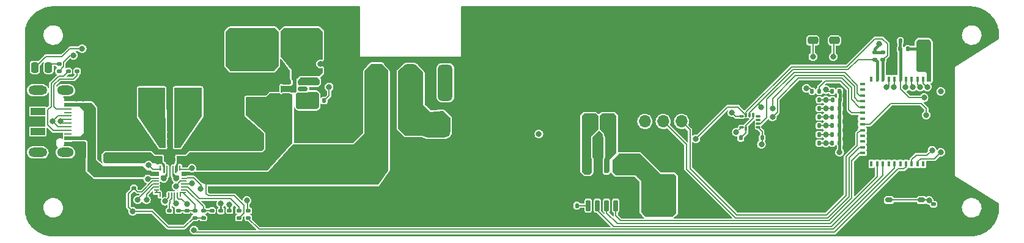
<source format=gbr>
%TF.GenerationSoftware,KiCad,Pcbnew,(7.0.0)*%
%TF.CreationDate,2023-05-08T09:15:40-04:00*%
%TF.ProjectId,AutoTiller,4175746f-5469-46c6-9c65-722e6b696361,rev?*%
%TF.SameCoordinates,Original*%
%TF.FileFunction,Copper,L1,Top*%
%TF.FilePolarity,Positive*%
%FSLAX46Y46*%
G04 Gerber Fmt 4.6, Leading zero omitted, Abs format (unit mm)*
G04 Created by KiCad (PCBNEW (7.0.0)) date 2023-05-08 09:15:40*
%MOMM*%
%LPD*%
G01*
G04 APERTURE LIST*
G04 Aperture macros list*
%AMRoundRect*
0 Rectangle with rounded corners*
0 $1 Rounding radius*
0 $2 $3 $4 $5 $6 $7 $8 $9 X,Y pos of 4 corners*
0 Add a 4 corners polygon primitive as box body*
4,1,4,$2,$3,$4,$5,$6,$7,$8,$9,$2,$3,0*
0 Add four circle primitives for the rounded corners*
1,1,$1+$1,$2,$3*
1,1,$1+$1,$4,$5*
1,1,$1+$1,$6,$7*
1,1,$1+$1,$8,$9*
0 Add four rect primitives between the rounded corners*
20,1,$1+$1,$2,$3,$4,$5,0*
20,1,$1+$1,$4,$5,$6,$7,0*
20,1,$1+$1,$6,$7,$8,$9,0*
20,1,$1+$1,$8,$9,$2,$3,0*%
G04 Aperture macros list end*
%TA.AperFunction,SMDPad,CuDef*%
%ADD10RoundRect,0.225000X-0.250000X0.225000X-0.250000X-0.225000X0.250000X-0.225000X0.250000X0.225000X0*%
%TD*%
%TA.AperFunction,SMDPad,CuDef*%
%ADD11RoundRect,0.140000X0.140000X0.170000X-0.140000X0.170000X-0.140000X-0.170000X0.140000X-0.170000X0*%
%TD*%
%TA.AperFunction,SMDPad,CuDef*%
%ADD12RoundRect,0.135000X-0.185000X0.135000X-0.185000X-0.135000X0.185000X-0.135000X0.185000X0.135000X0*%
%TD*%
%TA.AperFunction,SMDPad,CuDef*%
%ADD13RoundRect,0.087500X-0.225000X-0.087500X0.225000X-0.087500X0.225000X0.087500X-0.225000X0.087500X0*%
%TD*%
%TA.AperFunction,SMDPad,CuDef*%
%ADD14RoundRect,0.087500X-0.087500X-0.225000X0.087500X-0.225000X0.087500X0.225000X-0.087500X0.225000X0*%
%TD*%
%TA.AperFunction,SMDPad,CuDef*%
%ADD15RoundRect,0.135000X0.135000X0.185000X-0.135000X0.185000X-0.135000X-0.185000X0.135000X-0.185000X0*%
%TD*%
%TA.AperFunction,SMDPad,CuDef*%
%ADD16RoundRect,0.750000X-1.250000X0.750000X-1.250000X-0.750000X1.250000X-0.750000X1.250000X0.750000X0*%
%TD*%
%TA.AperFunction,SMDPad,CuDef*%
%ADD17RoundRect,0.135000X-0.135000X-0.185000X0.135000X-0.185000X0.135000X0.185000X-0.135000X0.185000X0*%
%TD*%
%TA.AperFunction,SMDPad,CuDef*%
%ADD18RoundRect,0.135000X0.185000X-0.135000X0.185000X0.135000X-0.185000X0.135000X-0.185000X-0.135000X0*%
%TD*%
%TA.AperFunction,SMDPad,CuDef*%
%ADD19RoundRect,0.140000X-0.140000X-0.170000X0.140000X-0.170000X0.140000X0.170000X-0.140000X0.170000X0*%
%TD*%
%TA.AperFunction,SMDPad,CuDef*%
%ADD20RoundRect,0.225000X0.250000X-0.225000X0.250000X0.225000X-0.250000X0.225000X-0.250000X-0.225000X0*%
%TD*%
%TA.AperFunction,SMDPad,CuDef*%
%ADD21RoundRect,0.140000X0.170000X-0.140000X0.170000X0.140000X-0.170000X0.140000X-0.170000X-0.140000X0*%
%TD*%
%TA.AperFunction,ComponentPad*%
%ADD22R,1.700000X1.700000*%
%TD*%
%TA.AperFunction,ComponentPad*%
%ADD23O,1.700000X1.700000*%
%TD*%
%TA.AperFunction,SMDPad,CuDef*%
%ADD24RoundRect,0.140000X-0.170000X0.140000X-0.170000X-0.140000X0.170000X-0.140000X0.170000X0.140000X0*%
%TD*%
%TA.AperFunction,SMDPad,CuDef*%
%ADD25RoundRect,0.150000X0.150000X-0.650000X0.150000X0.650000X-0.150000X0.650000X-0.150000X-0.650000X0*%
%TD*%
%TA.AperFunction,ComponentPad*%
%ADD26C,0.500000*%
%TD*%
%TA.AperFunction,SMDPad,CuDef*%
%ADD27R,3.100000X2.410000*%
%TD*%
%TA.AperFunction,SMDPad,CuDef*%
%ADD28RoundRect,0.250000X-0.250000X-0.475000X0.250000X-0.475000X0.250000X0.475000X-0.250000X0.475000X0*%
%TD*%
%TA.AperFunction,SMDPad,CuDef*%
%ADD29RoundRect,0.500000X-0.500000X-2.000000X0.500000X-2.000000X0.500000X2.000000X-0.500000X2.000000X0*%
%TD*%
%TA.AperFunction,SMDPad,CuDef*%
%ADD30RoundRect,0.175000X0.325000X0.175000X-0.325000X0.175000X-0.325000X-0.175000X0.325000X-0.175000X0*%
%TD*%
%TA.AperFunction,SMDPad,CuDef*%
%ADD31R,0.400000X0.800000*%
%TD*%
%TA.AperFunction,SMDPad,CuDef*%
%ADD32R,0.800000X0.400000*%
%TD*%
%TA.AperFunction,SMDPad,CuDef*%
%ADD33R,4.000000X4.000000*%
%TD*%
%TA.AperFunction,SMDPad,CuDef*%
%ADD34R,2.950000X3.500000*%
%TD*%
%TA.AperFunction,SMDPad,CuDef*%
%ADD35RoundRect,0.150000X-0.512500X-0.150000X0.512500X-0.150000X0.512500X0.150000X-0.512500X0.150000X0*%
%TD*%
%TA.AperFunction,SMDPad,CuDef*%
%ADD36RoundRect,0.250000X-0.475000X0.250000X-0.475000X-0.250000X0.475000X-0.250000X0.475000X0.250000X0*%
%TD*%
%TA.AperFunction,SMDPad,CuDef*%
%ADD37RoundRect,0.050000X-0.425000X-0.050000X0.425000X-0.050000X0.425000X0.050000X-0.425000X0.050000X0*%
%TD*%
%TA.AperFunction,SMDPad,CuDef*%
%ADD38RoundRect,0.050000X-0.050000X-0.300000X0.050000X-0.300000X0.050000X0.300000X-0.050000X0.300000X0*%
%TD*%
%TA.AperFunction,SMDPad,CuDef*%
%ADD39RoundRect,0.050000X-0.250000X-0.050000X0.250000X-0.050000X0.250000X0.050000X-0.250000X0.050000X0*%
%TD*%
%TA.AperFunction,SMDPad,CuDef*%
%ADD40RoundRect,0.050000X-0.400000X-0.050000X0.400000X-0.050000X0.400000X0.050000X-0.400000X0.050000X0*%
%TD*%
%TA.AperFunction,SMDPad,CuDef*%
%ADD41RoundRect,0.050000X-0.050000X-0.250000X0.050000X-0.250000X0.050000X0.250000X-0.050000X0.250000X0*%
%TD*%
%TA.AperFunction,SMDPad,CuDef*%
%ADD42RoundRect,0.050000X0.050000X-0.300000X0.050000X0.300000X-0.050000X0.300000X-0.050000X-0.300000X0*%
%TD*%
%TA.AperFunction,SMDPad,CuDef*%
%ADD43RoundRect,0.050000X-0.300000X-0.050000X0.300000X-0.050000X0.300000X0.050000X-0.300000X0.050000X0*%
%TD*%
%TA.AperFunction,SMDPad,CuDef*%
%ADD44RoundRect,0.050000X-0.275000X-0.050000X0.275000X-0.050000X0.275000X0.050000X-0.275000X0.050000X0*%
%TD*%
%TA.AperFunction,SMDPad,CuDef*%
%ADD45RoundRect,0.050000X-0.290000X-0.050000X0.290000X-0.050000X0.290000X0.050000X-0.290000X0.050000X0*%
%TD*%
%TA.AperFunction,SMDPad,CuDef*%
%ADD46RoundRect,0.050000X-0.050000X-0.450000X0.050000X-0.450000X0.050000X0.450000X-0.050000X0.450000X0*%
%TD*%
%TA.AperFunction,SMDPad,CuDef*%
%ADD47RoundRect,0.250000X0.550000X-1.500000X0.550000X1.500000X-0.550000X1.500000X-0.550000X-1.500000X0*%
%TD*%
%TA.AperFunction,SMDPad,CuDef*%
%ADD48R,2.000000X1.000000*%
%TD*%
%TA.AperFunction,SMDPad,CuDef*%
%ADD49R,1.000000X0.520000*%
%TD*%
%TA.AperFunction,SMDPad,CuDef*%
%ADD50R,1.000000X0.270000*%
%TD*%
%TA.AperFunction,ComponentPad*%
%ADD51O,2.300000X1.300000*%
%TD*%
%TA.AperFunction,ComponentPad*%
%ADD52O,2.600000X1.300000*%
%TD*%
%TA.AperFunction,ViaPad*%
%ADD53C,0.800000*%
%TD*%
%TA.AperFunction,Conductor*%
%ADD54C,0.200000*%
%TD*%
%TA.AperFunction,Conductor*%
%ADD55C,0.150000*%
%TD*%
%TA.AperFunction,Conductor*%
%ADD56C,0.127000*%
%TD*%
%TA.AperFunction,Conductor*%
%ADD57C,0.250000*%
%TD*%
%TA.AperFunction,Conductor*%
%ADD58C,0.400000*%
%TD*%
G04 APERTURE END LIST*
D10*
%TO.P,C13,1*%
%TO.N,+3.3V*%
X120800000Y-108225000D03*
%TO.P,C13,2*%
%TO.N,GND*%
X120800000Y-109775000D03*
%TD*%
D11*
%TO.P,C20,1*%
%TO.N,TackR*%
X200080000Y-115400000D03*
%TO.P,C20,2*%
%TO.N,GND*%
X199120000Y-115400000D03*
%TD*%
D12*
%TO.P,R22,1*%
%TO.N,/BATP*%
X119700000Y-128390000D03*
%TO.P,R22,2*%
%TO.N,VBAT*%
X119700000Y-129410000D03*
%TD*%
D13*
%TO.P,LSM6DSMTR1,1,SA0*%
%TO.N,SAO*%
X189287500Y-115312500D03*
%TO.P,LSM6DSMTR1,2,SDx*%
%TO.N,GND*%
X189287500Y-115812500D03*
%TO.P,LSM6DSMTR1,3,SCx*%
X189287500Y-116312500D03*
%TO.P,LSM6DSMTR1,4,INT1*%
%TO.N,IMU_INT1*%
X189287500Y-116812500D03*
D14*
%TO.P,LSM6DSMTR1,5,VDDIO*%
%TO.N,Net-(LSM6DSMTR1-CS)*%
X189950000Y-116975000D03*
%TO.P,LSM6DSMTR1,6,GND*%
%TO.N,GND*%
X190450000Y-116975000D03*
%TO.P,LSM6DSMTR1,7,GND*%
X190950000Y-116975000D03*
D13*
%TO.P,LSM6DSMTR1,8,VDD*%
%TO.N,+3.3V*%
X191612500Y-116812500D03*
%TO.P,LSM6DSMTR1,9,INT2*%
%TO.N,IMU_INT2*%
X191612500Y-116312500D03*
%TO.P,LSM6DSMTR1,10,OCS_AUX*%
%TO.N,unconnected-(LSM6DSMTR1-OCS_AUX-Pad10)*%
X191612500Y-115812500D03*
%TO.P,LSM6DSMTR1,11,SDO_Aux*%
%TO.N,unconnected-(LSM6DSMTR1-SDO_Aux-Pad11)*%
X191612500Y-115312500D03*
D14*
%TO.P,LSM6DSMTR1,12,CS*%
%TO.N,Net-(LSM6DSMTR1-CS)*%
X190950000Y-115150000D03*
%TO.P,LSM6DSMTR1,13,SCL*%
%TO.N,SCL*%
X190450000Y-115150000D03*
%TO.P,LSM6DSMTR1,14,SDA*%
%TO.N,SDA*%
X189950000Y-115150000D03*
%TD*%
D15*
%TO.P,R24,1*%
%TO.N,+3.3V*%
X202900000Y-111800000D03*
%TO.P,R24,2*%
%TO.N,Net-(D1-A)*%
X201880000Y-111800000D03*
%TD*%
D11*
%TO.P,C16,1*%
%TO.N,-1*%
X200070000Y-119000000D03*
%TO.P,C16,2*%
%TO.N,GND*%
X199110000Y-119000000D03*
%TD*%
D15*
%TO.P,R10,1*%
%TO.N,+3.3V*%
X202910000Y-119000000D03*
%TO.P,R10,2*%
%TO.N,-1*%
X201890000Y-119000000D03*
%TD*%
D16*
%TO.P,BT1,1,+*%
%TO.N,Net-(BT1-+)*%
X147000000Y-116700000D03*
%TO.P,BT1,2,-*%
%TO.N,GND*%
X147000000Y-122700000D03*
%TD*%
D15*
%TO.P,R25,1*%
%TO.N,S_LED*%
X200100000Y-111800000D03*
%TO.P,R25,2*%
%TO.N,Net-(D2-A)*%
X199080000Y-111800000D03*
%TD*%
D17*
%TO.P,R2,1*%
%TO.N,GND*%
X165490000Y-127700000D03*
%TO.P,R2,2*%
%TO.N,Net-(DRV8251ADDAR1-IPROPI)*%
X166510000Y-127700000D03*
%TD*%
D18*
%TO.P,R17,1*%
%TO.N,REGN*%
X113600000Y-129410000D03*
%TO.P,R17,2*%
%TO.N,/TS*%
X113600000Y-128390000D03*
%TD*%
D19*
%TO.P,C7,1*%
%TO.N,+3.3V*%
X215220000Y-107200000D03*
%TO.P,C7,2*%
%TO.N,GND*%
X216180000Y-107200000D03*
%TD*%
D20*
%TO.P,C29,1*%
%TO.N,+12V*%
X114675000Y-121075000D03*
%TO.P,C29,2*%
%TO.N,GND*%
X114675000Y-119525000D03*
%TD*%
D21*
%TO.P,C37,1*%
%TO.N,REGN*%
X105175000Y-125280000D03*
%TO.P,C37,2*%
%TO.N,GND*%
X105175000Y-124320000D03*
%TD*%
D22*
%TO.P,U2,1,MVCC*%
%TO.N,/OUT1*%
X168319999Y-115999999D03*
D23*
%TO.P,U2,2,MGND*%
%TO.N,/OUT2*%
X170859999Y-115999999D03*
%TO.P,U2,3,ENC_GND*%
%TO.N,GND*%
X173399999Y-115999999D03*
%TO.P,U2,4,ENC_VCC*%
%TO.N,+3.3V*%
X175939999Y-115999999D03*
%TO.P,U2,5,ENC_A*%
%TO.N,ENC_A*%
X178479999Y-115999999D03*
%TO.P,U2,6,ENC_B*%
%TO.N,ENC_B*%
X181019999Y-115999999D03*
%TD*%
D24*
%TO.P,C23,1*%
%TO.N,VBUS*%
X106175000Y-123320000D03*
%TO.P,C23,2*%
%TO.N,GND*%
X106175000Y-124280000D03*
%TD*%
D15*
%TO.P,R12,1*%
%TO.N,+3.3V*%
X202910000Y-117800000D03*
%TO.P,R12,2*%
%TO.N,-15*%
X201890000Y-117800000D03*
%TD*%
D11*
%TO.P,C17,1*%
%TO.N,+15*%
X200080000Y-114200000D03*
%TO.P,C17,2*%
%TO.N,GND*%
X199120000Y-114200000D03*
%TD*%
D10*
%TO.P,C25,1*%
%TO.N,VBUS*%
X100812500Y-123025000D03*
%TO.P,C25,2*%
%TO.N,GND*%
X100812500Y-124575000D03*
%TD*%
D25*
%TO.P,DRV8251ADDAR1,1,IPROPI*%
%TO.N,Net-(DRV8251ADDAR1-IPROPI)*%
X168095000Y-127705000D03*
%TO.P,DRV8251ADDAR1,2,IN2*%
%TO.N,MC_IN2*%
X169365000Y-127705000D03*
%TO.P,DRV8251ADDAR1,3,IN1*%
%TO.N,MC_IN1*%
X170635000Y-127705000D03*
%TO.P,DRV8251ADDAR1,4,VREF*%
%TO.N,MC_VREF*%
X171905000Y-127705000D03*
%TO.P,DRV8251ADDAR1,5,VM*%
%TO.N,+12V*%
X171905000Y-122405000D03*
%TO.P,DRV8251ADDAR1,6,OUT2*%
%TO.N,/OUT2*%
X170635000Y-122405000D03*
%TO.P,DRV8251ADDAR1,7,GND*%
%TO.N,GND*%
X169365000Y-122405000D03*
%TO.P,DRV8251ADDAR1,8,OUT1*%
%TO.N,/OUT1*%
X168095000Y-122405000D03*
D26*
%TO.P,DRV8251ADDAR1,9,PAD*%
%TO.N,GND*%
X168700000Y-126010000D03*
X170000000Y-126010000D03*
X171300000Y-126010000D03*
D27*
X169999999Y-125054999D03*
D26*
X168700000Y-124100000D03*
X170000000Y-124100000D03*
X171300000Y-124100000D03*
%TD*%
D11*
%TO.P,C15,1*%
%TO.N,+1*%
X200090000Y-113000000D03*
%TO.P,C15,2*%
%TO.N,GND*%
X199130000Y-113000000D03*
%TD*%
D21*
%TO.P,C10,1*%
%TO.N,/BST*%
X130100000Y-110180000D03*
%TO.P,C10,2*%
%TO.N,/SW*%
X130100000Y-109220000D03*
%TD*%
D15*
%TO.P,R13,1*%
%TO.N,+3.3V*%
X202910000Y-116600000D03*
%TO.P,R13,2*%
%TO.N,TackL*%
X201890000Y-116600000D03*
%TD*%
D28*
%TO.P,D3,1,K*%
%TO.N,STAT*%
X91450000Y-108500000D03*
%TO.P,D3,2,A*%
%TO.N,Net-(D3-A)*%
X93350000Y-108500000D03*
%TD*%
D20*
%TO.P,C30,1*%
%TO.N,+12V*%
X118675000Y-121075000D03*
%TO.P,C30,2*%
%TO.N,GND*%
X118675000Y-119525000D03*
%TD*%
D15*
%TO.P,R9,1*%
%TO.N,+3.3V*%
X202920000Y-113000000D03*
%TO.P,R9,2*%
%TO.N,+1*%
X201900000Y-113000000D03*
%TD*%
D18*
%TO.P,R21,1*%
%TO.N,Net-(J1-CC1)*%
X97300000Y-109010000D03*
%TO.P,R21,2*%
%TO.N,GND*%
X97300000Y-107990000D03*
%TD*%
D29*
%TO.P,SW1,1,A*%
%TO.N,VBAT*%
X138700000Y-110612500D03*
%TO.P,SW1,2,B*%
%TO.N,Net-(BT1-+)*%
X143450000Y-110562500D03*
%TO.P,SW1,3,C*%
%TO.N,unconnected-(SW1A-C-Pad3)*%
X148300000Y-110612500D03*
%TD*%
D10*
%TO.P,C26,1*%
%TO.N,VBUS*%
X102675000Y-123025000D03*
%TO.P,C26,2*%
%TO.N,GND*%
X102675000Y-124575000D03*
%TD*%
D30*
%TO.P,SW8,1,1*%
%TO.N,GND*%
X214250000Y-129075000D03*
X209750000Y-129075000D03*
%TO.P,SW8,2,2*%
%TO.N,ESP_EN*%
X214250000Y-126925000D03*
X209750000Y-126925000D03*
%TD*%
D12*
%TO.P,R15,1*%
%TO.N,/ILIM_HIZ*%
X114800000Y-128390000D03*
%TO.P,R15,2*%
%TO.N,REGN*%
X114800000Y-129410000D03*
%TD*%
D31*
%TO.P,IC1,1,GND_1*%
%TO.N,GND*%
X216899999Y-110099999D03*
%TO.P,IC1,2,GND_2*%
X216099999Y-110099999D03*
%TO.P,IC1,3,3V3*%
%TO.N,+3.3V*%
X215299999Y-110099999D03*
%TO.P,IC1,4,I36*%
%TO.N,-1*%
X214499999Y-110099999D03*
%TO.P,IC1,5,I37*%
%TO.N,-15*%
X213699999Y-110099999D03*
%TO.P,IC1,6,I38*%
%TO.N,TackL*%
X212899999Y-110099999D03*
%TO.P,IC1,7,I39*%
%TO.N,TackR*%
X212099999Y-110099999D03*
%TO.P,IC1,8,EN*%
%TO.N,ESP_EN*%
X211299999Y-110099999D03*
%TO.P,IC1,9,I34*%
%TO.N,+15*%
X210499999Y-110099999D03*
%TO.P,IC1,10,I35*%
%TO.N,+1*%
X209699999Y-110099999D03*
%TO.P,IC1,11,IO32*%
%TO.N,SDA*%
X208899999Y-110099999D03*
%TO.P,IC1,12,IO33*%
%TO.N,SCL*%
X208099999Y-110099999D03*
%TO.P,IC1,13,IO25*%
%TO.N,unconnected-(IC1-IO25-Pad13)*%
X207299999Y-110099999D03*
D32*
%TO.P,IC1,14,IO26*%
%TO.N,unconnected-(IC1-IO26-Pad14)*%
X206049999Y-110799999D03*
%TO.P,IC1,15,IO27*%
%TO.N,unconnected-(IC1-IO27-Pad15)*%
X206049999Y-111599999D03*
%TO.P,IC1,16,IO14*%
%TO.N,IMU_INT2*%
X206049999Y-112399999D03*
%TO.P,IC1,17,IO12*%
%TO.N,SAO*%
X206049999Y-113199999D03*
%TO.P,IC1,18,IO13*%
%TO.N,IMU_INT1*%
X206049999Y-113999999D03*
%TO.P,IC1,19,IO15*%
%TO.N,S_LED*%
X206049999Y-114799999D03*
%TO.P,IC1,20,IO2*%
%TO.N,unconnected-(IC1-IO2-Pad20)*%
X206049999Y-115599999D03*
%TO.P,IC1,21,IO0*%
%TO.N,ESP_IO0*%
X206049999Y-116399999D03*
%TO.P,IC1,22,IO4*%
%TO.N,ENC_B*%
X206049999Y-117199999D03*
%TO.P,IC1,23,NC*%
%TO.N,unconnected-(IC1-NC-Pad23)*%
X206049999Y-117999999D03*
%TO.P,IC1,24,NC*%
%TO.N,unconnected-(IC1-NC-Pad24)*%
X206049999Y-118799999D03*
%TO.P,IC1,25,IO9*%
%TO.N,ENC_A*%
X206049999Y-119599999D03*
%TO.P,IC1,26,IO10*%
%TO.N,MC_VREF*%
X206049999Y-120399999D03*
%TO.P,IC1,27,GND*%
%TO.N,GND*%
X206049999Y-121199999D03*
D31*
%TO.P,IC1,28,NC*%
%TO.N,unconnected-(IC1-NC-Pad28)*%
X207299999Y-121899999D03*
%TO.P,IC1,29,IO5*%
%TO.N,MC_IN1*%
X208099999Y-121899999D03*
%TO.P,IC1,30,IO18*%
%TO.N,MC_IN2*%
X208899999Y-121899999D03*
%TO.P,IC1,31,IO23*%
%TO.N,unconnected-(IC1-IO23-Pad31)*%
X209699999Y-121899999D03*
%TO.P,IC1,32,IO19*%
%TO.N,BC_INT*%
X210499999Y-121899999D03*
%TO.P,IC1,33,IO22*%
%TO.N,unconnected-(IC1-IO22-Pad33)*%
X211299999Y-121899999D03*
%TO.P,IC1,34,IO21*%
%TO.N,QON*%
X212099999Y-121899999D03*
%TO.P,IC1,35,RXD0*%
%TO.N,ESP_RXD*%
X212899999Y-121899999D03*
%TO.P,IC1,36,TXD0*%
%TO.N,ESP_TXD*%
X213699999Y-121899999D03*
%TO.P,IC1,37,NC*%
%TO.N,unconnected-(IC1-NC-Pad37)*%
X214499999Y-121899999D03*
%TO.P,IC1,38,GND*%
%TO.N,GND*%
X215299999Y-121899999D03*
%TO.P,IC1,39,GND*%
X216099999Y-121899999D03*
%TO.P,IC1,40,GND*%
X216899999Y-121899999D03*
D32*
%TO.P,IC1,41,GND*%
X218149999Y-121199999D03*
%TO.P,IC1,42,GND*%
X218149999Y-120399999D03*
%TO.P,IC1,43,GND*%
X218149999Y-119599999D03*
%TO.P,IC1,44,GND*%
X218149999Y-118799999D03*
%TO.P,IC1,45,GND*%
X218149999Y-117999999D03*
%TO.P,IC1,46,GND*%
X218149999Y-117199999D03*
%TO.P,IC1,47,GND*%
X218149999Y-116399999D03*
%TO.P,IC1,48,GND*%
X218149999Y-115599999D03*
%TO.P,IC1,49,GND*%
X218149999Y-114799999D03*
%TO.P,IC1,50,GND*%
X218149999Y-113999999D03*
%TO.P,IC1,51,GND*%
X218149999Y-113199999D03*
%TO.P,IC1,52,GND*%
X218149999Y-112399999D03*
%TO.P,IC1,53,GND*%
X218149999Y-111599999D03*
%TO.P,IC1,54,GND*%
X218149999Y-110799999D03*
D33*
%TO.P,IC1,55,GND*%
X212099999Y-115999999D03*
%TD*%
D34*
%TO.P,L3,1*%
%TO.N,/SW2*%
X112899999Y-113299999D03*
%TO.P,L3,2*%
%TO.N,/SW1*%
X107449999Y-113299999D03*
%TD*%
D24*
%TO.P,C38,1*%
%TO.N,ESP_EN*%
X215900000Y-127520000D03*
%TO.P,C38,2*%
%TO.N,GND*%
X215900000Y-128480000D03*
%TD*%
D12*
%TO.P,R6,1*%
%TO.N,+3.3V*%
X207800000Y-106390000D03*
%TO.P,R6,2*%
%TO.N,SCL*%
X207800000Y-107410000D03*
%TD*%
D35*
%TO.P,U3,1,GND*%
%TO.N,GND*%
X126287500Y-110550000D03*
%TO.P,U3,2,SW*%
%TO.N,/SW*%
X126287500Y-111500000D03*
%TO.P,U3,3,VIN*%
%TO.N,+12V*%
X126287500Y-112450000D03*
%TO.P,U3,4,FB*%
%TO.N,/FB*%
X128562500Y-112450000D03*
%TO.P,U3,5,EN*%
%TO.N,5V_EN*%
X128562500Y-111500000D03*
%TO.P,U3,6,BST*%
%TO.N,/BST*%
X128562500Y-110550000D03*
%TD*%
D11*
%TO.P,C27,1*%
%TO.N,+12V*%
X111580000Y-121300000D03*
%TO.P,C27,2*%
%TO.N,GND*%
X110620000Y-121300000D03*
%TD*%
D20*
%TO.P,C31,1*%
%TO.N,+12V*%
X120675000Y-121075000D03*
%TO.P,C31,2*%
%TO.N,GND*%
X120675000Y-119525000D03*
%TD*%
%TO.P,C41,1*%
%TO.N,/PMID*%
X105675000Y-121075000D03*
%TO.P,C41,2*%
%TO.N,GND*%
X105675000Y-119525000D03*
%TD*%
%TO.P,C42,1*%
%TO.N,/PMID*%
X103675000Y-121075000D03*
%TO.P,C42,2*%
%TO.N,GND*%
X103675000Y-119525000D03*
%TD*%
D24*
%TO.P,C24,1*%
%TO.N,VBUS*%
X104175000Y-123320000D03*
%TO.P,C24,2*%
%TO.N,GND*%
X104175000Y-124280000D03*
%TD*%
D15*
%TO.P,R14,1*%
%TO.N,+3.3V*%
X202910000Y-115400000D03*
%TO.P,R14,2*%
%TO.N,TackR*%
X201890000Y-115400000D03*
%TD*%
D12*
%TO.P,R8,1*%
%TO.N,/FB*%
X129425000Y-113990000D03*
%TO.P,R8,2*%
%TO.N,GND*%
X129425000Y-115010000D03*
%TD*%
D11*
%TO.P,C21,1*%
%TO.N,+3.3V*%
X192180000Y-118300000D03*
%TO.P,C21,2*%
%TO.N,GND*%
X191220000Y-118300000D03*
%TD*%
D18*
%TO.P,R27,1*%
%TO.N,GND*%
X110100000Y-129410000D03*
%TO.P,R27,2*%
%TO.N,/CE*%
X110100000Y-128390000D03*
%TD*%
%TO.P,R28,1*%
%TO.N,BC_INT*%
X121000000Y-129410000D03*
%TO.P,R28,2*%
%TO.N,/INT*%
X121000000Y-128390000D03*
%TD*%
D19*
%TO.P,C22,1*%
%TO.N,Net-(LSM6DSMTR1-CS)*%
X189220000Y-118300000D03*
%TO.P,C22,2*%
%TO.N,GND*%
X190180000Y-118300000D03*
%TD*%
D12*
%TO.P,R18,1*%
%TO.N,/TS*%
X111325000Y-128390000D03*
%TO.P,R18,2*%
%TO.N,GND*%
X111325000Y-129410000D03*
%TD*%
D15*
%TO.P,R7,1*%
%TO.N,+3.3V*%
X131510000Y-113100000D03*
%TO.P,R7,2*%
%TO.N,/FB*%
X130490000Y-113100000D03*
%TD*%
D10*
%TO.P,C36,1*%
%TO.N,VBAT*%
X115925000Y-124025000D03*
%TO.P,C36,2*%
%TO.N,GND*%
X115925000Y-125575000D03*
%TD*%
%TO.P,C35,1*%
%TO.N,VBAT*%
X117675000Y-124025000D03*
%TO.P,C35,2*%
%TO.N,GND*%
X117675000Y-125575000D03*
%TD*%
%TO.P,C12,1*%
%TO.N,+3.3V*%
X119100000Y-108225000D03*
%TO.P,C12,2*%
%TO.N,GND*%
X119100000Y-109775000D03*
%TD*%
D24*
%TO.P,C5,1*%
%TO.N,+12V*%
X173600000Y-123220000D03*
%TO.P,C5,2*%
%TO.N,GND*%
X173600000Y-124180000D03*
%TD*%
D12*
%TO.P,R5,1*%
%TO.N,+3.3V*%
X208900000Y-106400000D03*
%TO.P,R5,2*%
%TO.N,SDA*%
X208900000Y-107420000D03*
%TD*%
D36*
%TO.P,D2,1,K*%
%TO.N,GND*%
X199190000Y-102850000D03*
%TO.P,D2,2,A*%
%TO.N,Net-(D2-A)*%
X199190000Y-104750000D03*
%TD*%
D19*
%TO.P,C8,1*%
%TO.N,+3.3V*%
X215220000Y-106000000D03*
%TO.P,C8,2*%
%TO.N,GND*%
X216180000Y-106000000D03*
%TD*%
D12*
%TO.P,R16,1*%
%TO.N,/ILIM_HIZ*%
X116000000Y-128390000D03*
%TO.P,R16,2*%
%TO.N,GND*%
X116000000Y-129410000D03*
%TD*%
D20*
%TO.P,C28,1*%
%TO.N,+12V*%
X116675000Y-121075000D03*
%TO.P,C28,2*%
%TO.N,GND*%
X116675000Y-119525000D03*
%TD*%
D34*
%TO.P,L2,1*%
%TO.N,/SW*%
X128024999Y-104999999D03*
%TO.P,L2,2*%
%TO.N,+3.3V*%
X122574999Y-104999999D03*
%TD*%
D20*
%TO.P,C11,1*%
%TO.N,+12V*%
X121425000Y-113275000D03*
%TO.P,C11,2*%
%TO.N,GND*%
X121425000Y-111725000D03*
%TD*%
D18*
%TO.P,R26,1*%
%TO.N,REGN*%
X94800000Y-109010000D03*
%TO.P,R26,2*%
%TO.N,Net-(D3-A)*%
X94800000Y-107990000D03*
%TD*%
D15*
%TO.P,R11,1*%
%TO.N,+3.3V*%
X202910000Y-114200000D03*
%TO.P,R11,2*%
%TO.N,+15*%
X201890000Y-114200000D03*
%TD*%
D20*
%TO.P,C43,1*%
%TO.N,/PMID*%
X101675000Y-121075000D03*
%TO.P,C43,2*%
%TO.N,GND*%
X101675000Y-119525000D03*
%TD*%
D24*
%TO.P,C39,1*%
%TO.N,/SDRV*%
X117200000Y-128420000D03*
%TO.P,C39,2*%
%TO.N,GND*%
X117200000Y-129380000D03*
%TD*%
D19*
%TO.P,C40,1*%
%TO.N,/PMID*%
X108640000Y-121300000D03*
%TO.P,C40,2*%
%TO.N,GND*%
X109600000Y-121300000D03*
%TD*%
D12*
%TO.P,R19,1*%
%TO.N,/TS*%
X112500000Y-128390000D03*
%TO.P,R19,2*%
%TO.N,GND*%
X112500000Y-129410000D03*
%TD*%
D11*
%TO.P,C18,1*%
%TO.N,-15*%
X200080000Y-117800000D03*
%TO.P,C18,2*%
%TO.N,GND*%
X199120000Y-117800000D03*
%TD*%
D37*
%TO.P,BQ25792RQMR1,1,STAT*%
%TO.N,STAT*%
X108450000Y-122700000D03*
D38*
X108825000Y-122450000D03*
D39*
%TO.P,BQ25792RQMR1,2,VBUS*%
%TO.N,VBUS*%
X108275000Y-123100000D03*
%TO.P,BQ25792RQMR1,3,VBUS*%
X108275000Y-123500000D03*
%TO.P,BQ25792RQMR1,4,BTST1*%
%TO.N,/BTST1*%
X108275000Y-123900000D03*
%TO.P,BQ25792RQMR1,5,REGN*%
%TO.N,REGN*%
X108275000Y-124300000D03*
%TO.P,BQ25792RQMR1,6,D+*%
%TO.N,D+*%
X108275000Y-124700000D03*
%TO.P,BQ25792RQMR1,7,D-*%
%TO.N,D-*%
X108275000Y-125100000D03*
%TO.P,BQ25792RQMR1,8,VAC2*%
%TO.N,/VAC*%
X108275000Y-125500000D03*
D40*
%TO.P,BQ25792RQMR1,9,VAC1*%
X108425000Y-125900000D03*
D38*
X108775000Y-126150000D03*
D41*
%TO.P,BQ25792RQMR1,10,ACDRV2*%
%TO.N,GND*%
X109175000Y-126200000D03*
%TO.P,BQ25792RQMR1,11,ACDRV1*%
X109575000Y-126200000D03*
%TO.P,BQ25792RQMR1,12,nQON*%
%TO.N,QON*%
X109975000Y-126200000D03*
%TO.P,BQ25792RQMR1,13,CE*%
%TO.N,/CE*%
X110375000Y-126200000D03*
%TO.P,BQ25792RQMR1,14,SCL*%
%TO.N,SCL*%
X110775000Y-126200000D03*
%TO.P,BQ25792RQMR1,15,SDA*%
%TO.N,SDA*%
X111175000Y-126200000D03*
D42*
%TO.P,BQ25792RQMR1,16,TS*%
%TO.N,/TS*%
X111575000Y-126150000D03*
D40*
X111925000Y-125900000D03*
D43*
%TO.P,BQ25792RQMR1,17,ILIM_HIZ*%
%TO.N,/ILIM_HIZ*%
X112025000Y-125500000D03*
D44*
%TO.P,BQ25792RQMR1,18,BATP*%
%TO.N,/BATP*%
X112050000Y-125100000D03*
D45*
%TO.P,BQ25792RQMR1,19,BTST2*%
%TO.N,/BTST2*%
X112037500Y-124700000D03*
D39*
%TO.P,BQ25792RQMR1,20,PROG*%
%TO.N,/PROG*%
X112075000Y-124300000D03*
%TO.P,BQ25792RQMR1,21,INT*%
%TO.N,/INT*%
X112075000Y-123900000D03*
%TO.P,BQ25792RQMR1,22,BAT*%
%TO.N,VBAT*%
X112075000Y-123500000D03*
%TO.P,BQ25792RQMR1,23,BAT*%
X112075000Y-123100000D03*
D38*
%TO.P,BQ25792RQMR1,24,SDRV*%
%TO.N,/SDRV*%
X111525000Y-122450000D03*
D37*
X111900000Y-122700000D03*
D46*
%TO.P,BQ25792RQMR1,25,SYS*%
%TO.N,+12V*%
X110975000Y-122700000D03*
%TO.P,BQ25792RQMR1,26,SW2*%
%TO.N,/SW2*%
X110575000Y-122700000D03*
%TO.P,BQ25792RQMR1,27,GND*%
%TO.N,GND*%
X110175000Y-122700000D03*
%TO.P,BQ25792RQMR1,28,SW1*%
%TO.N,/SW1*%
X109775000Y-122700000D03*
%TO.P,BQ25792RQMR1,29,PMID*%
%TO.N,/PMID*%
X109375000Y-122700000D03*
%TD*%
D36*
%TO.P,D1,1,K*%
%TO.N,GND*%
X202200000Y-102850000D03*
%TO.P,D1,2,A*%
%TO.N,Net-(D1-A)*%
X202200000Y-104750000D03*
%TD*%
D11*
%TO.P,C19,1*%
%TO.N,TackL*%
X200080000Y-116600000D03*
%TO.P,C19,2*%
%TO.N,GND*%
X199120000Y-116600000D03*
%TD*%
D20*
%TO.P,C32,1*%
%TO.N,+12V*%
X122675000Y-121075000D03*
%TO.P,C32,2*%
%TO.N,GND*%
X122675000Y-119525000D03*
%TD*%
D18*
%TO.P,R20,1*%
%TO.N,Net-(J1-CC2)*%
X96100000Y-109020000D03*
%TO.P,R20,2*%
%TO.N,GND*%
X96100000Y-108000000D03*
%TD*%
D15*
%TO.P,R4,1*%
%TO.N,+3.3V*%
X212310000Y-105900000D03*
%TO.P,R4,2*%
%TO.N,ESP_EN*%
X211290000Y-105900000D03*
%TD*%
D19*
%TO.P,C9,1*%
%TO.N,ESP_EN*%
X211320000Y-104800000D03*
%TO.P,C9,2*%
%TO.N,GND*%
X212280000Y-104800000D03*
%TD*%
D12*
%TO.P,R23,1*%
%TO.N,/PROG*%
X118400000Y-128390000D03*
%TO.P,R23,2*%
%TO.N,GND*%
X118400000Y-129410000D03*
%TD*%
D47*
%TO.P,C6,1*%
%TO.N,+12V*%
X178800000Y-125500000D03*
%TO.P,C6,2*%
%TO.N,GND*%
X178800000Y-119900000D03*
%TD*%
D48*
%TO.P,J1,*%
%TO.N,*%
X91849999Y-114599999D03*
X91849999Y-117399999D03*
D49*
%TO.P,J1,A1,GND*%
%TO.N,GND*%
X96049999Y-112899999D03*
%TO.P,J1,A4,VBUS*%
%TO.N,VBUS*%
X96049999Y-113649999D03*
D50*
%TO.P,J1,A5,CC1*%
%TO.N,Net-(J1-CC1)*%
X96049999Y-114249999D03*
%TO.P,J1,A6,D+*%
%TO.N,D+*%
X96049999Y-115749999D03*
%TO.P,J1,A7,D-*%
%TO.N,D-*%
X96049999Y-116749999D03*
%TO.P,J1,A8,SBU1*%
%TO.N,unconnected-(J1-SBU1-PadA8)*%
X96049999Y-117749999D03*
D49*
%TO.P,J1,A9,VBUS*%
%TO.N,VBUS*%
X96049999Y-118349999D03*
%TO.P,J1,A12,GND*%
%TO.N,GND*%
X96049999Y-119099999D03*
%TO.P,J1,B1,GND*%
X96049999Y-119099999D03*
%TO.P,J1,B4,VBUS*%
%TO.N,VBUS*%
X96049999Y-118349999D03*
D50*
%TO.P,J1,B5,CC2*%
%TO.N,Net-(J1-CC2)*%
X96049999Y-117249999D03*
%TO.P,J1,B6,D+*%
%TO.N,D+*%
X96049999Y-116249999D03*
%TO.P,J1,B7,D-*%
%TO.N,D-*%
X96049999Y-115249999D03*
%TO.P,J1,B8,SBU2*%
%TO.N,unconnected-(J1-SBU2-PadB8)*%
X96049999Y-114749999D03*
D49*
%TO.P,J1,B9,VBUS*%
%TO.N,VBUS*%
X96049999Y-113649999D03*
%TO.P,J1,B12,GND*%
%TO.N,GND*%
X96049999Y-112899999D03*
D51*
%TO.P,J1,S1,SHIELD*%
%TO.N,unconnected-(J1-SHIELD-PadS1)*%
X95674999Y-111679999D03*
D52*
X91849999Y-111679999D03*
D51*
X95674999Y-120319999D03*
D52*
X91849999Y-120319999D03*
%TD*%
D53*
%TO.N,/BTST1*%
X107085772Y-123985772D03*
%TO.N,/SW1*%
X109300000Y-123900000D03*
%TO.N,/SW2*%
X111000000Y-123900000D03*
%TO.N,/PROG*%
X111000000Y-125000000D03*
%TO.N,/INT*%
X114400000Y-125400000D03*
%TO.N,/BTST2*%
X113200000Y-124600000D03*
%TO.N,D-*%
X106900000Y-126900000D03*
%TO.N,D+*%
X105700000Y-126900000D03*
%TO.N,SCL*%
X111000000Y-127400000D03*
%TO.N,SDA*%
X112500000Y-127500000D03*
%TO.N,GND*%
X118400000Y-130300000D03*
%TO.N,/SDRV*%
X117200000Y-127424500D03*
%TO.N,STAT*%
X98000000Y-105900000D03*
X107199359Y-122100641D03*
%TO.N,D+*%
X95000000Y-116000000D03*
%TO.N,D-*%
X93900000Y-116000000D03*
%TO.N,GND*%
X117000000Y-118000000D03*
X150500000Y-122000000D03*
X97200000Y-119200000D03*
X97200000Y-112800000D03*
X145500000Y-120000000D03*
X119000000Y-118000000D03*
X98100000Y-112800000D03*
X118000000Y-117000000D03*
X190000000Y-108200000D03*
X169800000Y-119900000D03*
X98100000Y-119200000D03*
X109175000Y-125000000D03*
X119000000Y-125500000D03*
X161200000Y-128300000D03*
X211200000Y-116600000D03*
X169800000Y-118900000D03*
X212075000Y-129075000D03*
X98100000Y-121000000D03*
X217300000Y-106600000D03*
X218100000Y-107100000D03*
X211900000Y-103500000D03*
X146500000Y-120000000D03*
X133400000Y-111300000D03*
X148500000Y-120000000D03*
X149000000Y-119000000D03*
X215800000Y-112200000D03*
X150500000Y-120000000D03*
X98100000Y-120100000D03*
X115000000Y-118000000D03*
X121000000Y-125500000D03*
X218100000Y-106200000D03*
X98100000Y-111000000D03*
X211200000Y-115200000D03*
X150000000Y-119000000D03*
X161000000Y-108300000D03*
X190700000Y-119100000D03*
X122000000Y-125500000D03*
X120000000Y-117000000D03*
X161250000Y-116500000D03*
X109975000Y-125200000D03*
X150000000Y-121000000D03*
X120000000Y-125500000D03*
X169100000Y-120400000D03*
X217300000Y-105700000D03*
X146000000Y-119000000D03*
X149500000Y-122000000D03*
X149500000Y-120000000D03*
X121000000Y-118000000D03*
X149000000Y-121000000D03*
X217300000Y-107500000D03*
X147500000Y-120000000D03*
X150000000Y-123000000D03*
X200700000Y-102900000D03*
X98100000Y-111900000D03*
X218100000Y-105300000D03*
X108300000Y-127900000D03*
X169800000Y-120900000D03*
X199100000Y-120300000D03*
X212600000Y-116600000D03*
X156370000Y-117190000D03*
X169100000Y-118400000D03*
X147000000Y-119000000D03*
X131100000Y-128300000D03*
X131000000Y-108000000D03*
X190000000Y-128000000D03*
X212600000Y-115200000D03*
X109000000Y-128700000D03*
X169100000Y-119400000D03*
X148000000Y-119000000D03*
X217300000Y-108400000D03*
X218100000Y-108000000D03*
%TO.N,QON*%
X113500000Y-131100000D03*
X109500000Y-127100000D03*
%TO.N,SCL*%
X192000000Y-114000000D03*
%TO.N,SDA*%
X183000000Y-118400000D03*
%TO.N,+12V*%
X179600000Y-128000000D03*
X122800000Y-114100000D03*
X178000000Y-128800000D03*
X176300000Y-127900000D03*
X123600000Y-115400000D03*
X178500000Y-128000000D03*
X179100000Y-128800000D03*
X122800000Y-115000000D03*
X123600000Y-113600000D03*
X122800000Y-115900000D03*
X176900000Y-128800000D03*
X123600000Y-114500000D03*
X122800000Y-113200000D03*
X177400000Y-127900000D03*
X123600000Y-116300000D03*
%TO.N,ESP_EN*%
X215300000Y-127000000D03*
X214600000Y-112700000D03*
%TO.N,+3.3V*%
X192080000Y-119180000D03*
X214000000Y-105200000D03*
X119500000Y-103500000D03*
X214500000Y-108600000D03*
X118500000Y-106500000D03*
X118500000Y-105000000D03*
X208400000Y-105200000D03*
X132200000Y-111200000D03*
X119000000Y-104250000D03*
X120000000Y-105750000D03*
X215000000Y-107900000D03*
X119000000Y-105750000D03*
X118500000Y-103500000D03*
X119500000Y-105000000D03*
X214000000Y-106100000D03*
X202900000Y-120300000D03*
X161250000Y-117750000D03*
X119500000Y-106500000D03*
X216900000Y-111800000D03*
X214000000Y-107900000D03*
X120000000Y-104250000D03*
X214000000Y-107000000D03*
%TO.N,+1*%
X201000000Y-113000000D03*
X209383089Y-111213494D03*
%TO.N,-1*%
X201000000Y-119000000D03*
X215047595Y-111196907D03*
%TO.N,+15*%
X210399500Y-111199570D03*
X201000000Y-114200000D03*
%TO.N,-15*%
X201000000Y-117800000D03*
X214049503Y-111250000D03*
%TO.N,TackL*%
X201000000Y-116600000D03*
X213050000Y-111250000D03*
%TO.N,TackR*%
X212050000Y-111250000D03*
X201000000Y-115400000D03*
%TO.N,Net-(D1-A)*%
X202000000Y-107000000D03*
X201000000Y-111600000D03*
%TO.N,Net-(D2-A)*%
X199200000Y-107000000D03*
X198300000Y-111400000D03*
%TO.N,IMU_INT1*%
X188599500Y-117500000D03*
X193600000Y-115400000D03*
%TO.N,ESP_IO0*%
X214900000Y-115100000D03*
%TO.N,SAO*%
X188000000Y-114800000D03*
X193600000Y-114200000D03*
%TO.N,ESP_RXD*%
X215700000Y-120000000D03*
%TO.N,ESP_TXD*%
X216900000Y-120300000D03*
%TO.N,/INT*%
X120800000Y-127000000D03*
%TO.N,/SW2*%
X111175000Y-119300000D03*
X111175000Y-117500000D03*
X111175000Y-118400000D03*
%TO.N,REGN*%
X105000000Y-128500500D03*
X96800000Y-106800000D03*
%TO.N,/PROG*%
X118400000Y-127600000D03*
%TO.N,/SW1*%
X109175000Y-119300000D03*
X109175000Y-117500000D03*
X109175000Y-118400000D03*
%TO.N,/SDRV*%
X113200000Y-122500000D03*
%TD*%
D54*
%TO.N,/BTST1*%
X107085772Y-123985772D02*
X107171544Y-123900000D01*
X107171544Y-123900000D02*
X108275000Y-123900000D01*
D55*
%TO.N,REGN*%
X107725433Y-124300000D02*
X106225433Y-125800000D01*
X106225433Y-125800000D02*
X105695000Y-125800000D01*
X105695000Y-125800000D02*
X105175000Y-125280000D01*
X108275000Y-124300000D02*
X107725433Y-124300000D01*
%TO.N,D+*%
X105700000Y-126820407D02*
X105700000Y-126900000D01*
X107820407Y-124700000D02*
X105700000Y-126820407D01*
X108275000Y-124700000D02*
X107820407Y-124700000D01*
%TO.N,D-*%
X106900000Y-126115381D02*
X106900000Y-126900000D01*
X108275000Y-125100000D02*
X107915381Y-125100000D01*
X107915381Y-125100000D02*
X106900000Y-126115381D01*
D54*
%TO.N,GND*%
X109175000Y-125000000D02*
X109175000Y-126200000D01*
%TO.N,STAT*%
X107798718Y-122700000D02*
X108450000Y-122700000D01*
X107199359Y-122100641D02*
X107798718Y-122700000D01*
D56*
%TO.N,/PROG*%
X111000000Y-124905000D02*
X111605000Y-124300000D01*
X111000000Y-125000000D02*
X111000000Y-124905000D01*
X110905000Y-125000000D02*
X111000000Y-125000000D01*
X110900000Y-125005000D02*
X110905000Y-125000000D01*
X111605000Y-124300000D02*
X112075000Y-124300000D01*
X110900000Y-125100000D02*
X110900000Y-125005000D01*
D54*
%TO.N,/INT*%
X114400000Y-125400000D02*
X114462000Y-124862000D01*
%TO.N,VBAT*%
X115150000Y-124350000D02*
X115000000Y-124200000D01*
X115457538Y-126325000D02*
X115150000Y-126017462D01*
X120380000Y-127680000D02*
X119025000Y-126325000D01*
X119025000Y-126325000D02*
X115457538Y-126325000D01*
X120380000Y-128730000D02*
X120380000Y-127680000D01*
X119700000Y-129410000D02*
X120380000Y-128730000D01*
X115150000Y-126017462D02*
X115150000Y-124350000D01*
%TO.N,/BTST2*%
X113300000Y-124700000D02*
X113200000Y-124600000D01*
X113100000Y-124600000D02*
X113000000Y-124700000D01*
X113200000Y-124600000D02*
X113100000Y-124600000D01*
X113200000Y-124500000D02*
X113300000Y-124700000D01*
%TO.N,D+*%
X105700000Y-126900000D02*
X105700000Y-126634314D01*
%TO.N,REGN*%
X104400000Y-126055000D02*
X105175000Y-125280000D01*
X104400000Y-127900500D02*
X104400000Y-126055000D01*
X105000000Y-128500500D02*
X104400000Y-127900500D01*
X114500000Y-129410000D02*
X114800000Y-129110000D01*
X113435183Y-129410000D02*
X114500000Y-129410000D01*
X112145183Y-130700000D02*
X113435183Y-129410000D01*
X109900000Y-130700000D02*
X112145183Y-130700000D01*
X107700500Y-128500500D02*
X109900000Y-130700000D01*
X105000000Y-128500500D02*
X107700500Y-128500500D01*
%TO.N,/ILIM_HIZ*%
X112469975Y-125500000D02*
X112025000Y-125500000D01*
X114800000Y-127830025D02*
X112469975Y-125500000D01*
X114800000Y-128400000D02*
X114800000Y-127830025D01*
X115690000Y-128400000D02*
X114800000Y-128400000D01*
%TO.N,/BATP*%
X118514950Y-126725000D02*
X119700000Y-127910050D01*
X112635661Y-125100000D02*
X114260661Y-126725000D01*
X114260661Y-126725000D02*
X118514950Y-126725000D01*
X112050000Y-125100000D02*
X112635661Y-125100000D01*
X119700000Y-127910050D02*
X119700000Y-128390000D01*
%TO.N,SCL*%
X110775000Y-127175000D02*
X110775000Y-126200000D01*
X111000000Y-127400000D02*
X110775000Y-127175000D01*
%TO.N,SDA*%
X111769975Y-126800000D02*
X111380025Y-126800000D01*
X111380025Y-126800000D02*
X111175000Y-126594975D01*
X111784987Y-126784987D02*
X111769975Y-126800000D01*
X111175000Y-126594975D02*
X111175000Y-126200000D01*
X112500000Y-127500000D02*
X111784987Y-126784987D01*
%TO.N,/TS*%
X113600000Y-127575000D02*
X113600000Y-128390000D01*
X111925000Y-125900000D02*
X113600000Y-127575000D01*
D57*
%TO.N,/PROG*%
X118400000Y-127600000D02*
X118400000Y-128090000D01*
%TO.N,GND*%
X118400000Y-129410000D02*
X118400000Y-130300000D01*
D54*
%TO.N,QON*%
X212100000Y-122300000D02*
X212100000Y-121900000D01*
X211000000Y-122600000D02*
X211800000Y-122600000D01*
X211800000Y-122600000D02*
X212100000Y-122300000D01*
X113800000Y-131400000D02*
X202200000Y-131400000D01*
X202200000Y-131400000D02*
X211000000Y-122600000D01*
X113500000Y-131100000D02*
X113800000Y-131400000D01*
%TO.N,/TS*%
X111325000Y-128390000D02*
X113600000Y-128390000D01*
%TO.N,BC_INT*%
X202000000Y-131000000D02*
X122490000Y-131000000D01*
X210500000Y-122500000D02*
X202000000Y-131000000D01*
X210500000Y-121900000D02*
X210500000Y-122500000D01*
X122490000Y-131000000D02*
X120900000Y-129410000D01*
D57*
%TO.N,GND*%
X118400000Y-130300000D02*
X118400000Y-130200000D01*
%TO.N,/SDRV*%
X117200000Y-127424500D02*
X117200000Y-128120000D01*
D54*
%TO.N,+3.3V*%
X191612500Y-116812500D02*
X192180000Y-117380000D01*
X192180000Y-117380000D02*
X192180000Y-119080000D01*
X192180000Y-119080000D02*
X192080000Y-119180000D01*
%TO.N,STAT*%
X92950000Y-107000000D02*
X94000000Y-107000000D01*
X94000000Y-107000000D02*
X95200000Y-107000000D01*
X95500000Y-106700000D02*
X96300000Y-105900000D01*
X91450000Y-108500000D02*
X92950000Y-107000000D01*
X96300000Y-105900000D02*
X98000000Y-105900000D01*
X95200000Y-107000000D02*
X95500000Y-106700000D01*
%TO.N,D+*%
X95100000Y-116100000D02*
X95200000Y-116000000D01*
X95200000Y-116000000D02*
X95000000Y-116000000D01*
X95250000Y-116250000D02*
X95000000Y-116000000D01*
X95000000Y-116000000D02*
X95000000Y-116200000D01*
X96050000Y-115750000D02*
X95250000Y-115750000D01*
X96050000Y-116250000D02*
X95250000Y-116250000D01*
X95250000Y-115750000D02*
X95000000Y-116000000D01*
%TO.N,D-*%
X94650000Y-116750000D02*
X93900000Y-116000000D01*
X94650000Y-115250000D02*
X93900000Y-116000000D01*
X96050000Y-116750000D02*
X94650000Y-116750000D01*
X96050000Y-115250000D02*
X94650000Y-115250000D01*
%TO.N,GND*%
X214250000Y-129075000D02*
X215305000Y-129075000D01*
D58*
X199130000Y-114190000D02*
X199120000Y-114200000D01*
X199120000Y-115400000D02*
X199120000Y-116600000D01*
D54*
X190450000Y-116975000D02*
X190700000Y-116975000D01*
X109575000Y-125600000D02*
X109975000Y-125200000D01*
X187900000Y-117000000D02*
X187900000Y-118400000D01*
X161300000Y-128400000D02*
X161200000Y-128300000D01*
D58*
X199100000Y-119010000D02*
X199110000Y-119000000D01*
D54*
X189287500Y-115812500D02*
X189287500Y-116312500D01*
X133400000Y-112145183D02*
X133400000Y-111300000D01*
X202200000Y-102850000D02*
X200750000Y-102850000D01*
X165490000Y-127700000D02*
X165490000Y-127710000D01*
D58*
X215300000Y-121900000D02*
X217450000Y-121900000D01*
D54*
X189287500Y-116312500D02*
X188587500Y-116312500D01*
X190700000Y-119100000D02*
X190700000Y-119200000D01*
X190700000Y-116975000D02*
X190950000Y-116975000D01*
D58*
X199120000Y-118990000D02*
X199110000Y-119000000D01*
X212280000Y-104800000D02*
X212280000Y-103880000D01*
X199120000Y-114200000D02*
X199120000Y-115400000D01*
X212280000Y-103880000D02*
X211900000Y-103500000D01*
D54*
X190700000Y-119100000D02*
X190700000Y-116975000D01*
X109575000Y-126200000D02*
X109575000Y-125600000D01*
D58*
X199130000Y-113000000D02*
X199130000Y-114190000D01*
D54*
X215305000Y-129075000D02*
X215900000Y-128480000D01*
X130535183Y-115010000D02*
X133400000Y-112145183D01*
X200700000Y-102900000D02*
X200650000Y-102850000D01*
D58*
X199120000Y-117800000D02*
X199120000Y-118990000D01*
X199100000Y-120300000D02*
X199100000Y-119010000D01*
D54*
X165490000Y-127710000D02*
X164800000Y-128400000D01*
X164800000Y-128400000D02*
X161300000Y-128400000D01*
D58*
X190280000Y-118300000D02*
X191120000Y-118300000D01*
D54*
X188587500Y-116312500D02*
X187900000Y-117000000D01*
X129425000Y-115010000D02*
X130535183Y-115010000D01*
X200750000Y-102850000D02*
X200700000Y-102900000D01*
X200650000Y-102850000D02*
X199190000Y-102850000D01*
X188600000Y-119100000D02*
X190700000Y-119100000D01*
D58*
X217450000Y-121900000D02*
X218150000Y-121200000D01*
D54*
X212075000Y-129075000D02*
X214250000Y-129075000D01*
X212075000Y-129075000D02*
X209750000Y-129075000D01*
D58*
X199120000Y-116600000D02*
X199120000Y-117800000D01*
D54*
X206050000Y-121200000D02*
X206900000Y-121200000D01*
X187900000Y-118400000D02*
X188600000Y-119100000D01*
X206900000Y-121200000D02*
X212100000Y-116000000D01*
%TO.N,QON*%
X109975000Y-126200000D02*
X109975000Y-126594975D01*
X109975000Y-126594975D02*
X109500000Y-127069975D01*
%TO.N,SCL*%
X205455686Y-107410000D02*
X204065685Y-108800000D01*
X191700000Y-113500000D02*
X191700000Y-113700000D01*
X191500000Y-113700000D02*
X190450000Y-114750000D01*
D58*
X207800000Y-107410000D02*
X208100000Y-107710000D01*
D54*
X196400000Y-108800000D02*
X191800000Y-113400000D01*
X191700000Y-113700000D02*
X191500000Y-113700000D01*
X192000000Y-114000000D02*
X191800000Y-113800000D01*
X192000000Y-114000000D02*
X191700000Y-113700000D01*
X191800000Y-113800000D02*
X191800000Y-113400000D01*
X191800000Y-113400000D02*
X191700000Y-113500000D01*
X190450000Y-114750000D02*
X190450000Y-115150000D01*
X191700000Y-113500000D02*
X191500000Y-113700000D01*
X207800000Y-107410000D02*
X205455686Y-107410000D01*
X204065685Y-108800000D02*
X196400000Y-108800000D01*
D58*
X208100000Y-107710000D02*
X208100000Y-110100000D01*
D54*
%TO.N,SDA*%
X208900000Y-107420000D02*
X209520000Y-106800000D01*
X189950000Y-114684314D02*
X189950000Y-115150000D01*
X208800000Y-104500000D02*
X207800000Y-104500000D01*
X203900000Y-108400000D02*
X196234314Y-108400000D01*
X189950000Y-115150000D02*
X189950000Y-115114492D01*
X209520000Y-105220000D02*
X208800000Y-104500000D01*
X209520000Y-106800000D02*
X209520000Y-105220000D01*
X187400000Y-114000000D02*
X183000000Y-118400000D01*
X196234314Y-108400000D02*
X189950000Y-114684314D01*
X207800000Y-104500000D02*
X203900000Y-108400000D01*
D58*
X208900000Y-110100000D02*
X208900000Y-107420000D01*
D54*
X188835508Y-114000000D02*
X187400000Y-114000000D01*
X189950000Y-115114492D02*
X188835508Y-114000000D01*
D58*
%TO.N,ESP_EN*%
X211290000Y-105900000D02*
X211290000Y-104830000D01*
X211290000Y-104830000D02*
X211320000Y-104800000D01*
D54*
X215380000Y-127000000D02*
X215900000Y-127520000D01*
X214250000Y-126925000D02*
X215305000Y-126925000D01*
X209750000Y-126925000D02*
X214250000Y-126925000D01*
X212510050Y-112700000D02*
X211300000Y-111489950D01*
X215300000Y-126920000D02*
X215300000Y-127000000D01*
D58*
X211300000Y-110100000D02*
X211300000Y-105910000D01*
X211300000Y-105910000D02*
X211290000Y-105900000D01*
D54*
X215305000Y-126925000D02*
X215300000Y-126920000D01*
X214600000Y-112700000D02*
X212510050Y-112700000D01*
X211300000Y-111489950D02*
X211300000Y-110100000D01*
X215300000Y-127000000D02*
X215380000Y-127000000D01*
D58*
%TO.N,+3.3V*%
X202910000Y-117800000D02*
X202910000Y-116600000D01*
X207810000Y-106400000D02*
X207800000Y-106390000D01*
X208500000Y-105200000D02*
X208400000Y-105300000D01*
X202920000Y-113000000D02*
X202920000Y-111820000D01*
X212310000Y-105900000D02*
X213800000Y-105900000D01*
X202910000Y-116600000D02*
X202910000Y-115400000D01*
D54*
X132200000Y-111200000D02*
X132200000Y-112410000D01*
D58*
X202910000Y-114200000D02*
X202910000Y-113010000D01*
X208400000Y-105300000D02*
X208400000Y-105200000D01*
X207800000Y-106390000D02*
X207800000Y-105900000D01*
X213800000Y-105900000D02*
X214000000Y-106100000D01*
X202910000Y-113010000D02*
X202920000Y-113000000D01*
X202910000Y-119000000D02*
X202910000Y-117800000D01*
D54*
X132200000Y-112410000D02*
X131510000Y-113100000D01*
D58*
X202920000Y-111820000D02*
X202900000Y-111800000D01*
X202910000Y-115400000D02*
X202910000Y-114200000D01*
X208400000Y-105200000D02*
X208500000Y-105200000D01*
X208900000Y-106400000D02*
X207810000Y-106400000D01*
X202910000Y-120290000D02*
X202910000Y-119000000D01*
X202900000Y-120300000D02*
X202910000Y-120290000D01*
X207800000Y-105900000D02*
X208400000Y-105300000D01*
D54*
%TO.N,+1*%
X201900000Y-113000000D02*
X201000000Y-113000000D01*
X209700000Y-110100000D02*
X209700000Y-111200000D01*
X201000000Y-113000000D02*
X200090000Y-113000000D01*
%TO.N,-1*%
X214986360Y-111196907D02*
X214500000Y-110710547D01*
X201000000Y-119000000D02*
X201890000Y-119000000D01*
X215047595Y-111196907D02*
X214986360Y-111196907D01*
X214500000Y-110710547D02*
X214500000Y-110100000D01*
X200070000Y-119000000D02*
X201000000Y-119000000D01*
%TO.N,+15*%
X201000000Y-114200000D02*
X200080000Y-114200000D01*
X201890000Y-114200000D02*
X201000000Y-114200000D01*
X210500000Y-110100000D02*
X210500000Y-111400000D01*
%TO.N,-15*%
X201890000Y-117800000D02*
X201000000Y-117800000D01*
X214049503Y-111250000D02*
X213700000Y-110900497D01*
X213700000Y-110900497D02*
X213700000Y-110100000D01*
X201000000Y-117800000D02*
X200080000Y-117800000D01*
%TO.N,TackL*%
X212900000Y-111100000D02*
X212900000Y-110100000D01*
X213050000Y-111250000D02*
X212900000Y-111100000D01*
X200080000Y-116600000D02*
X201000000Y-116600000D01*
X201000000Y-116600000D02*
X201890000Y-116600000D01*
%TO.N,TackR*%
X212100000Y-111200000D02*
X212100000Y-110100000D01*
X212050000Y-111250000D02*
X212100000Y-111200000D01*
X201000000Y-115400000D02*
X200080000Y-115400000D01*
X201890000Y-115400000D02*
X201000000Y-115400000D01*
%TO.N,Net-(LSM6DSMTR1-CS)*%
X189950000Y-117570000D02*
X189220000Y-118300000D01*
X190950000Y-115550000D02*
X189950000Y-116550000D01*
X189950000Y-116975000D02*
X189950000Y-117570000D01*
X189950000Y-116550000D02*
X189950000Y-116975000D01*
X190950000Y-115150000D02*
X190950000Y-115550000D01*
%TO.N,Net-(D1-A)*%
X202000000Y-107000000D02*
X202100000Y-106900000D01*
X201000000Y-111600000D02*
X201200000Y-111800000D01*
X202100000Y-104850000D02*
X202200000Y-104750000D01*
X202100000Y-106900000D02*
X202100000Y-104850000D01*
X201200000Y-111800000D02*
X201880000Y-111800000D01*
%TO.N,Net-(D2-A)*%
X198680000Y-111400000D02*
X199080000Y-111800000D01*
X199200000Y-107000000D02*
X199200000Y-104760000D01*
X199200000Y-104760000D02*
X199190000Y-104750000D01*
X198300000Y-111400000D02*
X198680000Y-111400000D01*
%TO.N,Net-(D3-A)*%
X93350000Y-108500000D02*
X93350000Y-108150000D01*
X93500000Y-108000000D02*
X94790000Y-108000000D01*
X94790000Y-108000000D02*
X94800000Y-107990000D01*
X93350000Y-108150000D02*
X93500000Y-108000000D01*
%TO.N,Net-(DRV8251ADDAR1-IPROPI)*%
X166515000Y-127705000D02*
X166510000Y-127700000D01*
X168095000Y-127705000D02*
X166515000Y-127705000D01*
%TO.N,MC_IN2*%
X208900000Y-123500000D02*
X208900000Y-121900000D01*
X171600000Y-130600000D02*
X201800000Y-130600000D01*
X201800000Y-130600000D02*
X208900000Y-123500000D01*
X169365000Y-128365000D02*
X171600000Y-130600000D01*
X169365000Y-127705000D02*
X169365000Y-128365000D01*
%TO.N,MC_IN1*%
X172100000Y-130200000D02*
X201600000Y-130200000D01*
X201600000Y-130200000D02*
X208100000Y-123700000D01*
X208100000Y-123700000D02*
X208100000Y-121900000D01*
X170635000Y-127705000D02*
X170635000Y-128735000D01*
X170635000Y-128735000D02*
X172100000Y-130200000D01*
%TO.N,MC_VREF*%
X204600000Y-126600000D02*
X204600000Y-121450000D01*
X204600000Y-121450000D02*
X205650000Y-120400000D01*
X171905000Y-127705000D02*
X171905000Y-129105000D01*
X172600000Y-129800000D02*
X172800000Y-129800000D01*
X171905000Y-129105000D02*
X172600000Y-129800000D01*
X201400000Y-129800000D02*
X204600000Y-126600000D01*
X172800000Y-129800000D02*
X201400000Y-129800000D01*
X205650000Y-120400000D02*
X206050000Y-120400000D01*
%TO.N,IMU_INT2*%
X205650000Y-112400000D02*
X206050000Y-112400000D01*
X192800000Y-115485508D02*
X192800000Y-112965686D01*
X191612500Y-116312500D02*
X191973008Y-116312500D01*
X191973008Y-116312500D02*
X192800000Y-115485508D01*
X203600000Y-109200000D02*
X205350000Y-110950000D01*
X192800000Y-112965686D02*
X196565686Y-109200000D01*
X205350000Y-112100000D02*
X205650000Y-112400000D01*
X196565686Y-109200000D02*
X203600000Y-109200000D01*
X205350000Y-110950000D02*
X205350000Y-112100000D01*
%TO.N,ENC_B*%
X205800000Y-117200000D02*
X206050000Y-117200000D01*
X182200000Y-117180000D02*
X182200000Y-122554314D01*
X203800000Y-126268628D02*
X203800000Y-120884314D01*
X203800000Y-120884314D02*
X205350000Y-119334314D01*
X181020000Y-116000000D02*
X182200000Y-117180000D01*
X182200000Y-122554314D02*
X188645686Y-129000000D01*
X188645686Y-129000000D02*
X201068628Y-129000000D01*
X205350000Y-117650000D02*
X205800000Y-117200000D01*
X205350000Y-119334314D02*
X205350000Y-117650000D01*
X201068628Y-129000000D02*
X203800000Y-126268628D01*
%TO.N,IMU_INT1*%
X193600000Y-115400000D02*
X194300000Y-114700000D01*
X194300000Y-112900000D02*
X197200000Y-110000000D01*
X194300000Y-114700000D02*
X194300000Y-112900000D01*
X188599500Y-117500000D02*
X188600000Y-117500000D01*
X197200000Y-110000000D02*
X203200000Y-110000000D01*
X205600000Y-114000000D02*
X206050000Y-114000000D01*
X203200000Y-110000000D02*
X204550000Y-111350000D01*
X204550000Y-111350000D02*
X204550000Y-112950000D01*
X204550000Y-112950000D02*
X205600000Y-114000000D01*
X188600000Y-117500000D02*
X189287500Y-116812500D01*
%TO.N,S_LED*%
X200900000Y-110400000D02*
X203034314Y-110400000D01*
X204150000Y-114350000D02*
X204600000Y-114800000D01*
X200100000Y-111200000D02*
X200900000Y-110400000D01*
X200100000Y-111800000D02*
X200100000Y-111200000D01*
X204600000Y-114800000D02*
X206050000Y-114800000D01*
X203034314Y-110400000D02*
X204150000Y-111515686D01*
X204150000Y-111515686D02*
X204150000Y-114350000D01*
%TO.N,ESP_IO0*%
X214900000Y-115100000D02*
X214900000Y-114200000D01*
X214200000Y-113500000D02*
X210000000Y-113500000D01*
X214900000Y-114200000D02*
X214200000Y-113500000D01*
X207100000Y-116400000D02*
X206050000Y-116400000D01*
X210000000Y-113500000D02*
X207100000Y-116400000D01*
%TO.N,ENC_A*%
X201234314Y-129400000D02*
X204200000Y-126434314D01*
X204200000Y-121050000D02*
X205650000Y-119600000D01*
X178480000Y-116000000D02*
X181700000Y-119220000D01*
X205650000Y-119600000D02*
X206050000Y-119600000D01*
X204200000Y-126434314D02*
X204200000Y-121050000D01*
X181700000Y-119220000D02*
X181700000Y-122620000D01*
X181700000Y-122620000D02*
X188480000Y-129400000D01*
X188480000Y-129400000D02*
X201234314Y-129400000D01*
%TO.N,SAO*%
X188512500Y-115312500D02*
X188000000Y-114800000D01*
X193600000Y-112800000D02*
X196800000Y-109600000D01*
X193600000Y-114200000D02*
X193600000Y-112800000D01*
X205450000Y-113200000D02*
X206050000Y-113200000D01*
X204950000Y-111115686D02*
X204950000Y-112700000D01*
X204950000Y-112700000D02*
X205450000Y-113200000D01*
X196800000Y-109600000D02*
X203434314Y-109600000D01*
X203434314Y-109600000D02*
X204950000Y-111115686D01*
X189287500Y-115312500D02*
X188512500Y-115312500D01*
%TO.N,ESP_RXD*%
X215700000Y-120000000D02*
X215000000Y-120700000D01*
X212900000Y-121300000D02*
X212900000Y-121900000D01*
X215000000Y-120700000D02*
X213500000Y-120700000D01*
X213500000Y-120700000D02*
X212900000Y-121300000D01*
%TO.N,ESP_TXD*%
X214100000Y-121200000D02*
X213700000Y-121600000D01*
X216900000Y-120300000D02*
X216000000Y-121200000D01*
X216000000Y-121200000D02*
X214100000Y-121200000D01*
X213700000Y-121600000D02*
X213700000Y-121900000D01*
%TO.N,Net-(J1-CC1)*%
X94450000Y-114250000D02*
X94100000Y-113900000D01*
X94100000Y-113900000D02*
X94100000Y-110920000D01*
X96800000Y-110100000D02*
X97300000Y-109600000D01*
X94100000Y-110920000D02*
X94920000Y-110100000D01*
X96050000Y-114250000D02*
X94450000Y-114250000D01*
X94920000Y-110100000D02*
X96800000Y-110100000D01*
X97300000Y-109600000D02*
X97300000Y-109010000D01*
%TO.N,Net-(J1-CC2)*%
X96100000Y-109020000D02*
X95420000Y-109700000D01*
X95420000Y-109700000D02*
X94754314Y-109700000D01*
X94754314Y-109700000D02*
X93700000Y-110754314D01*
X93700000Y-113900000D02*
X93200000Y-114400000D01*
X93700000Y-110754314D02*
X93700000Y-113900000D01*
X93200000Y-116500000D02*
X93950000Y-117250000D01*
X93200000Y-114400000D02*
X93200000Y-116500000D01*
X93950000Y-117250000D02*
X96050000Y-117250000D01*
%TO.N,/INT*%
X114462000Y-124862000D02*
X113440000Y-123840000D01*
X120800000Y-127000000D02*
X120900000Y-127100000D01*
X112538103Y-123840000D02*
X112478103Y-123900000D01*
X112478103Y-123900000D02*
X112075000Y-123900000D01*
X120900000Y-127100000D02*
X120900000Y-128090000D01*
X114462000Y-125438000D02*
X114400000Y-125400000D01*
X113440000Y-123840000D02*
X112538103Y-123840000D01*
%TO.N,/SW2*%
X110975000Y-124000000D02*
X110975000Y-123800000D01*
X110575000Y-123600000D02*
X110575000Y-123294975D01*
X110975000Y-124000000D02*
X110575000Y-123600000D01*
X110800000Y-123725000D02*
X110875000Y-123800000D01*
X110875000Y-123700000D02*
X110975000Y-123800000D01*
X110800000Y-123700000D02*
X110875000Y-123700000D01*
X110575000Y-122700000D02*
X110575000Y-123294975D01*
X111375000Y-124000000D02*
X110975000Y-124000000D01*
X110775000Y-123700000D02*
X110800000Y-123700000D01*
X111375000Y-123600000D02*
X111375000Y-124000000D01*
X110975000Y-123600000D02*
X111375000Y-124000000D01*
X110800000Y-123700000D02*
X110800000Y-123725000D01*
X110875000Y-123800000D02*
X110975000Y-123800000D01*
X110675000Y-123600000D02*
X110775000Y-123700000D01*
X110975000Y-124000000D02*
X111375000Y-123600000D01*
X110575000Y-123294975D02*
X110880025Y-123600000D01*
X110875000Y-123700000D02*
X110975000Y-123600000D01*
X110975000Y-123600000D02*
X111375000Y-123600000D01*
X110880025Y-123600000D02*
X110975000Y-123600000D01*
%TO.N,REGN*%
X95420000Y-108390000D02*
X94800000Y-109010000D01*
X96364817Y-106800000D02*
X95420000Y-107744817D01*
X95420000Y-107744817D02*
X95420000Y-108390000D01*
X96800000Y-106800000D02*
X96364817Y-106800000D01*
%TO.N,/BTST2*%
X113000000Y-124700000D02*
X112037500Y-124700000D01*
X113200000Y-124500000D02*
X113200000Y-124500000D01*
%TO.N,/CE*%
X110100000Y-127489950D02*
X110100000Y-128090000D01*
X110200000Y-126935661D02*
X110200000Y-127389950D01*
X110375000Y-126760661D02*
X110200000Y-126935661D01*
X110375000Y-126200000D02*
X110375000Y-126760661D01*
X110200000Y-127389950D02*
X110100000Y-127489950D01*
%TO.N,/VAC*%
X108275000Y-125500000D02*
X108275000Y-125750000D01*
X108275000Y-125750000D02*
X108425000Y-125900000D01*
%TO.N,/SW1*%
X109600000Y-123687500D02*
X109600000Y-123675000D01*
X108975000Y-124000000D02*
X109375000Y-123600000D01*
X109775000Y-123600000D02*
X109775000Y-123500000D01*
X108975000Y-124000000D02*
X109125000Y-123850000D01*
X109600000Y-123687500D02*
X109600000Y-123700000D01*
X109125000Y-123750000D02*
X109375000Y-124000000D01*
X109375000Y-123600000D02*
X108975000Y-123600000D01*
X109600000Y-123675000D02*
X109775000Y-123500000D01*
X109687500Y-123687500D02*
X109775000Y-123600000D01*
X109375000Y-124000000D02*
X109775000Y-123600000D01*
X109487500Y-123687500D02*
X109375000Y-123800000D01*
X109125000Y-123850000D02*
X109125000Y-123750000D01*
X109469975Y-123600000D02*
X109375000Y-123600000D01*
X108975000Y-124000000D02*
X109375000Y-124000000D01*
X109775000Y-123294975D02*
X109469975Y-123600000D01*
X109687500Y-123687500D02*
X109600000Y-123687500D01*
X109600000Y-123700000D02*
X109487500Y-123687500D01*
X109775000Y-122700000D02*
X109775000Y-123294975D01*
X108975000Y-123600000D02*
X108975000Y-124000000D01*
X109375000Y-123800000D02*
X109375000Y-124000000D01*
X109375000Y-123600000D02*
X109375000Y-123800000D01*
X108975000Y-123600000D02*
X109125000Y-123750000D01*
X109775000Y-123500000D02*
X109775000Y-123294975D01*
%TO.N,/SDRV*%
X113000000Y-122700000D02*
X113200000Y-122500000D01*
X111900000Y-122700000D02*
X113000000Y-122700000D01*
%TD*%
%TA.AperFunction,Conductor*%
%TO.N,GND*%
G36*
X151000000Y-124500000D02*
G01*
X146000000Y-124500000D01*
X145000000Y-124500000D01*
X145000000Y-118500000D01*
X151000000Y-118500000D01*
X151000000Y-124500000D01*
G37*
%TD.AperFunction*%
%TD*%
%TA.AperFunction,Conductor*%
%TO.N,/BST*%
G36*
X130618306Y-109918306D02*
G01*
X130881694Y-110181694D01*
X130900000Y-110225888D01*
X130900000Y-110674112D01*
X130881694Y-110718306D01*
X130618306Y-110981694D01*
X130574112Y-111000000D01*
X129115159Y-111000000D01*
X129110641Y-110999837D01*
X129110505Y-110999827D01*
X129108260Y-110999500D01*
X128025388Y-110999500D01*
X127981194Y-110981194D01*
X127918306Y-110918306D01*
X127900000Y-110874112D01*
X127900000Y-110225888D01*
X127918306Y-110181694D01*
X128181694Y-109918306D01*
X128225888Y-109900000D01*
X130574112Y-109900000D01*
X130618306Y-109918306D01*
G37*
%TD.AperFunction*%
%TD*%
%TA.AperFunction,Conductor*%
%TO.N,/OUT2*%
G36*
X171718306Y-114918306D02*
G01*
X171976194Y-115176194D01*
X171994500Y-115220388D01*
X171994500Y-118200000D01*
X171995098Y-118203010D01*
X171995099Y-118203012D01*
X171998799Y-118221612D01*
X172000000Y-118233805D01*
X172000000Y-120372165D01*
X171994594Y-120397592D01*
X171979310Y-120418621D01*
X171091126Y-121217987D01*
X171000000Y-121300000D01*
X171000000Y-121306573D01*
X171000000Y-122974112D01*
X170981694Y-123018306D01*
X170818306Y-123181694D01*
X170774112Y-123200000D01*
X170525888Y-123200000D01*
X170481694Y-123181694D01*
X170318306Y-123018306D01*
X170300000Y-122974112D01*
X170300000Y-121256034D01*
X170312915Y-121217987D01*
X170322044Y-121206088D01*
X170324536Y-121202841D01*
X170350997Y-121138954D01*
X170356762Y-121128169D01*
X170389857Y-121078641D01*
X170405500Y-121000000D01*
X170405500Y-120901382D01*
X170405682Y-120900000D01*
X170405500Y-120898618D01*
X170405500Y-119901382D01*
X170405682Y-119900000D01*
X170405500Y-119898618D01*
X170405500Y-118901382D01*
X170405682Y-118900000D01*
X170405500Y-118898618D01*
X170405500Y-118200000D01*
X170389857Y-118121359D01*
X170345310Y-118054690D01*
X170318306Y-118027685D01*
X170300000Y-117983492D01*
X170300000Y-117712431D01*
X170300000Y-117700000D01*
X169718306Y-117118306D01*
X169700000Y-117074112D01*
X169700000Y-115225888D01*
X169718306Y-115181694D01*
X169981694Y-114918306D01*
X170025888Y-114900000D01*
X171674112Y-114900000D01*
X171718306Y-114918306D01*
G37*
%TD.AperFunction*%
%TD*%
%TA.AperFunction,Conductor*%
%TO.N,GND*%
G36*
X218600000Y-105000000D02*
G01*
X218600000Y-121400000D01*
X217700000Y-121400000D01*
X217700000Y-111500000D01*
X217100000Y-110900000D01*
X216200000Y-110900000D01*
X215800000Y-110500000D01*
X215800000Y-110401762D01*
X215805500Y-110374112D01*
X215805500Y-105020833D01*
X215801823Y-104998175D01*
X216200000Y-104600000D01*
X218200000Y-104600000D01*
X218600000Y-105000000D01*
G37*
%TD.AperFunction*%
%TD*%
%TA.AperFunction,Conductor*%
%TO.N,/OUT1*%
G36*
X169116667Y-114912500D02*
G01*
X169469500Y-115177125D01*
X169487902Y-115199174D01*
X169494500Y-115227125D01*
X169494500Y-117074112D01*
X169494533Y-117074278D01*
X169491340Y-117100172D01*
X169476687Y-117123311D01*
X168608791Y-117991208D01*
X168608790Y-117991209D01*
X168600000Y-118000000D01*
X168600000Y-118006087D01*
X168593368Y-118016011D01*
X168554690Y-118054690D01*
X168552989Y-118057235D01*
X168552983Y-118057243D01*
X168513563Y-118116239D01*
X168513561Y-118116243D01*
X168510143Y-118121359D01*
X168508942Y-118127394D01*
X168508941Y-118127398D01*
X168498526Y-118179760D01*
X168494500Y-118200000D01*
X168494500Y-118398618D01*
X168494318Y-118400000D01*
X168494500Y-118401382D01*
X168494500Y-119398618D01*
X168494318Y-119400000D01*
X168494500Y-119401382D01*
X168494500Y-120398618D01*
X168494318Y-120400000D01*
X168494500Y-120401382D01*
X168494500Y-121000000D01*
X168494901Y-121002473D01*
X168494902Y-121002481D01*
X168503726Y-121056851D01*
X168505046Y-121064985D01*
X168535600Y-121123300D01*
X168537102Y-121125302D01*
X168537106Y-121125309D01*
X168587500Y-121192500D01*
X168600000Y-121230000D01*
X168600000Y-123074112D01*
X168581694Y-123118306D01*
X168318306Y-123381694D01*
X168274112Y-123400000D01*
X167625888Y-123400000D01*
X167581694Y-123381694D01*
X167218306Y-123018306D01*
X167200000Y-122974112D01*
X167200000Y-115225888D01*
X167218306Y-115181694D01*
X167481694Y-114918306D01*
X167525888Y-114900000D01*
X169079167Y-114900000D01*
X169116667Y-114912500D01*
G37*
%TD.AperFunction*%
%TD*%
%TA.AperFunction,Conductor*%
%TO.N,/SW1*%
G36*
X109457169Y-111318044D02*
G01*
X109475735Y-111361756D01*
X109574247Y-119636756D01*
X109566124Y-119668319D01*
X109543216Y-119691502D01*
X109511751Y-119700000D01*
X108808031Y-119700000D01*
X108778827Y-119692758D01*
X108756392Y-119672709D01*
X105785861Y-115315929D01*
X105775000Y-115280720D01*
X105775000Y-111362500D01*
X105793306Y-111318306D01*
X105837500Y-111300000D01*
X109413239Y-111300000D01*
X109457169Y-111318044D01*
G37*
%TD.AperFunction*%
%TD*%
%TA.AperFunction,Conductor*%
%TO.N,+3.3V*%
G36*
X124697917Y-103004928D02*
G01*
X124718406Y-103018933D01*
X125199336Y-103513621D01*
X125217023Y-103557188D01*
X125217023Y-108209821D01*
X125203251Y-108248960D01*
X124618764Y-108976639D01*
X124597055Y-108993858D01*
X124570036Y-109000000D01*
X118528746Y-109000000D01*
X118502630Y-108994282D01*
X118481292Y-108978174D01*
X117915046Y-108317554D01*
X117900000Y-108276880D01*
X117900000Y-103525888D01*
X117918306Y-103481694D01*
X118381694Y-103018306D01*
X118425888Y-103000000D01*
X124673593Y-103000000D01*
X124697917Y-103004928D01*
G37*
%TD.AperFunction*%
%TD*%
%TA.AperFunction,Conductor*%
%TO.N,GND*%
G36*
X170200000Y-118200000D02*
G01*
X170200000Y-121000000D01*
X169800000Y-121400000D01*
X169800000Y-123100000D01*
X169600000Y-123300000D01*
X169200000Y-123300000D01*
X169000000Y-123100000D01*
X169000000Y-123000000D01*
X169000000Y-121400000D01*
X168700000Y-121000000D01*
X168700000Y-118200000D01*
X168900000Y-118000000D01*
X170000000Y-118000000D01*
X170200000Y-118200000D01*
G37*
%TD.AperFunction*%
%TD*%
%TA.AperFunction,Conductor*%
%TO.N,GND*%
G36*
X98500000Y-112900000D02*
G01*
X98200000Y-113200000D01*
X96622535Y-113200000D01*
X96622194Y-113199932D01*
X96572760Y-113190099D01*
X96572758Y-113190098D01*
X96569748Y-113189500D01*
X95600000Y-113189500D01*
X95600000Y-112600000D01*
X96500000Y-112600000D01*
X96560773Y-112440468D01*
X96692736Y-112361070D01*
X96827041Y-112233849D01*
X96930858Y-112080730D01*
X96999331Y-111908875D01*
X97029260Y-111726317D01*
X97019245Y-111541593D01*
X96970324Y-111365396D01*
X97300000Y-110500000D01*
X98500000Y-110500000D01*
X98500000Y-112900000D01*
G37*
%TD.AperFunction*%
%TD*%
%TA.AperFunction,Conductor*%
%TO.N,GND*%
G36*
X98500000Y-119100000D02*
G01*
X98500000Y-121500000D01*
X97300000Y-121500000D01*
X96967806Y-120627995D01*
X96999331Y-120548875D01*
X97029260Y-120366317D01*
X97019245Y-120181593D01*
X96969754Y-120003341D01*
X96883100Y-119839896D01*
X96820460Y-119766151D01*
X96765530Y-119701482D01*
X96763337Y-119698900D01*
X96616064Y-119586946D01*
X96612980Y-119585519D01*
X96561622Y-119561758D01*
X96500000Y-119400000D01*
X95600000Y-119400000D01*
X95600000Y-118810500D01*
X96566677Y-118810500D01*
X96569748Y-118810500D01*
X96622535Y-118800000D01*
X98200000Y-118800000D01*
X98500000Y-119100000D01*
G37*
%TD.AperFunction*%
%TD*%
%TA.AperFunction,Conductor*%
%TO.N,VBAT*%
G36*
X139497592Y-108005406D02*
G01*
X139518621Y-108020690D01*
X140383956Y-108982173D01*
X140400000Y-109023983D01*
X140400000Y-122780299D01*
X140388702Y-122816140D01*
X139018661Y-124773341D01*
X138996322Y-124792936D01*
X138967459Y-124800000D01*
X115212830Y-124800000D01*
X115188210Y-124794947D01*
X114554760Y-124523468D01*
X114535186Y-124510215D01*
X113691494Y-123666523D01*
X113686390Y-123660658D01*
X113683958Y-123655772D01*
X113648640Y-123623575D01*
X113646552Y-123621581D01*
X113634838Y-123609867D01*
X113632797Y-123607826D01*
X113630416Y-123606195D01*
X113629877Y-123605747D01*
X113623830Y-123600957D01*
X113610232Y-123588561D01*
X113600933Y-123580084D01*
X113595535Y-123577993D01*
X113595531Y-123577990D01*
X113587815Y-123575001D01*
X113575077Y-123568287D01*
X113568255Y-123563614D01*
X113568254Y-123563613D01*
X113563481Y-123560344D01*
X113557850Y-123559019D01*
X113557847Y-123559018D01*
X113533330Y-123553252D01*
X113525067Y-123550693D01*
X113496173Y-123539500D01*
X113490382Y-123539500D01*
X113482115Y-123539500D01*
X113467805Y-123537840D01*
X113459753Y-123535946D01*
X113459752Y-123535945D01*
X113454119Y-123534621D01*
X113448390Y-123535420D01*
X113448386Y-123535420D01*
X113423438Y-123538901D01*
X113414803Y-123539500D01*
X112593268Y-123539500D01*
X112585516Y-123538962D01*
X112580339Y-123537227D01*
X112574554Y-123537494D01*
X112574551Y-123537494D01*
X112532618Y-123539433D01*
X112529732Y-123539500D01*
X112510259Y-123539500D01*
X112507425Y-123540029D01*
X112506741Y-123540093D01*
X112499056Y-123540984D01*
X112473898Y-123542147D01*
X112473895Y-123542147D01*
X112468112Y-123542415D01*
X112462814Y-123544753D01*
X112462814Y-123544754D01*
X112455245Y-123548096D01*
X112441491Y-123552355D01*
X112433364Y-123553874D01*
X112433361Y-123553874D01*
X112427670Y-123554939D01*
X112422748Y-123557985D01*
X112422746Y-123557987D01*
X112401331Y-123571246D01*
X112393680Y-123575278D01*
X112370638Y-123585453D01*
X112370635Y-123585455D01*
X112365338Y-123587794D01*
X112363884Y-123589247D01*
X112330779Y-123599500D01*
X111862500Y-123599500D01*
X111818306Y-123581194D01*
X111800000Y-123537000D01*
X111800000Y-123063000D01*
X111818306Y-123018806D01*
X111862500Y-123000500D01*
X112349674Y-123000500D01*
X112844619Y-123000500D01*
X112882665Y-123013414D01*
X112897159Y-123024536D01*
X113043238Y-123085044D01*
X113200000Y-123105682D01*
X113356762Y-123085044D01*
X113502841Y-123024536D01*
X113510309Y-123018806D01*
X113517987Y-123012915D01*
X113556034Y-123000000D01*
X123793408Y-123000000D01*
X123800000Y-123000000D01*
X127181367Y-119220824D01*
X127202434Y-119205443D01*
X127227945Y-119200000D01*
X135587569Y-119200000D01*
X135600000Y-119200000D01*
X137100000Y-117700000D01*
X137100000Y-109023983D01*
X137116044Y-108982173D01*
X137981379Y-108020690D01*
X138002408Y-108005406D01*
X138027835Y-108000000D01*
X139472165Y-108000000D01*
X139497592Y-108005406D01*
G37*
%TD.AperFunction*%
%TD*%
%TA.AperFunction,Conductor*%
%TO.N,/SW*%
G36*
X130818306Y-103018306D02*
G01*
X131281694Y-103481694D01*
X131300000Y-103525888D01*
X131300000Y-107380750D01*
X131287085Y-107418798D01*
X131253676Y-107441120D01*
X131213582Y-107438492D01*
X131156762Y-107414956D01*
X131152699Y-107414421D01*
X131004064Y-107394853D01*
X131000000Y-107394318D01*
X130995936Y-107394853D01*
X130847300Y-107414421D01*
X130847298Y-107414421D01*
X130843238Y-107414956D01*
X130839455Y-107416522D01*
X130839451Y-107416524D01*
X130700942Y-107473896D01*
X130700935Y-107473899D01*
X130697159Y-107475464D01*
X130693919Y-107477949D01*
X130693912Y-107477954D01*
X130574962Y-107569228D01*
X130574958Y-107569231D01*
X130571718Y-107571718D01*
X130569231Y-107574958D01*
X130569228Y-107574962D01*
X130477954Y-107693912D01*
X130477949Y-107693919D01*
X130475464Y-107697159D01*
X130473899Y-107700935D01*
X130473896Y-107700942D01*
X130416524Y-107839451D01*
X130416522Y-107839455D01*
X130414956Y-107843238D01*
X130394318Y-108000000D01*
X130414956Y-108156762D01*
X130416523Y-108160546D01*
X130416524Y-108160548D01*
X130473896Y-108299057D01*
X130473898Y-108299060D01*
X130475464Y-108302841D01*
X130477951Y-108306083D01*
X130477954Y-108306087D01*
X130569228Y-108425037D01*
X130571718Y-108428282D01*
X130574962Y-108430771D01*
X130693912Y-108522045D01*
X130693914Y-108522046D01*
X130697159Y-108524536D01*
X130843238Y-108585044D01*
X131000000Y-108605682D01*
X131156762Y-108585044D01*
X131213582Y-108561507D01*
X131253676Y-108558880D01*
X131287085Y-108581202D01*
X131300000Y-108619250D01*
X131300000Y-109274403D01*
X131282046Y-109318243D01*
X130918425Y-109687722D01*
X130897958Y-109701557D01*
X130873730Y-109706382D01*
X130637012Y-109705816D01*
X130624969Y-109704615D01*
X130577127Y-109695099D01*
X130577119Y-109695098D01*
X130574112Y-109694500D01*
X128225888Y-109694500D01*
X128222878Y-109695098D01*
X128222875Y-109695099D01*
X128150255Y-109709544D01*
X128150250Y-109709545D01*
X128147246Y-109710143D01*
X128144416Y-109711315D01*
X128144410Y-109711317D01*
X128105890Y-109727273D01*
X128105886Y-109727274D01*
X128103052Y-109728449D01*
X128100509Y-109730148D01*
X128100500Y-109730153D01*
X128038931Y-109771293D01*
X128038923Y-109771298D01*
X128036384Y-109772996D01*
X128034219Y-109775160D01*
X128034214Y-109775165D01*
X127775169Y-110034210D01*
X127775164Y-110034215D01*
X127772996Y-110036384D01*
X127771291Y-110038935D01*
X127771289Y-110038938D01*
X127770874Y-110039560D01*
X127769980Y-110040533D01*
X127769344Y-110041309D01*
X127769301Y-110041273D01*
X127757955Y-110053635D01*
X127726961Y-110078431D01*
X127700000Y-110100000D01*
X127700000Y-110107031D01*
X127700000Y-110192083D01*
X127698799Y-110204275D01*
X127694500Y-110225888D01*
X127694500Y-110874112D01*
X127695098Y-110877122D01*
X127695099Y-110877124D01*
X127698799Y-110895724D01*
X127700000Y-110907917D01*
X127700000Y-111309841D01*
X127699837Y-111314359D01*
X127699827Y-111314494D01*
X127699500Y-111316740D01*
X127699500Y-111683260D01*
X127699827Y-111685505D01*
X127699837Y-111685641D01*
X127700000Y-111690159D01*
X127700000Y-111774112D01*
X127681694Y-111818306D01*
X127518306Y-111981694D01*
X127474112Y-112000000D01*
X126998848Y-112000000D01*
X126971398Y-111993650D01*
X126905752Y-111961558D01*
X126901393Y-111959427D01*
X126896589Y-111958727D01*
X126835503Y-111949826D01*
X126835492Y-111949825D01*
X126833260Y-111949500D01*
X125741740Y-111949500D01*
X125739508Y-111949825D01*
X125739496Y-111949826D01*
X125678410Y-111958727D01*
X125678408Y-111958727D01*
X125673607Y-111959427D01*
X125669249Y-111961557D01*
X125669247Y-111961558D01*
X125603602Y-111993650D01*
X125576152Y-112000000D01*
X125562500Y-112000000D01*
X125518306Y-111981694D01*
X125500000Y-111937500D01*
X125500000Y-111062500D01*
X125518306Y-111018306D01*
X125562500Y-111000000D01*
X125576152Y-111000000D01*
X125603602Y-111006350D01*
X125673607Y-111040573D01*
X125741740Y-111050500D01*
X126830992Y-111050500D01*
X126833260Y-111050500D01*
X126901393Y-111040573D01*
X126971397Y-111006350D01*
X126976274Y-111005221D01*
X126976082Y-111004758D01*
X126987568Y-111000000D01*
X127000000Y-111000000D01*
X127000000Y-110994850D01*
X127004967Y-110992793D01*
X127007231Y-110989946D01*
X127006483Y-110989198D01*
X127042927Y-110952754D01*
X127089198Y-110906483D01*
X127140573Y-110801393D01*
X127150500Y-110733260D01*
X127150500Y-110366740D01*
X127140573Y-110298607D01*
X127089198Y-110193517D01*
X127018306Y-110122625D01*
X127000000Y-110078431D01*
X127000000Y-108910540D01*
X127000000Y-108900000D01*
X125828835Y-107416524D01*
X125513445Y-107017030D01*
X125500000Y-106978302D01*
X125500000Y-103525888D01*
X125518306Y-103481694D01*
X125981694Y-103018306D01*
X126025888Y-103000000D01*
X130774112Y-103000000D01*
X130818306Y-103018306D01*
G37*
%TD.AperFunction*%
%TD*%
%TA.AperFunction,Conductor*%
%TO.N,GND*%
G36*
X107750844Y-125716881D02*
G01*
X107777881Y-125745278D01*
X107782681Y-125784193D01*
X107775099Y-125822310D01*
X107775099Y-125822313D01*
X107774500Y-125825326D01*
X107774500Y-125974674D01*
X107775098Y-125977684D01*
X107775099Y-125977686D01*
X107787832Y-126041701D01*
X107787833Y-126041704D01*
X107789034Y-126047740D01*
X107792453Y-126052857D01*
X107792454Y-126052859D01*
X107840979Y-126125483D01*
X107844399Y-126130601D01*
X107927260Y-126185966D01*
X108000326Y-126200500D01*
X108382885Y-126200500D01*
X108397195Y-126202160D01*
X108410881Y-126205379D01*
X108415425Y-126204745D01*
X108457203Y-126223770D01*
X108474500Y-126266932D01*
X108474500Y-126474674D01*
X108475098Y-126477684D01*
X108475099Y-126477686D01*
X108487832Y-126541701D01*
X108487833Y-126541704D01*
X108489034Y-126547740D01*
X108492453Y-126552857D01*
X108492454Y-126552859D01*
X108540979Y-126625483D01*
X108544399Y-126630601D01*
X108627260Y-126685966D01*
X108700326Y-126700500D01*
X108846603Y-126700500D01*
X108849674Y-126700500D01*
X108922740Y-126685966D01*
X108923297Y-126688768D01*
X108950819Y-126686782D01*
X108984425Y-126709008D01*
X108997485Y-126747124D01*
X108984571Y-126785289D01*
X108977956Y-126793909D01*
X108977950Y-126793918D01*
X108975464Y-126797159D01*
X108973899Y-126800935D01*
X108973896Y-126800942D01*
X108916524Y-126939451D01*
X108916522Y-126939455D01*
X108914956Y-126943238D01*
X108914421Y-126947298D01*
X108914421Y-126947300D01*
X108900545Y-127052699D01*
X108894318Y-127100000D01*
X108894853Y-127104064D01*
X108913175Y-127243238D01*
X108914956Y-127256762D01*
X108916523Y-127260546D01*
X108916524Y-127260548D01*
X108973896Y-127399057D01*
X108973898Y-127399060D01*
X108975464Y-127402841D01*
X108977951Y-127406083D01*
X108977954Y-127406087D01*
X109053135Y-127504064D01*
X109071718Y-127528282D01*
X109074962Y-127530771D01*
X109193912Y-127622045D01*
X109193914Y-127622046D01*
X109197159Y-127624536D01*
X109343238Y-127685044D01*
X109500000Y-127705682D01*
X109656762Y-127685044D01*
X109713083Y-127661714D01*
X109753176Y-127659087D01*
X109786584Y-127681409D01*
X109799500Y-127719457D01*
X109799500Y-127898858D01*
X109789712Y-127932439D01*
X109763414Y-127955502D01*
X109724553Y-127973623D01*
X109724550Y-127973624D01*
X109719596Y-127975935D01*
X109715730Y-127979800D01*
X109715727Y-127979803D01*
X109639803Y-128055727D01*
X109639800Y-128055730D01*
X109635935Y-128059596D01*
X109633624Y-128064550D01*
X109633623Y-128064553D01*
X109587952Y-128162493D01*
X109587950Y-128162498D01*
X109585932Y-128166827D01*
X109585308Y-128171560D01*
X109585307Y-128171567D01*
X109579767Y-128213652D01*
X109579766Y-128213659D01*
X109579500Y-128215684D01*
X109579500Y-128564316D01*
X109579766Y-128566341D01*
X109579767Y-128566347D01*
X109585307Y-128608432D01*
X109585308Y-128608437D01*
X109585932Y-128613173D01*
X109587951Y-128617502D01*
X109587952Y-128617506D01*
X109631354Y-128710581D01*
X109635935Y-128720404D01*
X109719596Y-128804065D01*
X109826827Y-128854068D01*
X109875684Y-128860500D01*
X110322269Y-128860500D01*
X110324316Y-128860500D01*
X110373173Y-128854068D01*
X110480404Y-128804065D01*
X110564065Y-128720404D01*
X110614068Y-128613173D01*
X110620500Y-128564316D01*
X110620500Y-128215684D01*
X110614068Y-128166827D01*
X110564065Y-128059596D01*
X110480404Y-127975935D01*
X110471556Y-127971809D01*
X110436586Y-127955502D01*
X110410288Y-127932439D01*
X110400500Y-127898858D01*
X110400500Y-127789266D01*
X110412197Y-127752861D01*
X110442910Y-127730083D01*
X110481143Y-127729457D01*
X110512585Y-127751219D01*
X110569224Y-127825033D01*
X110569228Y-127825037D01*
X110571718Y-127828282D01*
X110574962Y-127830771D01*
X110693912Y-127922045D01*
X110693914Y-127922046D01*
X110697159Y-127924536D01*
X110826892Y-127978273D01*
X110853103Y-127998690D01*
X110865146Y-128029661D01*
X110859614Y-128062426D01*
X110812953Y-128162490D01*
X110812950Y-128162497D01*
X110810932Y-128166827D01*
X110810308Y-128171560D01*
X110810307Y-128171567D01*
X110804767Y-128213652D01*
X110804766Y-128213659D01*
X110804500Y-128215684D01*
X110804500Y-128564316D01*
X110804766Y-128566341D01*
X110804767Y-128566347D01*
X110810307Y-128608432D01*
X110810308Y-128608437D01*
X110810932Y-128613173D01*
X110812951Y-128617502D01*
X110812952Y-128617506D01*
X110856354Y-128710581D01*
X110860935Y-128720404D01*
X110944596Y-128804065D01*
X111051827Y-128854068D01*
X111100684Y-128860500D01*
X111547269Y-128860500D01*
X111549316Y-128860500D01*
X111598173Y-128854068D01*
X111705404Y-128804065D01*
X111789065Y-128720404D01*
X111790857Y-128716559D01*
X111812521Y-128697562D01*
X111841380Y-128690500D01*
X111983620Y-128690500D01*
X112012479Y-128697562D01*
X112034142Y-128716559D01*
X112035935Y-128720404D01*
X112119596Y-128804065D01*
X112226827Y-128854068D01*
X112275684Y-128860500D01*
X112722269Y-128860500D01*
X112724316Y-128860500D01*
X112773173Y-128854068D01*
X112880404Y-128804065D01*
X112964065Y-128720404D01*
X112965857Y-128716559D01*
X112987521Y-128697562D01*
X113016380Y-128690500D01*
X113083620Y-128690500D01*
X113112479Y-128697562D01*
X113134142Y-128716559D01*
X113135935Y-128720404D01*
X113219596Y-128804065D01*
X113266170Y-128825783D01*
X113303855Y-128843356D01*
X113335525Y-128876925D01*
X113335525Y-128923075D01*
X113303855Y-128956644D01*
X113224553Y-128993623D01*
X113224550Y-128993624D01*
X113219596Y-128995935D01*
X113215730Y-128999800D01*
X113215727Y-128999803D01*
X113139803Y-129075727D01*
X113139800Y-129075730D01*
X113135935Y-129079596D01*
X113133624Y-129084550D01*
X113133623Y-129084553D01*
X113087952Y-129182493D01*
X113087950Y-129182498D01*
X113085932Y-129186827D01*
X113085308Y-129191560D01*
X113085307Y-129191567D01*
X113079767Y-129233652D01*
X113079766Y-129233659D01*
X113079500Y-129235684D01*
X113079500Y-129237731D01*
X113079500Y-129314823D01*
X113061194Y-129359017D01*
X112039018Y-130381194D01*
X112018742Y-130394742D01*
X111994824Y-130399500D01*
X110050359Y-130399500D01*
X110006165Y-130381194D01*
X107951994Y-128327023D01*
X107946890Y-128321158D01*
X107944458Y-128316272D01*
X107909140Y-128284075D01*
X107907052Y-128282081D01*
X107895338Y-128270367D01*
X107895337Y-128270366D01*
X107893297Y-128268326D01*
X107890916Y-128266695D01*
X107890377Y-128266247D01*
X107884330Y-128261457D01*
X107865712Y-128244485D01*
X107861433Y-128240584D01*
X107856035Y-128238493D01*
X107856031Y-128238490D01*
X107848315Y-128235501D01*
X107835577Y-128228787D01*
X107828755Y-128224114D01*
X107828754Y-128224113D01*
X107823981Y-128220844D01*
X107818350Y-128219519D01*
X107818347Y-128219518D01*
X107793830Y-128213752D01*
X107785567Y-128211193D01*
X107756673Y-128200000D01*
X107750882Y-128200000D01*
X107742615Y-128200000D01*
X107728305Y-128198340D01*
X107720253Y-128196446D01*
X107720252Y-128196445D01*
X107714619Y-128195121D01*
X107708890Y-128195920D01*
X107708886Y-128195920D01*
X107683938Y-128199401D01*
X107675303Y-128200000D01*
X105557155Y-128200000D01*
X105529512Y-128193555D01*
X105507570Y-128175548D01*
X105454551Y-128106452D01*
X105428282Y-128072218D01*
X105408666Y-128057166D01*
X105306087Y-127978454D01*
X105306083Y-127978451D01*
X105302841Y-127975964D01*
X105299060Y-127974398D01*
X105299057Y-127974396D01*
X105160548Y-127917024D01*
X105160546Y-127917023D01*
X105156762Y-127915456D01*
X105152699Y-127914921D01*
X105004064Y-127895353D01*
X105000000Y-127894818D01*
X104995936Y-127895353D01*
X104870870Y-127911818D01*
X104842622Y-127909036D01*
X104818518Y-127894047D01*
X104718806Y-127794335D01*
X104700500Y-127750141D01*
X104700500Y-126205359D01*
X104718806Y-126161165D01*
X105101166Y-125778805D01*
X105145360Y-125760499D01*
X105239995Y-125760499D01*
X105284189Y-125778805D01*
X105476653Y-125971269D01*
X105484425Y-125980739D01*
X105492955Y-125993505D01*
X105492956Y-125993506D01*
X105496376Y-125998624D01*
X105501493Y-126002043D01*
X105501494Y-126002044D01*
X105519371Y-126013989D01*
X105519378Y-126013994D01*
X105535102Y-126024500D01*
X105535103Y-126024501D01*
X105571503Y-126048823D01*
X105587505Y-126059515D01*
X105667867Y-126075500D01*
X105667868Y-126075500D01*
X105695000Y-126080897D01*
X105716095Y-126076700D01*
X105728287Y-126075500D01*
X105904403Y-126075500D01*
X105939126Y-126086033D01*
X105962146Y-126114083D01*
X105965702Y-126150194D01*
X105948598Y-126182191D01*
X105863858Y-126266932D01*
X105842389Y-126288401D01*
X105818285Y-126303389D01*
X105790038Y-126306171D01*
X105704065Y-126294853D01*
X105704064Y-126294853D01*
X105700000Y-126294318D01*
X105695936Y-126294853D01*
X105547300Y-126314421D01*
X105547298Y-126314421D01*
X105543238Y-126314956D01*
X105539455Y-126316522D01*
X105539451Y-126316524D01*
X105400942Y-126373896D01*
X105400935Y-126373899D01*
X105397159Y-126375464D01*
X105393919Y-126377949D01*
X105393912Y-126377954D01*
X105274962Y-126469228D01*
X105274958Y-126469231D01*
X105271718Y-126471718D01*
X105269231Y-126474958D01*
X105269228Y-126474962D01*
X105177954Y-126593912D01*
X105177949Y-126593919D01*
X105175464Y-126597159D01*
X105173899Y-126600935D01*
X105173896Y-126600942D01*
X105116524Y-126739451D01*
X105116522Y-126739455D01*
X105114956Y-126743238D01*
X105114421Y-126747298D01*
X105114421Y-126747300D01*
X105111985Y-126765802D01*
X105094318Y-126900000D01*
X105094853Y-126904064D01*
X105113460Y-127045403D01*
X105114956Y-127056762D01*
X105116523Y-127060546D01*
X105116524Y-127060548D01*
X105173896Y-127199057D01*
X105173898Y-127199060D01*
X105175464Y-127202841D01*
X105177951Y-127206083D01*
X105177954Y-127206087D01*
X105249293Y-127299057D01*
X105271718Y-127328282D01*
X105274962Y-127330771D01*
X105393912Y-127422045D01*
X105393914Y-127422046D01*
X105397159Y-127424536D01*
X105543238Y-127485044D01*
X105687710Y-127504064D01*
X105694781Y-127504995D01*
X105700000Y-127505682D01*
X105705219Y-127504995D01*
X105712290Y-127504064D01*
X105856762Y-127485044D01*
X106002841Y-127424536D01*
X106128282Y-127328282D01*
X106224536Y-127202841D01*
X106242259Y-127160053D01*
X106265277Y-127132007D01*
X106300000Y-127121474D01*
X106334723Y-127132007D01*
X106357740Y-127160053D01*
X106375464Y-127202841D01*
X106377951Y-127206083D01*
X106377954Y-127206087D01*
X106449293Y-127299057D01*
X106471718Y-127328282D01*
X106474962Y-127330771D01*
X106593912Y-127422045D01*
X106593914Y-127422046D01*
X106597159Y-127424536D01*
X106743238Y-127485044D01*
X106887710Y-127504064D01*
X106894781Y-127504995D01*
X106900000Y-127505682D01*
X106905219Y-127504995D01*
X106912290Y-127504064D01*
X107056762Y-127485044D01*
X107202841Y-127424536D01*
X107328282Y-127328282D01*
X107424536Y-127202841D01*
X107485044Y-127056762D01*
X107505682Y-126900000D01*
X107485044Y-126743238D01*
X107424536Y-126597159D01*
X107422046Y-126593914D01*
X107422045Y-126593912D01*
X107356605Y-126508630D01*
X107328282Y-126471718D01*
X107202841Y-126375464D01*
X107203290Y-126374877D01*
X107183873Y-126355461D01*
X107175500Y-126324211D01*
X107175500Y-126255385D01*
X107193806Y-126211191D01*
X107314250Y-126090747D01*
X107677190Y-125727805D01*
X107712211Y-125710178D01*
X107750844Y-125716881D01*
G37*
%TD.AperFunction*%
%TA.AperFunction,Conductor*%
G36*
X174200000Y-120200000D02*
G01*
X175300000Y-120200000D01*
X177000000Y-121900000D01*
X180100000Y-121900000D01*
X180400000Y-121600000D01*
X180400000Y-118344972D01*
X181381194Y-119326166D01*
X181399500Y-119370360D01*
X181399500Y-122564836D01*
X181398962Y-122572587D01*
X181397227Y-122577765D01*
X181397494Y-122583549D01*
X181397494Y-122583552D01*
X181399433Y-122625486D01*
X181399500Y-122628372D01*
X181399500Y-122647844D01*
X181400029Y-122650677D01*
X181400093Y-122651361D01*
X181400984Y-122659049D01*
X181402147Y-122684206D01*
X181402147Y-122684208D01*
X181402415Y-122689992D01*
X181404753Y-122695288D01*
X181404754Y-122695290D01*
X181408096Y-122702860D01*
X181412355Y-122716613D01*
X181414939Y-122730433D01*
X181417988Y-122735357D01*
X181431244Y-122756768D01*
X181435278Y-122764421D01*
X181447794Y-122792765D01*
X181451890Y-122796860D01*
X181451890Y-122796861D01*
X181457735Y-122802706D01*
X181466677Y-122813994D01*
X181474081Y-122825952D01*
X181478704Y-122829443D01*
X181498798Y-122844617D01*
X181505328Y-122850299D01*
X188047835Y-129392806D01*
X188066141Y-129437000D01*
X188047835Y-129481194D01*
X188003641Y-129499500D01*
X179954229Y-129499500D01*
X179918337Y-129488167D01*
X179895462Y-129458277D01*
X179893900Y-129420670D01*
X179914218Y-129388986D01*
X180407756Y-128977704D01*
X180407756Y-128977703D01*
X180409070Y-128976609D01*
X180440230Y-128944252D01*
X180456817Y-128922748D01*
X180494690Y-128841887D01*
X180500591Y-128815377D01*
X180505500Y-128770726D01*
X180505500Y-123625888D01*
X180489857Y-123547246D01*
X180471551Y-123503052D01*
X180427004Y-123436384D01*
X180163616Y-123172996D01*
X180161070Y-123171295D01*
X180161068Y-123171293D01*
X180099499Y-123130153D01*
X180099494Y-123130150D01*
X180096948Y-123128449D01*
X180088431Y-123124921D01*
X180055589Y-123111317D01*
X180055586Y-123111316D01*
X180052754Y-123110143D01*
X180049746Y-123109544D01*
X180049744Y-123109544D01*
X179977124Y-123095099D01*
X179977122Y-123095098D01*
X179974112Y-123094500D01*
X179971041Y-123094500D01*
X178211008Y-123094500D01*
X178187090Y-123089742D01*
X178166814Y-123076194D01*
X175465788Y-120375167D01*
X175465787Y-120375166D01*
X175463616Y-120372995D01*
X175461065Y-120371290D01*
X175461062Y-120371288D01*
X175399499Y-120330153D01*
X175399495Y-120330150D01*
X175396945Y-120328447D01*
X175394111Y-120327273D01*
X175394107Y-120327271D01*
X175355583Y-120311315D01*
X175355582Y-120311314D01*
X175352751Y-120310142D01*
X175349746Y-120309544D01*
X175349742Y-120309543D01*
X175277124Y-120295099D01*
X175277122Y-120295098D01*
X175274112Y-120294500D01*
X172325888Y-120294500D01*
X172322878Y-120295098D01*
X172322875Y-120295099D01*
X172280193Y-120303589D01*
X172244082Y-120300032D01*
X172216033Y-120277013D01*
X172205500Y-120242290D01*
X172205500Y-118234555D01*
X172205500Y-118233805D01*
X172204510Y-118213661D01*
X172203510Y-118203510D01*
X174200000Y-120200000D01*
G37*
%TD.AperFunction*%
%TA.AperFunction,Conductor*%
G36*
X200458364Y-110311033D02*
G01*
X200481383Y-110339082D01*
X200484940Y-110375193D01*
X200467835Y-110407194D01*
X199926523Y-110948504D01*
X199920658Y-110953608D01*
X199915772Y-110956042D01*
X199911874Y-110960316D01*
X199911872Y-110960319D01*
X199883585Y-110991348D01*
X199881595Y-110993431D01*
X199869867Y-111005160D01*
X199869857Y-111005170D01*
X199867826Y-111007203D01*
X199866199Y-111009576D01*
X199865774Y-111010089D01*
X199860958Y-111016167D01*
X199843984Y-111034787D01*
X199843980Y-111034792D01*
X199840084Y-111039067D01*
X199837993Y-111044461D01*
X199837990Y-111044468D01*
X199835001Y-111052184D01*
X199828287Y-111064921D01*
X199820344Y-111076519D01*
X199819018Y-111082152D01*
X199819016Y-111082159D01*
X199813250Y-111106671D01*
X199810691Y-111114934D01*
X199801592Y-111138423D01*
X199801590Y-111138430D01*
X199799500Y-111143827D01*
X199799500Y-111149618D01*
X199799500Y-111157885D01*
X199797840Y-111172195D01*
X199796026Y-111179909D01*
X199794621Y-111185881D01*
X199795420Y-111191609D01*
X199795420Y-111191613D01*
X199798901Y-111216562D01*
X199799500Y-111225197D01*
X199799500Y-111283620D01*
X199792438Y-111312479D01*
X199773440Y-111334142D01*
X199769596Y-111335935D01*
X199765730Y-111339800D01*
X199765727Y-111339803D01*
X199689803Y-111415727D01*
X199689800Y-111415730D01*
X199685935Y-111419596D01*
X199683624Y-111424550D01*
X199683623Y-111424553D01*
X199646644Y-111503855D01*
X199613075Y-111535525D01*
X199566925Y-111535525D01*
X199533356Y-111503855D01*
X199527365Y-111491009D01*
X199494065Y-111419596D01*
X199410404Y-111335935D01*
X199380025Y-111321769D01*
X199307506Y-111287952D01*
X199307502Y-111287951D01*
X199303173Y-111285932D01*
X199298437Y-111285308D01*
X199298432Y-111285307D01*
X199256347Y-111279767D01*
X199256341Y-111279766D01*
X199254316Y-111279500D01*
X199252269Y-111279500D01*
X199010359Y-111279500D01*
X198966165Y-111261194D01*
X198931494Y-111226523D01*
X198926390Y-111220658D01*
X198923958Y-111215772D01*
X198918869Y-111211133D01*
X198888640Y-111183575D01*
X198886552Y-111181581D01*
X198874838Y-111169867D01*
X198872797Y-111167826D01*
X198870416Y-111166195D01*
X198869877Y-111165747D01*
X198863830Y-111160957D01*
X198853457Y-111151501D01*
X198837821Y-111129232D01*
X198824536Y-111097159D01*
X198822046Y-111093914D01*
X198822045Y-111093912D01*
X198746034Y-110994853D01*
X198728282Y-110971718D01*
X198725037Y-110969228D01*
X198606087Y-110877954D01*
X198606083Y-110877951D01*
X198602841Y-110875464D01*
X198599060Y-110873898D01*
X198599057Y-110873896D01*
X198460548Y-110816524D01*
X198460546Y-110816523D01*
X198456762Y-110814956D01*
X198452699Y-110814421D01*
X198304064Y-110794853D01*
X198300000Y-110794318D01*
X198295936Y-110794853D01*
X198147300Y-110814421D01*
X198147298Y-110814421D01*
X198143238Y-110814956D01*
X198139455Y-110816522D01*
X198139451Y-110816524D01*
X198000942Y-110873896D01*
X198000935Y-110873899D01*
X197997159Y-110875464D01*
X197993919Y-110877949D01*
X197993912Y-110877954D01*
X197874962Y-110969228D01*
X197874958Y-110969231D01*
X197871718Y-110971718D01*
X197869231Y-110974958D01*
X197869228Y-110974962D01*
X197777954Y-111093912D01*
X197777949Y-111093919D01*
X197775464Y-111097159D01*
X197773899Y-111100935D01*
X197773896Y-111100942D01*
X197716524Y-111239451D01*
X197716522Y-111239455D01*
X197714956Y-111243238D01*
X197714421Y-111247298D01*
X197714421Y-111247300D01*
X197696918Y-111380252D01*
X197694318Y-111400000D01*
X197694853Y-111404064D01*
X197709135Y-111512551D01*
X197714956Y-111556762D01*
X197716523Y-111560546D01*
X197716524Y-111560548D01*
X197773896Y-111699057D01*
X197773898Y-111699060D01*
X197775464Y-111702841D01*
X197777951Y-111706083D01*
X197777954Y-111706087D01*
X197861542Y-111815020D01*
X197871718Y-111828282D01*
X197901254Y-111850946D01*
X197993912Y-111922045D01*
X197993914Y-111922046D01*
X197997159Y-111924536D01*
X198143238Y-111985044D01*
X198300000Y-112005682D01*
X198456762Y-111985044D01*
X198523082Y-111957572D01*
X198563176Y-111954945D01*
X198596585Y-111977267D01*
X198609500Y-112015315D01*
X198609500Y-112024316D01*
X198609766Y-112026341D01*
X198609767Y-112026347D01*
X198615307Y-112068432D01*
X198615308Y-112068437D01*
X198615932Y-112073173D01*
X198617951Y-112077502D01*
X198617952Y-112077506D01*
X198650473Y-112147246D01*
X198665935Y-112180404D01*
X198749596Y-112264065D01*
X198856827Y-112314068D01*
X198905684Y-112320500D01*
X199252269Y-112320500D01*
X199254316Y-112320500D01*
X199303173Y-112314068D01*
X199410404Y-112264065D01*
X199494065Y-112180404D01*
X199533356Y-112096143D01*
X199566925Y-112064474D01*
X199613075Y-112064474D01*
X199646643Y-112096143D01*
X199685935Y-112180404D01*
X199769596Y-112264065D01*
X199876827Y-112314068D01*
X199925684Y-112320500D01*
X200272269Y-112320500D01*
X200274316Y-112320500D01*
X200323173Y-112314068D01*
X200430404Y-112264065D01*
X200514065Y-112180404D01*
X200548591Y-112106362D01*
X200573199Y-112079113D01*
X200608867Y-112070385D01*
X200643281Y-112083194D01*
X200693912Y-112122045D01*
X200693914Y-112122046D01*
X200697159Y-112124536D01*
X200843238Y-112185044D01*
X201000000Y-112205682D01*
X201156762Y-112185044D01*
X201302841Y-112124536D01*
X201317334Y-112113414D01*
X201355381Y-112100500D01*
X201388858Y-112100500D01*
X201422439Y-112110288D01*
X201445502Y-112136586D01*
X201450473Y-112147246D01*
X201465935Y-112180404D01*
X201549596Y-112264065D01*
X201656827Y-112314068D01*
X201705684Y-112320500D01*
X202052269Y-112320500D01*
X202054316Y-112320500D01*
X202103173Y-112314068D01*
X202210404Y-112264065D01*
X202294065Y-112180404D01*
X202333356Y-112096143D01*
X202366925Y-112064474D01*
X202413075Y-112064474D01*
X202446643Y-112096143D01*
X202485935Y-112180404D01*
X202489803Y-112184272D01*
X202501194Y-112195663D01*
X202519500Y-112239857D01*
X202519500Y-112582173D01*
X202508512Y-112617018D01*
X202505935Y-112619596D01*
X202503625Y-112624547D01*
X202503623Y-112624552D01*
X202466644Y-112703855D01*
X202433075Y-112735525D01*
X202386925Y-112735525D01*
X202353356Y-112703855D01*
X202336498Y-112667704D01*
X202314065Y-112619596D01*
X202230404Y-112535935D01*
X202218354Y-112530316D01*
X202127506Y-112487952D01*
X202127502Y-112487951D01*
X202123173Y-112485932D01*
X202118437Y-112485308D01*
X202118432Y-112485307D01*
X202076347Y-112479767D01*
X202076341Y-112479766D01*
X202074316Y-112479500D01*
X201725684Y-112479500D01*
X201723659Y-112479766D01*
X201723652Y-112479767D01*
X201681567Y-112485307D01*
X201681560Y-112485308D01*
X201676827Y-112485932D01*
X201672498Y-112487950D01*
X201672493Y-112487952D01*
X201574553Y-112533623D01*
X201574550Y-112533624D01*
X201569596Y-112535935D01*
X201565729Y-112539801D01*
X201565730Y-112539801D01*
X201524494Y-112581037D01*
X201493827Y-112597861D01*
X201458924Y-112595573D01*
X201434135Y-112577396D01*
X201433670Y-112577862D01*
X201430774Y-112574965D01*
X201428282Y-112571718D01*
X201414567Y-112561194D01*
X201306087Y-112477954D01*
X201306083Y-112477951D01*
X201302841Y-112475464D01*
X201299060Y-112473898D01*
X201299057Y-112473896D01*
X201160548Y-112416524D01*
X201160546Y-112416523D01*
X201156762Y-112414956D01*
X201152699Y-112414421D01*
X201004064Y-112394853D01*
X201000000Y-112394318D01*
X200995936Y-112394853D01*
X200847300Y-112414421D01*
X200847298Y-112414421D01*
X200843238Y-112414956D01*
X200839455Y-112416522D01*
X200839451Y-112416524D01*
X200700942Y-112473896D01*
X200700935Y-112473899D01*
X200697159Y-112475464D01*
X200693919Y-112477949D01*
X200693912Y-112477954D01*
X200574963Y-112569227D01*
X200574958Y-112569231D01*
X200571718Y-112571718D01*
X200569227Y-112574963D01*
X200569225Y-112574966D01*
X200563670Y-112582206D01*
X200535462Y-112602889D01*
X200500558Y-112605176D01*
X200469892Y-112588352D01*
X200432184Y-112550644D01*
X200428316Y-112546776D01*
X200420729Y-112543238D01*
X200323820Y-112498048D01*
X200323817Y-112498047D01*
X200319487Y-112496028D01*
X200314751Y-112495404D01*
X200314746Y-112495403D01*
X200271932Y-112489767D01*
X200271926Y-112489766D01*
X200269901Y-112489500D01*
X200267854Y-112489500D01*
X199912136Y-112489500D01*
X199912120Y-112489500D01*
X199910100Y-112489501D01*
X199908089Y-112489765D01*
X199908084Y-112489766D01*
X199865253Y-112495404D01*
X199865252Y-112495404D01*
X199860513Y-112496028D01*
X199856180Y-112498048D01*
X199856178Y-112498049D01*
X199756641Y-112544464D01*
X199756638Y-112544465D01*
X199751684Y-112546776D01*
X199747818Y-112550641D01*
X199747815Y-112550644D01*
X199670644Y-112627815D01*
X199670641Y-112627818D01*
X199666776Y-112631684D01*
X199664465Y-112636638D01*
X199664464Y-112636641D01*
X199618048Y-112736179D01*
X199618046Y-112736184D01*
X199616028Y-112740513D01*
X199615404Y-112745246D01*
X199615403Y-112745253D01*
X199609767Y-112788067D01*
X199609766Y-112788074D01*
X199609500Y-112790099D01*
X199609500Y-112792144D01*
X199609500Y-112792145D01*
X199609500Y-113207863D01*
X199609500Y-113207878D01*
X199609501Y-113209900D01*
X199609765Y-113211911D01*
X199609766Y-113211915D01*
X199612432Y-113232165D01*
X199616028Y-113259487D01*
X199666776Y-113368316D01*
X199751684Y-113453224D01*
X199860513Y-113503972D01*
X199910099Y-113510500D01*
X200269900Y-113510499D01*
X200319487Y-113503972D01*
X200428316Y-113453224D01*
X200469895Y-113411644D01*
X200500559Y-113394822D01*
X200535463Y-113397111D01*
X200563669Y-113417793D01*
X200571718Y-113428282D01*
X200574962Y-113430771D01*
X200574963Y-113430772D01*
X200693912Y-113522045D01*
X200693914Y-113522046D01*
X200697159Y-113524536D01*
X200739944Y-113542258D01*
X200773767Y-113576080D01*
X200773768Y-113623915D01*
X200739944Y-113657741D01*
X200709172Y-113670488D01*
X200697159Y-113675464D01*
X200693919Y-113677949D01*
X200693912Y-113677954D01*
X200574963Y-113769227D01*
X200574958Y-113769231D01*
X200571718Y-113771718D01*
X200569231Y-113774958D01*
X200569223Y-113774967D01*
X200559327Y-113787865D01*
X200531119Y-113808547D01*
X200496216Y-113810834D01*
X200465550Y-113794010D01*
X200422184Y-113750644D01*
X200418316Y-113746776D01*
X200403965Y-113740084D01*
X200313820Y-113698048D01*
X200313817Y-113698047D01*
X200309487Y-113696028D01*
X200304751Y-113695404D01*
X200304746Y-113695403D01*
X200261932Y-113689767D01*
X200261926Y-113689766D01*
X200259901Y-113689500D01*
X200257854Y-113689500D01*
X199902136Y-113689500D01*
X199902120Y-113689500D01*
X199900100Y-113689501D01*
X199898089Y-113689765D01*
X199898084Y-113689766D01*
X199855253Y-113695404D01*
X199855252Y-113695404D01*
X199850513Y-113696028D01*
X199846180Y-113698048D01*
X199846178Y-113698049D01*
X199746641Y-113744464D01*
X199746638Y-113744465D01*
X199741684Y-113746776D01*
X199737818Y-113750641D01*
X199737815Y-113750644D01*
X199660644Y-113827815D01*
X199660641Y-113827818D01*
X199656776Y-113831684D01*
X199654465Y-113836638D01*
X199654464Y-113836641D01*
X199608048Y-113936179D01*
X199608046Y-113936184D01*
X199606028Y-113940513D01*
X199605404Y-113945246D01*
X199605403Y-113945253D01*
X199599767Y-113988067D01*
X199599766Y-113988074D01*
X199599500Y-113990099D01*
X199599500Y-113992144D01*
X199599500Y-113992145D01*
X199599500Y-114407863D01*
X199599500Y-114407878D01*
X199599501Y-114409900D01*
X199599765Y-114411911D01*
X199599766Y-114411915D01*
X199601976Y-114428706D01*
X199606028Y-114459487D01*
X199656776Y-114568316D01*
X199741684Y-114653224D01*
X199850513Y-114703972D01*
X199900099Y-114710500D01*
X200259900Y-114710499D01*
X200309487Y-114703972D01*
X200418316Y-114653224D01*
X200465553Y-114605986D01*
X200496216Y-114589165D01*
X200531120Y-114591452D01*
X200559329Y-114612136D01*
X200569225Y-114625034D01*
X200569228Y-114625037D01*
X200571718Y-114628282D01*
X200574962Y-114630771D01*
X200574963Y-114630772D01*
X200693912Y-114722045D01*
X200693914Y-114722046D01*
X200697159Y-114724536D01*
X200700941Y-114726102D01*
X200700942Y-114726103D01*
X200739943Y-114742258D01*
X200773768Y-114776082D01*
X200773768Y-114823918D01*
X200739943Y-114857742D01*
X200700942Y-114873896D01*
X200700935Y-114873899D01*
X200697159Y-114875464D01*
X200693919Y-114877949D01*
X200693912Y-114877954D01*
X200574963Y-114969227D01*
X200574958Y-114969231D01*
X200571718Y-114971718D01*
X200569231Y-114974958D01*
X200569223Y-114974967D01*
X200559327Y-114987865D01*
X200531119Y-115008547D01*
X200496216Y-115010834D01*
X200465550Y-114994010D01*
X200422184Y-114950644D01*
X200418316Y-114946776D01*
X200407754Y-114941851D01*
X200313820Y-114898048D01*
X200313817Y-114898047D01*
X200309487Y-114896028D01*
X200304751Y-114895404D01*
X200304746Y-114895403D01*
X200261932Y-114889767D01*
X200261926Y-114889766D01*
X200259901Y-114889500D01*
X200257854Y-114889500D01*
X199902136Y-114889500D01*
X199902120Y-114889500D01*
X199900100Y-114889501D01*
X199898089Y-114889765D01*
X199898084Y-114889766D01*
X199855253Y-114895404D01*
X199855252Y-114895404D01*
X199850513Y-114896028D01*
X199846180Y-114898048D01*
X199846178Y-114898049D01*
X199746641Y-114944464D01*
X199746638Y-114944465D01*
X199741684Y-114946776D01*
X199737818Y-114950641D01*
X199737815Y-114950644D01*
X199660644Y-115027815D01*
X199660641Y-115027818D01*
X199656776Y-115031684D01*
X199654465Y-115036638D01*
X199654464Y-115036641D01*
X199608048Y-115136179D01*
X199608046Y-115136184D01*
X199606028Y-115140513D01*
X199605404Y-115145246D01*
X199605403Y-115145253D01*
X199599767Y-115188067D01*
X199599766Y-115188074D01*
X199599500Y-115190099D01*
X199599500Y-115192144D01*
X199599500Y-115192145D01*
X199599500Y-115607863D01*
X199599500Y-115607878D01*
X199599501Y-115609900D01*
X199599765Y-115611911D01*
X199599766Y-115611915D01*
X199601427Y-115624536D01*
X199606028Y-115659487D01*
X199656776Y-115768316D01*
X199741684Y-115853224D01*
X199850513Y-115903972D01*
X199900099Y-115910500D01*
X200259900Y-115910499D01*
X200309487Y-115903972D01*
X200418316Y-115853224D01*
X200465553Y-115805986D01*
X200496216Y-115789165D01*
X200531120Y-115791452D01*
X200559329Y-115812136D01*
X200569225Y-115825034D01*
X200569228Y-115825037D01*
X200571718Y-115828282D01*
X200574962Y-115830771D01*
X200574963Y-115830772D01*
X200693912Y-115922045D01*
X200693914Y-115922046D01*
X200697159Y-115924536D01*
X200700941Y-115926102D01*
X200700942Y-115926103D01*
X200739943Y-115942258D01*
X200773768Y-115976082D01*
X200773768Y-116023918D01*
X200739943Y-116057742D01*
X200700942Y-116073896D01*
X200700935Y-116073899D01*
X200697159Y-116075464D01*
X200693919Y-116077949D01*
X200693912Y-116077954D01*
X200574963Y-116169227D01*
X200574958Y-116169231D01*
X200571718Y-116171718D01*
X200569231Y-116174958D01*
X200569223Y-116174967D01*
X200559327Y-116187865D01*
X200531119Y-116208547D01*
X200496216Y-116210834D01*
X200465550Y-116194010D01*
X200422184Y-116150644D01*
X200422184Y-116150643D01*
X200418316Y-116146776D01*
X200413358Y-116144464D01*
X200313820Y-116098048D01*
X200313817Y-116098047D01*
X200309487Y-116096028D01*
X200304751Y-116095404D01*
X200304746Y-116095403D01*
X200261932Y-116089767D01*
X200261926Y-116089766D01*
X200259901Y-116089500D01*
X200257854Y-116089500D01*
X199902136Y-116089500D01*
X199902120Y-116089500D01*
X199900100Y-116089501D01*
X199898089Y-116089765D01*
X199898084Y-116089766D01*
X199855253Y-116095404D01*
X199855252Y-116095404D01*
X199850513Y-116096028D01*
X199846180Y-116098048D01*
X199846178Y-116098049D01*
X199746641Y-116144464D01*
X199746638Y-116144465D01*
X199741684Y-116146776D01*
X199737818Y-116150641D01*
X199737815Y-116150644D01*
X199660644Y-116227815D01*
X199660641Y-116227818D01*
X199656776Y-116231684D01*
X199654465Y-116236638D01*
X199654464Y-116236641D01*
X199608048Y-116336179D01*
X199608046Y-116336184D01*
X199606028Y-116340513D01*
X199605404Y-116345246D01*
X199605403Y-116345253D01*
X199599767Y-116388067D01*
X199599766Y-116388074D01*
X199599500Y-116390099D01*
X199599500Y-116392144D01*
X199599500Y-116392145D01*
X199599500Y-116807863D01*
X199599500Y-116807878D01*
X199599501Y-116809900D01*
X199599765Y-116811911D01*
X199599766Y-116811915D01*
X199601562Y-116825558D01*
X199606028Y-116859487D01*
X199656776Y-116968316D01*
X199741684Y-117053224D01*
X199850513Y-117103972D01*
X199900099Y-117110500D01*
X200259900Y-117110499D01*
X200309487Y-117103972D01*
X200418316Y-117053224D01*
X200465553Y-117005986D01*
X200496216Y-116989165D01*
X200531120Y-116991452D01*
X200559329Y-117012136D01*
X200569225Y-117025034D01*
X200569228Y-117025037D01*
X200571718Y-117028282D01*
X200574962Y-117030771D01*
X200574963Y-117030772D01*
X200693912Y-117122045D01*
X200693914Y-117122046D01*
X200697159Y-117124536D01*
X200739944Y-117142258D01*
X200773767Y-117176080D01*
X200773768Y-117223915D01*
X200739944Y-117257741D01*
X200706622Y-117271544D01*
X200697159Y-117275464D01*
X200693919Y-117277949D01*
X200693912Y-117277954D01*
X200574963Y-117369227D01*
X200574958Y-117369231D01*
X200571718Y-117371718D01*
X200569231Y-117374958D01*
X200569223Y-117374967D01*
X200559327Y-117387865D01*
X200531119Y-117408547D01*
X200496216Y-117410834D01*
X200465550Y-117394010D01*
X200422184Y-117350644D01*
X200418316Y-117346776D01*
X200410729Y-117343238D01*
X200313820Y-117298048D01*
X200313817Y-117298047D01*
X200309487Y-117296028D01*
X200304751Y-117295404D01*
X200304746Y-117295403D01*
X200261932Y-117289767D01*
X200261926Y-117289766D01*
X200259901Y-117289500D01*
X200257854Y-117289500D01*
X199902136Y-117289500D01*
X199902120Y-117289500D01*
X199900100Y-117289501D01*
X199898089Y-117289765D01*
X199898084Y-117289766D01*
X199855253Y-117295404D01*
X199855252Y-117295404D01*
X199850513Y-117296028D01*
X199846180Y-117298048D01*
X199846178Y-117298049D01*
X199746641Y-117344464D01*
X199746638Y-117344465D01*
X199741684Y-117346776D01*
X199737818Y-117350641D01*
X199737815Y-117350644D01*
X199660644Y-117427815D01*
X199660641Y-117427818D01*
X199656776Y-117431684D01*
X199654465Y-117436638D01*
X199654464Y-117436641D01*
X199608048Y-117536179D01*
X199608046Y-117536184D01*
X199606028Y-117540513D01*
X199605404Y-117545246D01*
X199605403Y-117545253D01*
X199599767Y-117588067D01*
X199599766Y-117588074D01*
X199599500Y-117590099D01*
X199599500Y-117592144D01*
X199599500Y-117592145D01*
X199599500Y-118007863D01*
X199599500Y-118007878D01*
X199599501Y-118009900D01*
X199599765Y-118011911D01*
X199599766Y-118011915D01*
X199604062Y-118044552D01*
X199606028Y-118059487D01*
X199656776Y-118168316D01*
X199741684Y-118253224D01*
X199850513Y-118303972D01*
X199900099Y-118310500D01*
X200259900Y-118310499D01*
X200309487Y-118303972D01*
X200418316Y-118253224D01*
X200465553Y-118205986D01*
X200496216Y-118189165D01*
X200531120Y-118191452D01*
X200559328Y-118212135D01*
X200560488Y-118213647D01*
X200569225Y-118225034D01*
X200569228Y-118225037D01*
X200571718Y-118228282D01*
X200574962Y-118230771D01*
X200574963Y-118230772D01*
X200693912Y-118322045D01*
X200693914Y-118322046D01*
X200697159Y-118324536D01*
X200700941Y-118326102D01*
X200700942Y-118326103D01*
X200739943Y-118342258D01*
X200773768Y-118376082D01*
X200773768Y-118423918D01*
X200739943Y-118457742D01*
X200700942Y-118473896D01*
X200700935Y-118473899D01*
X200697159Y-118475464D01*
X200693919Y-118477949D01*
X200693912Y-118477954D01*
X200574963Y-118569227D01*
X200574958Y-118569231D01*
X200571718Y-118571718D01*
X200569231Y-118574958D01*
X200569223Y-118574967D01*
X200554985Y-118593523D01*
X200526777Y-118614205D01*
X200491874Y-118616492D01*
X200461208Y-118599668D01*
X200412184Y-118550644D01*
X200408316Y-118546776D01*
X200403358Y-118544464D01*
X200303820Y-118498048D01*
X200303817Y-118498047D01*
X200299487Y-118496028D01*
X200294751Y-118495404D01*
X200294746Y-118495403D01*
X200251932Y-118489767D01*
X200251926Y-118489766D01*
X200249901Y-118489500D01*
X200247854Y-118489500D01*
X199892136Y-118489500D01*
X199892120Y-118489500D01*
X199890100Y-118489501D01*
X199888089Y-118489765D01*
X199888084Y-118489766D01*
X199845253Y-118495404D01*
X199845252Y-118495404D01*
X199840513Y-118496028D01*
X199836180Y-118498048D01*
X199836178Y-118498049D01*
X199736641Y-118544464D01*
X199736638Y-118544465D01*
X199731684Y-118546776D01*
X199727818Y-118550641D01*
X199727815Y-118550644D01*
X199650644Y-118627815D01*
X199650641Y-118627818D01*
X199646776Y-118631684D01*
X199644465Y-118636638D01*
X199644464Y-118636641D01*
X199598048Y-118736179D01*
X199598046Y-118736184D01*
X199596028Y-118740513D01*
X199595404Y-118745246D01*
X199595403Y-118745253D01*
X199589767Y-118788067D01*
X199589766Y-118788074D01*
X199589500Y-118790099D01*
X199589500Y-118792144D01*
X199589500Y-118792145D01*
X199589500Y-119207863D01*
X199589501Y-119207873D01*
X199589501Y-119209900D01*
X199589765Y-119211911D01*
X199589766Y-119211915D01*
X199591666Y-119226347D01*
X199596028Y-119259487D01*
X199598049Y-119263821D01*
X199633827Y-119340548D01*
X199646776Y-119368316D01*
X199731684Y-119453224D01*
X199840513Y-119503972D01*
X199890099Y-119510500D01*
X200249900Y-119510499D01*
X200299487Y-119503972D01*
X200408316Y-119453224D01*
X200461211Y-119400328D01*
X200491874Y-119383507D01*
X200526778Y-119385794D01*
X200554986Y-119406477D01*
X200564699Y-119419135D01*
X200571718Y-119428282D01*
X200574962Y-119430771D01*
X200574963Y-119430772D01*
X200693912Y-119522045D01*
X200693914Y-119522046D01*
X200697159Y-119524536D01*
X200843238Y-119585044D01*
X200989837Y-119604344D01*
X200995100Y-119605037D01*
X201000000Y-119605682D01*
X201156762Y-119585044D01*
X201302841Y-119524536D01*
X201428282Y-119428282D01*
X201430778Y-119425028D01*
X201431470Y-119424337D01*
X201459489Y-119408157D01*
X201491843Y-119408155D01*
X201519863Y-119424332D01*
X201559596Y-119464065D01*
X201666827Y-119514068D01*
X201715684Y-119520500D01*
X202062269Y-119520500D01*
X202064316Y-119520500D01*
X202113173Y-119514068D01*
X202220404Y-119464065D01*
X202304065Y-119380404D01*
X202343356Y-119296143D01*
X202376925Y-119264474D01*
X202423075Y-119264474D01*
X202456643Y-119296143D01*
X202466207Y-119316652D01*
X202492101Y-119372184D01*
X202495935Y-119380404D01*
X202498512Y-119382981D01*
X202509500Y-119417827D01*
X202509500Y-119811905D01*
X202503055Y-119839548D01*
X202485048Y-119861489D01*
X202474967Y-119869224D01*
X202474962Y-119869228D01*
X202471718Y-119871718D01*
X202469231Y-119874958D01*
X202469227Y-119874963D01*
X202377954Y-119993912D01*
X202377949Y-119993919D01*
X202375464Y-119997159D01*
X202373899Y-120000935D01*
X202373896Y-120000942D01*
X202316524Y-120139451D01*
X202316522Y-120139455D01*
X202314956Y-120143238D01*
X202314421Y-120147298D01*
X202314421Y-120147300D01*
X202310083Y-120180252D01*
X202294318Y-120300000D01*
X202294853Y-120304064D01*
X202312608Y-120438931D01*
X202314956Y-120456762D01*
X202316523Y-120460546D01*
X202316524Y-120460548D01*
X202373896Y-120599057D01*
X202373898Y-120599060D01*
X202375464Y-120602841D01*
X202377951Y-120606083D01*
X202377954Y-120606087D01*
X202463507Y-120717581D01*
X202471718Y-120728282D01*
X202490250Y-120742502D01*
X202593912Y-120822045D01*
X202593914Y-120822046D01*
X202597159Y-120824536D01*
X202743238Y-120885044D01*
X202900000Y-120905682D01*
X203056762Y-120885044D01*
X203202841Y-120824536D01*
X203328282Y-120728282D01*
X203424536Y-120602841D01*
X203485044Y-120456762D01*
X203505682Y-120300000D01*
X203485044Y-120143238D01*
X203424536Y-119997159D01*
X203422046Y-119993914D01*
X203422045Y-119993912D01*
X203348139Y-119897596D01*
X203328282Y-119871718D01*
X203328273Y-119871711D01*
X203310500Y-119828803D01*
X203310500Y-119417827D01*
X203321487Y-119382981D01*
X203324065Y-119380404D01*
X203374068Y-119273173D01*
X203380500Y-119224316D01*
X203380500Y-118775684D01*
X203374068Y-118726827D01*
X203324065Y-118619596D01*
X203321487Y-118617018D01*
X203310500Y-118582173D01*
X203310500Y-118217827D01*
X203321487Y-118182981D01*
X203324065Y-118180404D01*
X203374068Y-118073173D01*
X203380500Y-118024316D01*
X203380500Y-117575684D01*
X203374068Y-117526827D01*
X203324065Y-117419596D01*
X203321487Y-117417018D01*
X203310500Y-117382173D01*
X203310500Y-117017827D01*
X203321487Y-116982981D01*
X203324065Y-116980404D01*
X203374068Y-116873173D01*
X203380500Y-116824316D01*
X203380500Y-116375684D01*
X203374068Y-116326827D01*
X203324065Y-116219596D01*
X203321487Y-116217018D01*
X203310500Y-116182173D01*
X203310500Y-115817827D01*
X203321487Y-115782981D01*
X203324065Y-115780404D01*
X203374068Y-115673173D01*
X203380500Y-115624316D01*
X203380500Y-115175684D01*
X203374068Y-115126827D01*
X203324065Y-115019596D01*
X203321487Y-115017018D01*
X203310500Y-114982173D01*
X203310500Y-114617827D01*
X203321487Y-114582981D01*
X203324065Y-114580404D01*
X203374068Y-114473173D01*
X203380500Y-114424316D01*
X203380500Y-113975684D01*
X203374068Y-113926827D01*
X203324065Y-113819596D01*
X203321487Y-113817018D01*
X203310500Y-113782173D01*
X203310500Y-113429857D01*
X203327423Y-113389001D01*
X203327062Y-113388749D01*
X203328202Y-113387120D01*
X203328806Y-113385663D01*
X203328805Y-113385663D01*
X203334065Y-113380404D01*
X203384068Y-113273173D01*
X203390500Y-113224316D01*
X203390500Y-112775684D01*
X203384068Y-112726827D01*
X203334065Y-112619596D01*
X203331487Y-112617018D01*
X203320500Y-112582173D01*
X203320500Y-112180460D01*
X203326356Y-112154046D01*
X203344584Y-112114956D01*
X203364068Y-112073173D01*
X203370500Y-112024316D01*
X203370500Y-111575684D01*
X203364068Y-111526827D01*
X203314065Y-111419596D01*
X203230404Y-111335935D01*
X203200025Y-111321769D01*
X203127506Y-111287952D01*
X203127502Y-111287951D01*
X203123173Y-111285932D01*
X203118437Y-111285308D01*
X203118432Y-111285307D01*
X203076347Y-111279767D01*
X203076341Y-111279766D01*
X203074316Y-111279500D01*
X202725684Y-111279500D01*
X202723659Y-111279766D01*
X202723652Y-111279767D01*
X202681567Y-111285307D01*
X202681560Y-111285308D01*
X202676827Y-111285932D01*
X202672498Y-111287950D01*
X202672493Y-111287952D01*
X202574553Y-111333623D01*
X202574550Y-111333624D01*
X202569596Y-111335935D01*
X202565730Y-111339800D01*
X202565727Y-111339803D01*
X202489803Y-111415727D01*
X202489800Y-111415730D01*
X202485935Y-111419596D01*
X202483624Y-111424550D01*
X202483623Y-111424553D01*
X202446644Y-111503855D01*
X202413075Y-111535525D01*
X202366925Y-111535525D01*
X202333356Y-111503855D01*
X202327365Y-111491009D01*
X202294065Y-111419596D01*
X202210404Y-111335935D01*
X202180025Y-111321769D01*
X202107506Y-111287952D01*
X202107502Y-111287951D01*
X202103173Y-111285932D01*
X202098437Y-111285308D01*
X202098432Y-111285307D01*
X202056347Y-111279767D01*
X202056341Y-111279766D01*
X202054316Y-111279500D01*
X201705684Y-111279500D01*
X201703659Y-111279766D01*
X201703652Y-111279767D01*
X201661567Y-111285307D01*
X201661560Y-111285308D01*
X201656827Y-111285932D01*
X201652497Y-111287950D01*
X201652490Y-111287953D01*
X201598514Y-111313123D01*
X201557245Y-111317188D01*
X201522516Y-111294526D01*
X201430775Y-111174966D01*
X201430771Y-111174962D01*
X201428282Y-111171718D01*
X201414258Y-111160957D01*
X201306087Y-111077954D01*
X201306083Y-111077951D01*
X201302841Y-111075464D01*
X201299060Y-111073898D01*
X201299057Y-111073896D01*
X201160548Y-111016524D01*
X201160546Y-111016523D01*
X201156762Y-111014956D01*
X201152699Y-111014421D01*
X201004064Y-110994853D01*
X201000000Y-110994318D01*
X200995936Y-110994853D01*
X200872359Y-111011122D01*
X200834739Y-111004277D01*
X200808146Y-110976800D01*
X200802536Y-110938976D01*
X200820006Y-110904964D01*
X201006164Y-110718806D01*
X201050359Y-110700500D01*
X202883955Y-110700500D01*
X202928149Y-110718806D01*
X203831194Y-111621851D01*
X203849500Y-111666045D01*
X203849500Y-114294836D01*
X203848962Y-114302587D01*
X203847227Y-114307765D01*
X203847494Y-114313549D01*
X203847494Y-114313552D01*
X203849433Y-114355486D01*
X203849500Y-114358372D01*
X203849500Y-114377844D01*
X203850029Y-114380677D01*
X203850093Y-114381361D01*
X203850984Y-114389049D01*
X203852147Y-114414206D01*
X203852147Y-114414208D01*
X203852415Y-114419992D01*
X203854753Y-114425288D01*
X203854754Y-114425290D01*
X203858096Y-114432860D01*
X203862355Y-114446613D01*
X203862852Y-114449274D01*
X203864939Y-114460433D01*
X203871823Y-114471551D01*
X203881244Y-114486768D01*
X203885278Y-114494421D01*
X203894363Y-114514996D01*
X203897794Y-114522765D01*
X203901890Y-114526860D01*
X203901890Y-114526861D01*
X203907735Y-114532706D01*
X203916677Y-114543994D01*
X203924081Y-114555952D01*
X203944744Y-114571556D01*
X203948798Y-114574617D01*
X203955328Y-114580299D01*
X204348502Y-114973473D01*
X204353608Y-114979340D01*
X204356042Y-114984228D01*
X204390594Y-115015727D01*
X204391358Y-115016423D01*
X204393446Y-115018417D01*
X204407203Y-115032174D01*
X204409589Y-115033809D01*
X204410140Y-115034266D01*
X204416170Y-115039043D01*
X204439067Y-115059916D01*
X204452178Y-115064995D01*
X204464921Y-115071711D01*
X204476519Y-115079656D01*
X204482153Y-115080981D01*
X204506669Y-115086747D01*
X204514939Y-115089308D01*
X204543827Y-115100500D01*
X204557885Y-115100500D01*
X204572195Y-115102160D01*
X204585881Y-115105379D01*
X204616562Y-115101098D01*
X204625197Y-115100500D01*
X205442606Y-115100500D01*
X205472068Y-115107880D01*
X205494572Y-115128276D01*
X205502027Y-115139434D01*
X205502030Y-115139437D01*
X205505448Y-115144552D01*
X205510562Y-115147969D01*
X205510565Y-115147972D01*
X205510652Y-115148030D01*
X205510746Y-115148153D01*
X205514919Y-115152326D01*
X205514370Y-115152874D01*
X205535114Y-115179902D01*
X205535119Y-115220080D01*
X205514371Y-115247128D01*
X205514918Y-115247675D01*
X205510771Y-115251821D01*
X205510666Y-115251959D01*
X205510569Y-115252023D01*
X205510559Y-115252032D01*
X205505448Y-115255448D01*
X205502032Y-115260559D01*
X205502030Y-115260562D01*
X205464551Y-115316652D01*
X205464549Y-115316656D01*
X205461133Y-115321769D01*
X205459932Y-115327803D01*
X205459932Y-115327805D01*
X205450153Y-115376967D01*
X205449500Y-115380252D01*
X205449500Y-115819748D01*
X205450098Y-115822758D01*
X205450099Y-115822760D01*
X205457545Y-115860196D01*
X205461133Y-115878231D01*
X205464550Y-115883345D01*
X205464551Y-115883347D01*
X205502030Y-115939437D01*
X205505448Y-115944552D01*
X205510562Y-115947969D01*
X205510564Y-115947971D01*
X205510652Y-115948030D01*
X205510747Y-115948154D01*
X205514918Y-115952325D01*
X205514369Y-115952873D01*
X205535114Y-115979902D01*
X205535119Y-116020080D01*
X205514371Y-116047128D01*
X205514918Y-116047675D01*
X205510771Y-116051821D01*
X205510666Y-116051959D01*
X205510569Y-116052023D01*
X205510559Y-116052032D01*
X205505448Y-116055448D01*
X205502032Y-116060559D01*
X205502030Y-116060562D01*
X205464551Y-116116652D01*
X205464549Y-116116656D01*
X205461133Y-116121769D01*
X205459932Y-116127803D01*
X205459932Y-116127805D01*
X205450099Y-116177239D01*
X205449500Y-116180252D01*
X205449500Y-116619748D01*
X205450098Y-116622758D01*
X205450099Y-116622760D01*
X205458846Y-116666736D01*
X205461133Y-116678231D01*
X205464550Y-116683345D01*
X205464551Y-116683347D01*
X205494940Y-116728826D01*
X205505448Y-116744552D01*
X205510562Y-116747969D01*
X205510564Y-116747971D01*
X205510652Y-116748030D01*
X205510747Y-116748154D01*
X205514918Y-116752325D01*
X205514369Y-116752873D01*
X205535114Y-116779902D01*
X205535119Y-116820080D01*
X205514371Y-116847128D01*
X205514918Y-116847675D01*
X205510771Y-116851821D01*
X205510666Y-116851959D01*
X205510569Y-116852023D01*
X205510559Y-116852032D01*
X205505448Y-116855448D01*
X205502032Y-116860559D01*
X205502030Y-116860562D01*
X205464551Y-116916652D01*
X205464549Y-116916656D01*
X205461133Y-116921769D01*
X205459932Y-116927803D01*
X205459932Y-116927805D01*
X205450321Y-116976124D01*
X205449500Y-116980252D01*
X205449500Y-116983323D01*
X205449500Y-117099641D01*
X205444742Y-117123559D01*
X205431194Y-117143835D01*
X205176523Y-117398504D01*
X205170658Y-117403608D01*
X205165772Y-117406042D01*
X205161874Y-117410316D01*
X205161872Y-117410319D01*
X205133585Y-117441348D01*
X205131595Y-117443431D01*
X205119867Y-117455160D01*
X205119857Y-117455170D01*
X205117826Y-117457203D01*
X205116199Y-117459576D01*
X205115774Y-117460089D01*
X205110958Y-117466167D01*
X205093984Y-117484787D01*
X205093980Y-117484792D01*
X205090084Y-117489067D01*
X205087993Y-117494461D01*
X205087990Y-117494468D01*
X205085001Y-117502184D01*
X205078287Y-117514921D01*
X205070344Y-117526519D01*
X205069018Y-117532152D01*
X205069016Y-117532159D01*
X205063250Y-117556671D01*
X205060691Y-117564934D01*
X205051592Y-117588423D01*
X205051590Y-117588430D01*
X205049500Y-117593827D01*
X205049500Y-117599618D01*
X205049500Y-117607885D01*
X205047839Y-117622195D01*
X205044621Y-117635881D01*
X205045420Y-117641609D01*
X205045420Y-117641613D01*
X205048901Y-117666562D01*
X205049500Y-117675197D01*
X205049500Y-119183955D01*
X205044742Y-119207873D01*
X205031194Y-119228149D01*
X203626523Y-120632818D01*
X203620658Y-120637922D01*
X203615772Y-120640356D01*
X203611874Y-120644630D01*
X203611872Y-120644633D01*
X203583585Y-120675662D01*
X203581595Y-120677745D01*
X203569867Y-120689474D01*
X203569857Y-120689484D01*
X203567826Y-120691517D01*
X203566199Y-120693890D01*
X203565774Y-120694403D01*
X203560958Y-120700481D01*
X203543984Y-120719101D01*
X203543980Y-120719106D01*
X203540084Y-120723381D01*
X203537993Y-120728775D01*
X203537990Y-120728782D01*
X203535001Y-120736498D01*
X203528287Y-120749235D01*
X203520344Y-120760833D01*
X203519018Y-120766466D01*
X203519016Y-120766473D01*
X203513250Y-120790985D01*
X203510691Y-120799248D01*
X203501592Y-120822737D01*
X203501590Y-120822744D01*
X203499500Y-120828141D01*
X203499500Y-120833932D01*
X203499500Y-120842199D01*
X203497840Y-120856509D01*
X203497140Y-120859487D01*
X203494621Y-120870195D01*
X203495420Y-120875923D01*
X203495420Y-120875927D01*
X203498901Y-120900876D01*
X203499500Y-120909511D01*
X203499500Y-126118268D01*
X203481194Y-126162462D01*
X200962463Y-128681194D01*
X200942187Y-128694742D01*
X200918269Y-128699500D01*
X188796045Y-128699500D01*
X188751851Y-128681194D01*
X182518806Y-122448149D01*
X182500500Y-122403955D01*
X182500500Y-118900373D01*
X182516920Y-118858149D01*
X182557553Y-118838111D01*
X182601047Y-118850788D01*
X182693908Y-118922042D01*
X182693911Y-118922043D01*
X182697159Y-118924536D01*
X182843238Y-118985044D01*
X183000000Y-119005682D01*
X183156762Y-118985044D01*
X183302841Y-118924536D01*
X183428282Y-118828282D01*
X183524536Y-118702841D01*
X183585044Y-118556762D01*
X183605682Y-118400000D01*
X183588681Y-118270866D01*
X183591463Y-118242621D01*
X183606450Y-118218519D01*
X187357692Y-114467278D01*
X187395759Y-114449274D01*
X187436608Y-114459506D01*
X187461694Y-114493330D01*
X187459628Y-114535390D01*
X187436001Y-114592430D01*
X187414956Y-114643238D01*
X187414421Y-114647298D01*
X187414421Y-114647300D01*
X187400088Y-114756173D01*
X187394318Y-114800000D01*
X187394853Y-114804063D01*
X187394853Y-114804064D01*
X187414150Y-114950644D01*
X187414956Y-114956762D01*
X187416523Y-114960546D01*
X187416524Y-114960548D01*
X187473896Y-115099057D01*
X187473898Y-115099060D01*
X187475464Y-115102841D01*
X187477951Y-115106083D01*
X187477954Y-115106087D01*
X187552952Y-115203826D01*
X187571718Y-115228282D01*
X187602658Y-115252023D01*
X187693912Y-115322045D01*
X187693914Y-115322046D01*
X187697159Y-115324536D01*
X187700941Y-115326102D01*
X187700942Y-115326103D01*
X187705051Y-115327805D01*
X187843238Y-115385044D01*
X187987710Y-115404064D01*
X187992905Y-115404748D01*
X188000000Y-115405682D01*
X188007095Y-115404748D01*
X188012290Y-115404064D01*
X188129133Y-115388681D01*
X188157377Y-115391463D01*
X188181481Y-115406452D01*
X188261002Y-115485973D01*
X188266108Y-115491840D01*
X188268542Y-115496728D01*
X188272820Y-115500628D01*
X188272821Y-115500629D01*
X188303858Y-115528923D01*
X188305946Y-115530917D01*
X188319703Y-115544674D01*
X188322089Y-115546309D01*
X188322640Y-115546766D01*
X188328670Y-115551543D01*
X188351567Y-115572416D01*
X188364678Y-115577495D01*
X188377421Y-115584211D01*
X188389019Y-115592156D01*
X188415240Y-115598323D01*
X188419169Y-115599247D01*
X188427439Y-115601808D01*
X188456327Y-115613000D01*
X188470385Y-115613000D01*
X188484695Y-115614660D01*
X188498381Y-115617879D01*
X188529062Y-115613598D01*
X188537697Y-115613000D01*
X189025114Y-115613000D01*
X189037307Y-115614201D01*
X189037702Y-115614279D01*
X189041325Y-115615000D01*
X189533674Y-115614999D01*
X189596389Y-115602525D01*
X189667506Y-115555006D01*
X189668326Y-115556233D01*
X189699286Y-115541586D01*
X189740138Y-115551818D01*
X189778611Y-115577525D01*
X189841325Y-115590000D01*
X190058674Y-115589999D01*
X190121389Y-115577525D01*
X190165277Y-115548199D01*
X190200000Y-115537666D01*
X190234722Y-115548199D01*
X190247537Y-115556762D01*
X190273493Y-115574106D01*
X190273495Y-115574107D01*
X190278611Y-115577525D01*
X190341325Y-115590000D01*
X190341573Y-115589999D01*
X190381770Y-115610642D01*
X190397251Y-115653897D01*
X190378978Y-115696049D01*
X189776523Y-116298504D01*
X189770658Y-116303608D01*
X189765772Y-116306042D01*
X189761874Y-116310316D01*
X189761872Y-116310319D01*
X189733585Y-116341348D01*
X189731595Y-116343431D01*
X189719867Y-116355160D01*
X189719857Y-116355170D01*
X189717826Y-116357203D01*
X189716199Y-116359576D01*
X189715774Y-116360089D01*
X189710958Y-116366167D01*
X189693984Y-116384787D01*
X189693980Y-116384792D01*
X189690084Y-116389067D01*
X189687993Y-116394461D01*
X189687990Y-116394468D01*
X189685001Y-116402184D01*
X189678287Y-116414921D01*
X189670344Y-116426519D01*
X189669018Y-116432152D01*
X189669016Y-116432159D01*
X189663250Y-116456671D01*
X189660691Y-116464935D01*
X189654365Y-116481266D01*
X189626183Y-116513466D01*
X189583891Y-116519989D01*
X189536685Y-116510598D01*
X189536677Y-116510597D01*
X189533675Y-116510000D01*
X189530605Y-116510000D01*
X189330551Y-116510000D01*
X189330551Y-116508436D01*
X189329681Y-116508564D01*
X189329735Y-116509727D01*
X189325249Y-116509934D01*
X189322368Y-116510000D01*
X189044397Y-116510000D01*
X189044386Y-116510000D01*
X189041326Y-116510001D01*
X189038316Y-116510599D01*
X189038312Y-116510600D01*
X188984649Y-116521274D01*
X188978611Y-116522475D01*
X188973495Y-116525892D01*
X188973493Y-116525894D01*
X188912611Y-116566574D01*
X188912608Y-116566576D01*
X188907494Y-116569994D01*
X188904076Y-116575108D01*
X188904074Y-116575111D01*
X188863393Y-116635994D01*
X188863391Y-116635998D01*
X188859975Y-116641111D01*
X188858775Y-116647141D01*
X188858774Y-116647145D01*
X188848098Y-116700814D01*
X188848097Y-116700823D01*
X188847500Y-116703825D01*
X188847500Y-116706894D01*
X188847500Y-116706895D01*
X188847500Y-116801640D01*
X188842742Y-116825558D01*
X188829196Y-116845831D01*
X188801855Y-116873173D01*
X188781422Y-116893606D01*
X188757318Y-116908594D01*
X188729070Y-116911376D01*
X188603564Y-116894853D01*
X188599500Y-116894318D01*
X188595436Y-116894853D01*
X188446800Y-116914421D01*
X188446798Y-116914421D01*
X188442738Y-116914956D01*
X188438955Y-116916522D01*
X188438951Y-116916524D01*
X188300442Y-116973896D01*
X188300435Y-116973899D01*
X188296659Y-116975464D01*
X188293419Y-116977949D01*
X188293412Y-116977954D01*
X188174462Y-117069228D01*
X188174458Y-117069231D01*
X188171218Y-117071718D01*
X188168731Y-117074958D01*
X188168728Y-117074962D01*
X188077454Y-117193912D01*
X188077449Y-117193919D01*
X188074964Y-117197159D01*
X188073399Y-117200935D01*
X188073396Y-117200942D01*
X188016024Y-117339451D01*
X188016022Y-117339455D01*
X188014456Y-117343238D01*
X188013921Y-117347298D01*
X188013921Y-117347300D01*
X187995257Y-117489067D01*
X187993818Y-117500000D01*
X187994353Y-117504064D01*
X188013187Y-117647127D01*
X188014456Y-117656762D01*
X188016023Y-117660546D01*
X188016024Y-117660548D01*
X188073396Y-117799057D01*
X188073398Y-117799060D01*
X188074964Y-117802841D01*
X188077451Y-117806083D01*
X188077454Y-117806087D01*
X188153160Y-117904748D01*
X188171218Y-117928282D01*
X188174462Y-117930771D01*
X188293412Y-118022045D01*
X188293414Y-118022046D01*
X188296659Y-118024536D01*
X188442738Y-118085044D01*
X188599500Y-118105682D01*
X188668843Y-118096552D01*
X188703413Y-118101873D01*
X188729712Y-118124935D01*
X188739500Y-118158517D01*
X188739500Y-118507863D01*
X188739500Y-118507878D01*
X188739501Y-118509900D01*
X188746028Y-118559487D01*
X188796776Y-118668316D01*
X188881684Y-118753224D01*
X188990513Y-118803972D01*
X189040099Y-118810500D01*
X189399900Y-118810499D01*
X189449487Y-118803972D01*
X189558316Y-118753224D01*
X189643224Y-118668316D01*
X189693972Y-118559487D01*
X189700500Y-118509901D01*
X189700499Y-118270357D01*
X189705256Y-118246440D01*
X189718802Y-118226167D01*
X190123480Y-117821489D01*
X190129337Y-117816392D01*
X190134228Y-117813958D01*
X190166435Y-117778627D01*
X190168409Y-117776561D01*
X190180125Y-117764846D01*
X190180125Y-117764845D01*
X190182174Y-117762797D01*
X190183814Y-117760402D01*
X190184286Y-117759834D01*
X190189040Y-117753831D01*
X190209916Y-117730933D01*
X190214996Y-117717817D01*
X190221709Y-117705082D01*
X190229657Y-117693481D01*
X190236750Y-117663321D01*
X190239305Y-117655067D01*
X190250500Y-117626173D01*
X190250500Y-117612115D01*
X190252160Y-117597805D01*
X190252279Y-117597300D01*
X190255379Y-117584119D01*
X190251098Y-117553437D01*
X190250500Y-117544803D01*
X190250500Y-117237386D01*
X190251701Y-117225193D01*
X190251762Y-117224883D01*
X190252500Y-117221175D01*
X190252499Y-116728826D01*
X190251701Y-116724814D01*
X190250500Y-116712621D01*
X190250500Y-116700359D01*
X190268806Y-116656165D01*
X190626467Y-116298504D01*
X191065807Y-115859163D01*
X191109999Y-115840858D01*
X191154193Y-115859162D01*
X191172500Y-115903354D01*
X191172500Y-115918100D01*
X191172500Y-115918109D01*
X191172501Y-115921174D01*
X191173099Y-115924184D01*
X191173100Y-115924187D01*
X191177151Y-115944552D01*
X191184975Y-115983889D01*
X191188393Y-115989005D01*
X191188394Y-115989006D01*
X191214300Y-116027777D01*
X191224833Y-116062500D01*
X191214300Y-116097223D01*
X191188393Y-116135994D01*
X191188391Y-116135998D01*
X191184975Y-116141111D01*
X191183775Y-116147141D01*
X191183774Y-116147145D01*
X191173098Y-116200814D01*
X191173097Y-116200823D01*
X191172500Y-116203825D01*
X191172500Y-116206893D01*
X191172500Y-116206894D01*
X191172500Y-116418102D01*
X191172500Y-116418111D01*
X191172501Y-116421174D01*
X191184975Y-116483889D01*
X191188393Y-116489005D01*
X191188394Y-116489006D01*
X191214300Y-116527777D01*
X191224833Y-116562500D01*
X191214300Y-116597223D01*
X191188393Y-116635994D01*
X191188391Y-116635998D01*
X191184975Y-116641111D01*
X191183775Y-116647141D01*
X191183774Y-116647145D01*
X191173098Y-116700814D01*
X191173097Y-116700823D01*
X191172500Y-116703825D01*
X191172500Y-116706893D01*
X191172500Y-116706894D01*
X191172500Y-116918102D01*
X191172500Y-116918111D01*
X191172501Y-116921174D01*
X191173099Y-116924184D01*
X191173100Y-116924187D01*
X191174494Y-116931194D01*
X191184975Y-116983889D01*
X191188393Y-116989005D01*
X191188394Y-116989006D01*
X191224625Y-117043230D01*
X191232494Y-117055006D01*
X191303611Y-117102525D01*
X191366325Y-117115000D01*
X191464140Y-117114999D01*
X191488057Y-117119756D01*
X191508334Y-117133305D01*
X191861194Y-117486165D01*
X191879500Y-117530359D01*
X191879500Y-117789325D01*
X191869714Y-117822903D01*
X191850201Y-117840018D01*
X191851119Y-117841329D01*
X191846640Y-117844464D01*
X191841684Y-117846776D01*
X191837818Y-117850641D01*
X191837815Y-117850644D01*
X191760644Y-117927815D01*
X191760641Y-117927818D01*
X191756776Y-117931684D01*
X191754465Y-117936638D01*
X191754464Y-117936641D01*
X191708048Y-118036179D01*
X191708046Y-118036184D01*
X191706028Y-118040513D01*
X191705404Y-118045246D01*
X191705403Y-118045253D01*
X191699767Y-118088067D01*
X191699766Y-118088074D01*
X191699500Y-118090099D01*
X191699500Y-118092144D01*
X191699500Y-118092145D01*
X191699500Y-118507863D01*
X191699500Y-118507878D01*
X191699501Y-118509900D01*
X191706028Y-118559487D01*
X191708049Y-118563820D01*
X191708050Y-118563824D01*
X191736533Y-118624907D01*
X191740598Y-118666175D01*
X191717938Y-118700904D01*
X191666320Y-118740513D01*
X191651718Y-118751718D01*
X191649231Y-118754958D01*
X191649227Y-118754963D01*
X191557954Y-118873912D01*
X191557949Y-118873919D01*
X191555464Y-118877159D01*
X191553899Y-118880935D01*
X191553896Y-118880942D01*
X191496524Y-119019451D01*
X191496522Y-119019455D01*
X191494956Y-119023238D01*
X191494421Y-119027298D01*
X191494421Y-119027300D01*
X191479658Y-119139437D01*
X191474318Y-119180000D01*
X191474853Y-119184064D01*
X191489608Y-119296144D01*
X191494956Y-119336762D01*
X191496523Y-119340546D01*
X191496524Y-119340548D01*
X191553896Y-119479057D01*
X191553898Y-119479060D01*
X191555464Y-119482841D01*
X191557951Y-119486083D01*
X191557954Y-119486087D01*
X191626151Y-119574962D01*
X191651718Y-119608282D01*
X191654962Y-119610771D01*
X191773912Y-119702045D01*
X191773914Y-119702046D01*
X191777159Y-119704536D01*
X191923238Y-119765044D01*
X192080000Y-119785682D01*
X192236762Y-119765044D01*
X192382841Y-119704536D01*
X192508282Y-119608282D01*
X192604536Y-119482841D01*
X192665044Y-119336762D01*
X192685682Y-119180000D01*
X192665044Y-119023238D01*
X192604536Y-118877159D01*
X192602046Y-118873914D01*
X192602042Y-118873907D01*
X192546659Y-118801732D01*
X192533877Y-118759596D01*
X192552047Y-118719492D01*
X192603224Y-118668316D01*
X192653972Y-118559487D01*
X192660500Y-118509901D01*
X192660499Y-118090100D01*
X192653972Y-118040513D01*
X192603224Y-117931684D01*
X192518316Y-117846776D01*
X192513358Y-117844464D01*
X192508881Y-117841329D01*
X192509798Y-117840018D01*
X192490286Y-117822903D01*
X192480500Y-117789325D01*
X192480500Y-117435164D01*
X192481037Y-117427412D01*
X192482773Y-117422235D01*
X192480567Y-117374514D01*
X192480500Y-117371628D01*
X192480500Y-117355043D01*
X192480500Y-117352156D01*
X192479967Y-117349311D01*
X192479903Y-117348612D01*
X192479014Y-117340941D01*
X192477585Y-117310008D01*
X192471904Y-117297143D01*
X192467643Y-117283381D01*
X192466126Y-117275263D01*
X192466125Y-117275261D01*
X192465061Y-117269567D01*
X192462011Y-117264641D01*
X192462010Y-117264638D01*
X192448754Y-117243230D01*
X192444724Y-117235585D01*
X192432206Y-117207235D01*
X192422265Y-117197294D01*
X192413321Y-117186002D01*
X192408968Y-117178972D01*
X192408967Y-117178971D01*
X192405919Y-117174048D01*
X192401299Y-117170559D01*
X192401298Y-117170558D01*
X192381196Y-117155378D01*
X192374667Y-117149696D01*
X192070805Y-116845834D01*
X192052499Y-116801640D01*
X192052499Y-116706897D01*
X192052499Y-116706894D01*
X192052499Y-116703826D01*
X192045121Y-116666733D01*
X192051644Y-116624446D01*
X192082066Y-116597817D01*
X192083441Y-116597561D01*
X192109777Y-116581254D01*
X192117427Y-116577222D01*
X192140473Y-116567046D01*
X192140472Y-116567046D01*
X192145773Y-116564706D01*
X192152935Y-116557542D01*
X192155713Y-116554766D01*
X192167009Y-116545818D01*
X192178960Y-116538419D01*
X192197633Y-116513690D01*
X192203301Y-116507176D01*
X192973480Y-115736997D01*
X192979337Y-115731900D01*
X192984228Y-115729466D01*
X192994547Y-115718145D01*
X193025335Y-115699678D01*
X193061205Y-115701198D01*
X193090321Y-115722203D01*
X193156183Y-115808037D01*
X193171718Y-115828282D01*
X193199181Y-115849355D01*
X193293912Y-115922045D01*
X193293914Y-115922046D01*
X193297159Y-115924536D01*
X193443238Y-115985044D01*
X193600000Y-116005682D01*
X193756762Y-115985044D01*
X193902841Y-115924536D01*
X194028282Y-115828282D01*
X194124536Y-115702841D01*
X194185044Y-115556762D01*
X194205682Y-115400000D01*
X194188681Y-115270866D01*
X194191463Y-115242621D01*
X194206450Y-115218519D01*
X194473480Y-114951489D01*
X194479337Y-114946392D01*
X194484228Y-114943958D01*
X194516435Y-114908627D01*
X194518409Y-114906561D01*
X194530125Y-114894846D01*
X194530125Y-114894845D01*
X194532174Y-114892797D01*
X194533814Y-114890402D01*
X194534286Y-114889834D01*
X194539040Y-114883831D01*
X194559916Y-114860933D01*
X194564995Y-114847820D01*
X194571710Y-114835079D01*
X194579656Y-114823481D01*
X194586747Y-114793328D01*
X194589305Y-114785068D01*
X194600500Y-114756173D01*
X194600500Y-114742115D01*
X194602160Y-114727805D01*
X194602929Y-114724536D01*
X194605379Y-114714119D01*
X194601098Y-114683437D01*
X194600500Y-114674803D01*
X194600500Y-113050359D01*
X194618806Y-113006165D01*
X197306165Y-110318806D01*
X197350359Y-110300500D01*
X200423641Y-110300500D01*
X200458364Y-110311033D01*
G37*
%TD.AperFunction*%
%TA.AperFunction,Conductor*%
G36*
X108875450Y-124331145D02*
G01*
X108921934Y-124366814D01*
X108975000Y-124407533D01*
X108975000Y-125600000D01*
X110852154Y-125600000D01*
X110860471Y-125607538D01*
X110866650Y-125649193D01*
X110845001Y-125685313D01*
X110805351Y-125699500D01*
X110700326Y-125699500D01*
X110697316Y-125700098D01*
X110697313Y-125700099D01*
X110633296Y-125712833D01*
X110633294Y-125712833D01*
X110627260Y-125714034D01*
X110609719Y-125725753D01*
X110575000Y-125736285D01*
X110540280Y-125725753D01*
X110522740Y-125714034D01*
X110516703Y-125712833D01*
X110452686Y-125700099D01*
X110452684Y-125700098D01*
X110449674Y-125699500D01*
X110300326Y-125699500D01*
X110297316Y-125700098D01*
X110297313Y-125700099D01*
X110233296Y-125712833D01*
X110233294Y-125712833D01*
X110227260Y-125714034D01*
X110209719Y-125725753D01*
X110175000Y-125736285D01*
X110140280Y-125725753D01*
X110122740Y-125714034D01*
X110116703Y-125712833D01*
X110052686Y-125700099D01*
X110052684Y-125700098D01*
X110049674Y-125699500D01*
X109900326Y-125699500D01*
X109897316Y-125700098D01*
X109897313Y-125700099D01*
X109833298Y-125712832D01*
X109833293Y-125712833D01*
X109827260Y-125714034D01*
X109822144Y-125717452D01*
X109822140Y-125717454D01*
X109749516Y-125765979D01*
X109749513Y-125765981D01*
X109744399Y-125769399D01*
X109740981Y-125774513D01*
X109740979Y-125774516D01*
X109692454Y-125847140D01*
X109692452Y-125847144D01*
X109689034Y-125852260D01*
X109687833Y-125858293D01*
X109687832Y-125858298D01*
X109675099Y-125922313D01*
X109674500Y-125925326D01*
X109674500Y-125928397D01*
X109674500Y-126444615D01*
X109669738Y-126468544D01*
X109656176Y-126488827D01*
X109654930Y-126490072D01*
X109630832Y-126505047D01*
X109602596Y-126507824D01*
X109500000Y-126494318D01*
X109495936Y-126494853D01*
X109347300Y-126514421D01*
X109347298Y-126514421D01*
X109343238Y-126514956D01*
X109339455Y-126516522D01*
X109339451Y-126516524D01*
X109200942Y-126573896D01*
X109200935Y-126573899D01*
X109197159Y-126575464D01*
X109193916Y-126577952D01*
X109193908Y-126577957D01*
X109161669Y-126602695D01*
X109126688Y-126615535D01*
X109090617Y-126606185D01*
X109066278Y-126577969D01*
X109062323Y-126540916D01*
X109075500Y-126474674D01*
X109075500Y-125825326D01*
X109060966Y-125752260D01*
X109005601Y-125669399D01*
X109000483Y-125665979D01*
X108927859Y-125617454D01*
X108927857Y-125617453D01*
X108922740Y-125614034D01*
X108916704Y-125612833D01*
X108916701Y-125612832D01*
X108852686Y-125600099D01*
X108852684Y-125600098D01*
X108849674Y-125599500D01*
X108846603Y-125599500D01*
X108838000Y-125599500D01*
X108793806Y-125581194D01*
X108775500Y-125537000D01*
X108775500Y-125428397D01*
X108775500Y-125425326D01*
X108760966Y-125352260D01*
X108749247Y-125334722D01*
X108738715Y-125300000D01*
X108749248Y-125265277D01*
X108749305Y-125265192D01*
X108760966Y-125247740D01*
X108775500Y-125174674D01*
X108775500Y-125025326D01*
X108760966Y-124952260D01*
X108749247Y-124934722D01*
X108738715Y-124900000D01*
X108749248Y-124865277D01*
X108760966Y-124847740D01*
X108775500Y-124774674D01*
X108775500Y-124625326D01*
X108760966Y-124552260D01*
X108749247Y-124534721D01*
X108738715Y-124499999D01*
X108749249Y-124465275D01*
X108760966Y-124447740D01*
X108775500Y-124374674D01*
X108775500Y-124373999D01*
X108794182Y-124335585D01*
X108833995Y-124318324D01*
X108875450Y-124331145D01*
G37*
%TD.AperFunction*%
%TA.AperFunction,Conductor*%
G36*
X170200012Y-120898802D02*
G01*
X170200012Y-120901198D01*
X170200000Y-120901382D01*
X170200000Y-120898618D01*
X170200012Y-120898802D01*
G37*
%TD.AperFunction*%
%TA.AperFunction,Conductor*%
G36*
X168700000Y-120401382D02*
G01*
X168699989Y-120401215D01*
X168699989Y-120398785D01*
X168700000Y-120398618D01*
X168700000Y-119401382D01*
X168699988Y-119401200D01*
X168699988Y-119398800D01*
X168700000Y-119398618D01*
X168700000Y-118401382D01*
X168699988Y-118401200D01*
X168699988Y-118398800D01*
X168700000Y-118398618D01*
X168700000Y-120401382D01*
G37*
%TD.AperFunction*%
%TA.AperFunction,Conductor*%
G36*
X170200012Y-119898802D02*
G01*
X170200012Y-119901198D01*
X170200000Y-119901382D01*
X170200000Y-119898618D01*
X170200012Y-119898802D01*
G37*
%TD.AperFunction*%
%TA.AperFunction,Conductor*%
G36*
X95600000Y-119400000D02*
G01*
X96500000Y-119400000D01*
X96561622Y-119561758D01*
X96451247Y-119510693D01*
X96448167Y-119509268D01*
X96444860Y-119508540D01*
X96444854Y-119508538D01*
X96270808Y-119470228D01*
X96270800Y-119470227D01*
X96267497Y-119469500D01*
X96264106Y-119469500D01*
X95500639Y-119469500D01*
X95460103Y-119454572D01*
X95438931Y-119416918D01*
X95447238Y-119374526D01*
X95449044Y-119371556D01*
X95463375Y-119347990D01*
X95504500Y-119201214D01*
X95504500Y-118873000D01*
X95522806Y-118828806D01*
X95567000Y-118810500D01*
X95600000Y-118810500D01*
X95600000Y-119400000D01*
G37*
%TD.AperFunction*%
%TA.AperFunction,Conductor*%
G36*
X170200012Y-118898802D02*
G01*
X170200012Y-118901198D01*
X170200000Y-118901382D01*
X170200000Y-118898618D01*
X170200012Y-118898802D01*
G37*
%TD.AperFunction*%
%TA.AperFunction,Conductor*%
G36*
X98101382Y-118800000D02*
G01*
X98098618Y-118800000D01*
X98098785Y-118799989D01*
X98101215Y-118799989D01*
X98101382Y-118800000D01*
G37*
%TD.AperFunction*%
%TA.AperFunction,Conductor*%
G36*
X97201382Y-118800000D02*
G01*
X97198618Y-118800000D01*
X97198785Y-118799989D01*
X97201215Y-118799989D01*
X97201382Y-118800000D01*
G37*
%TD.AperFunction*%
%TA.AperFunction,Conductor*%
G36*
X169644193Y-117334813D02*
G01*
X170076194Y-117766814D01*
X170094500Y-117811008D01*
X170094500Y-117983492D01*
X170095097Y-117986494D01*
X170095098Y-117986502D01*
X170107326Y-118047969D01*
X170110144Y-118062136D01*
X170111318Y-118064971D01*
X170111319Y-118064973D01*
X170122574Y-118092145D01*
X170128450Y-118106329D01*
X170150721Y-118139661D01*
X170167047Y-118164095D01*
X170172993Y-118172993D01*
X170000000Y-118000000D01*
X168900000Y-118000000D01*
X168738684Y-118161315D01*
X168764227Y-118130193D01*
X168768467Y-118123847D01*
X168776228Y-118114391D01*
X169555805Y-117334812D01*
X169583823Y-117318637D01*
X169616175Y-117318637D01*
X169644193Y-117334813D01*
G37*
%TD.AperFunction*%
%TA.AperFunction,Conductor*%
G36*
X98101198Y-113200012D02*
G01*
X98098802Y-113200012D01*
X98098618Y-113200000D01*
X98101382Y-113200000D01*
X98101198Y-113200012D01*
G37*
%TD.AperFunction*%
%TA.AperFunction,Conductor*%
G36*
X97201198Y-113200012D02*
G01*
X97198802Y-113200012D01*
X97198618Y-113200000D01*
X97201382Y-113200000D01*
X97201198Y-113200012D01*
G37*
%TD.AperFunction*%
%TA.AperFunction,Conductor*%
G36*
X96500000Y-112600000D02*
G01*
X95600000Y-112600000D01*
X95600000Y-113189500D01*
X95558519Y-113189500D01*
X95523648Y-113178867D01*
X95500641Y-113150588D01*
X95497436Y-113115479D01*
X95498006Y-113113877D01*
X95508408Y-112961804D01*
X95477396Y-112812564D01*
X95407269Y-112677225D01*
X95368449Y-112635659D01*
X95351643Y-112591577D01*
X95370439Y-112548306D01*
X95414127Y-112530500D01*
X96219413Y-112530500D01*
X96221113Y-112530500D01*
X96358910Y-112515514D01*
X96534221Y-112456444D01*
X96560774Y-112440467D01*
X96500000Y-112600000D01*
G37*
%TD.AperFunction*%
%TA.AperFunction,Conductor*%
G36*
X136481194Y-100018806D02*
G01*
X136499500Y-100063000D01*
X136499500Y-106999901D01*
X136499459Y-107000000D01*
X136499500Y-107000099D01*
X136499617Y-107000383D01*
X136500000Y-107000541D01*
X136500099Y-107000500D01*
X150499901Y-107000500D01*
X150500000Y-107000541D01*
X150500383Y-107000383D01*
X150500500Y-107000099D01*
X150500541Y-107000000D01*
X150500500Y-106999901D01*
X150500500Y-105054266D01*
X198264500Y-105054266D01*
X198264635Y-105055707D01*
X198264636Y-105055725D01*
X198266498Y-105075573D01*
X198267354Y-105084699D01*
X198268607Y-105088280D01*
X198268608Y-105088284D01*
X198310659Y-105208460D01*
X198310661Y-105208463D01*
X198312207Y-105212882D01*
X198314988Y-105216650D01*
X198314989Y-105216652D01*
X198372309Y-105294318D01*
X198392850Y-105322150D01*
X198502118Y-105402793D01*
X198630301Y-105447646D01*
X198660734Y-105450500D01*
X198837000Y-105450500D01*
X198881194Y-105468806D01*
X198899500Y-105513000D01*
X198899500Y-106442845D01*
X198893055Y-106470488D01*
X198875048Y-106492430D01*
X198774962Y-106569228D01*
X198774958Y-106569231D01*
X198771718Y-106571718D01*
X198769231Y-106574958D01*
X198769228Y-106574962D01*
X198677954Y-106693912D01*
X198677949Y-106693919D01*
X198675464Y-106697159D01*
X198673899Y-106700935D01*
X198673896Y-106700942D01*
X198616524Y-106839451D01*
X198616522Y-106839455D01*
X198614956Y-106843238D01*
X198614421Y-106847298D01*
X198614421Y-106847300D01*
X198594853Y-106995935D01*
X198594318Y-107000000D01*
X198594853Y-107004064D01*
X198608284Y-107106087D01*
X198614956Y-107156762D01*
X198616523Y-107160546D01*
X198616524Y-107160548D01*
X198673896Y-107299057D01*
X198673898Y-107299060D01*
X198675464Y-107302841D01*
X198677951Y-107306083D01*
X198677954Y-107306087D01*
X198753966Y-107405147D01*
X198771718Y-107428282D01*
X198774962Y-107430771D01*
X198893912Y-107522045D01*
X198893914Y-107522046D01*
X198897159Y-107524536D01*
X199043238Y-107585044D01*
X199200000Y-107605682D01*
X199356762Y-107585044D01*
X199502841Y-107524536D01*
X199628282Y-107428282D01*
X199724536Y-107302841D01*
X199785044Y-107156762D01*
X199805682Y-107000000D01*
X199805003Y-106994846D01*
X199799455Y-106952699D01*
X199785044Y-106843238D01*
X199724536Y-106697159D01*
X199722046Y-106693914D01*
X199722045Y-106693912D01*
X199630771Y-106574962D01*
X199628282Y-106571718D01*
X199620910Y-106566061D01*
X199524952Y-106492430D01*
X199506945Y-106470488D01*
X199500500Y-106442845D01*
X199500500Y-105513000D01*
X199518806Y-105468806D01*
X199563000Y-105450500D01*
X199717800Y-105450500D01*
X199719266Y-105450500D01*
X199749699Y-105447646D01*
X199877882Y-105402793D01*
X199987150Y-105322150D01*
X200067793Y-105212882D01*
X200112646Y-105084699D01*
X200115500Y-105054266D01*
X201274500Y-105054266D01*
X201274635Y-105055707D01*
X201274636Y-105055725D01*
X201276498Y-105075573D01*
X201277354Y-105084699D01*
X201278607Y-105088280D01*
X201278608Y-105088284D01*
X201320659Y-105208460D01*
X201320661Y-105208463D01*
X201322207Y-105212882D01*
X201324988Y-105216650D01*
X201324989Y-105216652D01*
X201382309Y-105294318D01*
X201402850Y-105322150D01*
X201512118Y-105402793D01*
X201640301Y-105447646D01*
X201670734Y-105450500D01*
X201737000Y-105450500D01*
X201781194Y-105468806D01*
X201799500Y-105513000D01*
X201799500Y-106391312D01*
X201788967Y-106426035D01*
X201760918Y-106449054D01*
X201700942Y-106473896D01*
X201700935Y-106473899D01*
X201697159Y-106475464D01*
X201693919Y-106477949D01*
X201693912Y-106477954D01*
X201574962Y-106569228D01*
X201574958Y-106569231D01*
X201571718Y-106571718D01*
X201569231Y-106574958D01*
X201569228Y-106574962D01*
X201477954Y-106693912D01*
X201477949Y-106693919D01*
X201475464Y-106697159D01*
X201473899Y-106700935D01*
X201473896Y-106700942D01*
X201416524Y-106839451D01*
X201416522Y-106839455D01*
X201414956Y-106843238D01*
X201414421Y-106847298D01*
X201414421Y-106847300D01*
X201394853Y-106995935D01*
X201394318Y-107000000D01*
X201394853Y-107004064D01*
X201408284Y-107106087D01*
X201414956Y-107156762D01*
X201416523Y-107160546D01*
X201416524Y-107160548D01*
X201473896Y-107299057D01*
X201473898Y-107299060D01*
X201475464Y-107302841D01*
X201477951Y-107306083D01*
X201477954Y-107306087D01*
X201553966Y-107405147D01*
X201571718Y-107428282D01*
X201574962Y-107430771D01*
X201693912Y-107522045D01*
X201693914Y-107522046D01*
X201697159Y-107524536D01*
X201843238Y-107585044D01*
X202000000Y-107605682D01*
X202156762Y-107585044D01*
X202302841Y-107524536D01*
X202428282Y-107428282D01*
X202524536Y-107302841D01*
X202585044Y-107156762D01*
X202605682Y-107000000D01*
X202605003Y-106994846D01*
X202599455Y-106952699D01*
X202585044Y-106843238D01*
X202524536Y-106697159D01*
X202522046Y-106693914D01*
X202522045Y-106693912D01*
X202430772Y-106574963D01*
X202430771Y-106574962D01*
X202428282Y-106571718D01*
X202424952Y-106569163D01*
X202424865Y-106569057D01*
X202422138Y-106566330D01*
X202422406Y-106566061D01*
X202406946Y-106547223D01*
X202400500Y-106519579D01*
X202400500Y-105513000D01*
X202418806Y-105468806D01*
X202463000Y-105450500D01*
X202727800Y-105450500D01*
X202729266Y-105450500D01*
X202759699Y-105447646D01*
X202887882Y-105402793D01*
X202997150Y-105322150D01*
X203077793Y-105212882D01*
X203122646Y-105084699D01*
X203125500Y-105054266D01*
X203125500Y-104445734D01*
X203122646Y-104415301D01*
X203077793Y-104287118D01*
X203060640Y-104263877D01*
X203015082Y-104202147D01*
X202997150Y-104177850D01*
X202986542Y-104170021D01*
X202891652Y-104099989D01*
X202891650Y-104099988D01*
X202887882Y-104097207D01*
X202883463Y-104095661D01*
X202883460Y-104095659D01*
X202763284Y-104053608D01*
X202763280Y-104053607D01*
X202759699Y-104052354D01*
X202755919Y-104051999D01*
X202755917Y-104051999D01*
X202730725Y-104049636D01*
X202730707Y-104049635D01*
X202729266Y-104049500D01*
X201670734Y-104049500D01*
X201669293Y-104049635D01*
X201669274Y-104049636D01*
X201644082Y-104051999D01*
X201644078Y-104051999D01*
X201640301Y-104052354D01*
X201636721Y-104053606D01*
X201636715Y-104053608D01*
X201516539Y-104095659D01*
X201516533Y-104095662D01*
X201512118Y-104097207D01*
X201508352Y-104099986D01*
X201508347Y-104099989D01*
X201406617Y-104175069D01*
X201406613Y-104175072D01*
X201402850Y-104177850D01*
X201400072Y-104181613D01*
X201400069Y-104181617D01*
X201324989Y-104283347D01*
X201324986Y-104283352D01*
X201322207Y-104287118D01*
X201320662Y-104291533D01*
X201320659Y-104291539D01*
X201278608Y-104411715D01*
X201278606Y-104411721D01*
X201277354Y-104415301D01*
X201276999Y-104419078D01*
X201276999Y-104419082D01*
X201274636Y-104444274D01*
X201274635Y-104444293D01*
X201274500Y-104445734D01*
X201274500Y-105054266D01*
X200115500Y-105054266D01*
X200115500Y-104445734D01*
X200112646Y-104415301D01*
X200067793Y-104287118D01*
X200050640Y-104263877D01*
X200005082Y-104202147D01*
X199987150Y-104177850D01*
X199976542Y-104170021D01*
X199881652Y-104099989D01*
X199881650Y-104099988D01*
X199877882Y-104097207D01*
X199873463Y-104095661D01*
X199873460Y-104095659D01*
X199753284Y-104053608D01*
X199753280Y-104053607D01*
X199749699Y-104052354D01*
X199745919Y-104051999D01*
X199745917Y-104051999D01*
X199720725Y-104049636D01*
X199720707Y-104049635D01*
X199719266Y-104049500D01*
X198660734Y-104049500D01*
X198659293Y-104049635D01*
X198659274Y-104049636D01*
X198634082Y-104051999D01*
X198634078Y-104051999D01*
X198630301Y-104052354D01*
X198626721Y-104053606D01*
X198626715Y-104053608D01*
X198506539Y-104095659D01*
X198506533Y-104095662D01*
X198502118Y-104097207D01*
X198498352Y-104099986D01*
X198498347Y-104099989D01*
X198396617Y-104175069D01*
X198396613Y-104175072D01*
X198392850Y-104177850D01*
X198390072Y-104181613D01*
X198390069Y-104181617D01*
X198314989Y-104283347D01*
X198314986Y-104283352D01*
X198312207Y-104287118D01*
X198310662Y-104291533D01*
X198310659Y-104291539D01*
X198268608Y-104411715D01*
X198268606Y-104411721D01*
X198267354Y-104415301D01*
X198266999Y-104419078D01*
X198266999Y-104419082D01*
X198264636Y-104444274D01*
X198264635Y-104444293D01*
X198264500Y-104445734D01*
X198264500Y-105054266D01*
X150500500Y-105054266D01*
X150500500Y-103942306D01*
X219841828Y-103942306D01*
X219841940Y-103944950D01*
X219841940Y-103944959D01*
X219851501Y-104170021D01*
X219851501Y-104170027D01*
X219851614Y-104172668D01*
X219852171Y-104175252D01*
X219852172Y-104175260D01*
X219899628Y-104395458D01*
X219899630Y-104395466D01*
X219900190Y-104398062D01*
X219901180Y-104400526D01*
X219901182Y-104400532D01*
X219978178Y-104592145D01*
X219986159Y-104612006D01*
X219987544Y-104614256D01*
X219987548Y-104614263D01*
X220105656Y-104806081D01*
X220107049Y-104808343D01*
X220259380Y-104981425D01*
X220299783Y-105014048D01*
X220436703Y-105124604D01*
X220436707Y-105124607D01*
X220438772Y-105126274D01*
X220640063Y-105238721D01*
X220857462Y-105315533D01*
X221084715Y-105354500D01*
X221256203Y-105354500D01*
X221257535Y-105354500D01*
X221429739Y-105339843D01*
X221652869Y-105281745D01*
X221862971Y-105186773D01*
X222054000Y-105057659D01*
X222220462Y-104898119D01*
X222357566Y-104712742D01*
X222461370Y-104506860D01*
X222528886Y-104286397D01*
X222558172Y-104057694D01*
X222548386Y-103827332D01*
X222499810Y-103601938D01*
X222413841Y-103387994D01*
X222382063Y-103336384D01*
X222294343Y-103193918D01*
X222292951Y-103191657D01*
X222140620Y-103018575D01*
X222078965Y-102968792D01*
X221963296Y-102875395D01*
X221963289Y-102875390D01*
X221961228Y-102873726D01*
X221837724Y-102804733D01*
X221762259Y-102762576D01*
X221762257Y-102762575D01*
X221759937Y-102761279D01*
X221757436Y-102760395D01*
X221757431Y-102760393D01*
X221545037Y-102685350D01*
X221542538Y-102684467D01*
X221539932Y-102684020D01*
X221539924Y-102684018D01*
X221317902Y-102645948D01*
X221317893Y-102645947D01*
X221315285Y-102645500D01*
X221142465Y-102645500D01*
X221141159Y-102645611D01*
X221141139Y-102645612D01*
X220972900Y-102659932D01*
X220972895Y-102659932D01*
X220970261Y-102660157D01*
X220967698Y-102660824D01*
X220967694Y-102660825D01*
X220836282Y-102695042D01*
X220747131Y-102718255D01*
X220744726Y-102719342D01*
X220744715Y-102719346D01*
X220539445Y-102812134D01*
X220539436Y-102812138D01*
X220537029Y-102813227D01*
X220534839Y-102814706D01*
X220534832Y-102814711D01*
X220348192Y-102940859D01*
X220348188Y-102940861D01*
X220346000Y-102942341D01*
X220344088Y-102944172D01*
X220344086Y-102944175D01*
X220181452Y-103100046D01*
X220181448Y-103100049D01*
X220179538Y-103101881D01*
X220177970Y-103104000D01*
X220177963Y-103104009D01*
X220069836Y-103250208D01*
X220042434Y-103287258D01*
X220041243Y-103289618D01*
X220041238Y-103289628D01*
X219939825Y-103490768D01*
X219939821Y-103490777D01*
X219938630Y-103493140D01*
X219937855Y-103495670D01*
X219937850Y-103495683D01*
X219896419Y-103630973D01*
X219871114Y-103713603D01*
X219870777Y-103716228D01*
X219870777Y-103716232D01*
X219856540Y-103827418D01*
X219841828Y-103942306D01*
X150500500Y-103942306D01*
X150500500Y-100063000D01*
X150518806Y-100018806D01*
X150563000Y-100000500D01*
X220998563Y-100000500D01*
X221001449Y-100000567D01*
X221172581Y-100008478D01*
X221172756Y-100008558D01*
X221172758Y-100008487D01*
X221172780Y-100008488D01*
X221372543Y-100018301D01*
X221378055Y-100018820D01*
X221563307Y-100044662D01*
X221563406Y-100044676D01*
X221749817Y-100072328D01*
X221754898Y-100073301D01*
X221939043Y-100116611D01*
X221939694Y-100116769D01*
X222120198Y-100161984D01*
X222124814Y-100163333D01*
X222305019Y-100223732D01*
X222306088Y-100224102D01*
X222480306Y-100286438D01*
X222484480Y-100288103D01*
X222658772Y-100365060D01*
X222660170Y-100365701D01*
X222826967Y-100444590D01*
X222830620Y-100446468D01*
X222997275Y-100539295D01*
X222998989Y-100540286D01*
X223156967Y-100634974D01*
X223160120Y-100636996D01*
X223246360Y-100696072D01*
X223317627Y-100744891D01*
X223319537Y-100746252D01*
X223467355Y-100855881D01*
X223470042Y-100857991D01*
X223616969Y-100979998D01*
X223619013Y-100981772D01*
X223755303Y-101105298D01*
X223757525Y-101107413D01*
X223892585Y-101242473D01*
X223894700Y-101244695D01*
X224018226Y-101380985D01*
X224020000Y-101383029D01*
X224142007Y-101529956D01*
X224144125Y-101532653D01*
X224253746Y-101680461D01*
X224255107Y-101682371D01*
X224362990Y-101839860D01*
X224365036Y-101843050D01*
X224459710Y-102001005D01*
X224460703Y-102002723D01*
X224553520Y-102169359D01*
X224555418Y-102173050D01*
X224634279Y-102339788D01*
X224634955Y-102341265D01*
X224711892Y-102515512D01*
X224713563Y-102519701D01*
X224775874Y-102693848D01*
X224776288Y-102695042D01*
X224836656Y-102875154D01*
X224838023Y-102879830D01*
X224883206Y-103060213D01*
X224883419Y-103061089D01*
X224926691Y-103245069D01*
X224927675Y-103250208D01*
X224955299Y-103436436D01*
X224955376Y-103436972D01*
X224981175Y-103621915D01*
X224981699Y-103627483D01*
X224991512Y-103827238D01*
X224991520Y-103827418D01*
X224999433Y-103998551D01*
X224999500Y-104001438D01*
X224999500Y-104528696D01*
X224991709Y-104558915D01*
X224970278Y-104581598D01*
X223538597Y-105482173D01*
X218906710Y-108395778D01*
X218906707Y-108395780D01*
X218900000Y-108400000D01*
X218900000Y-123600000D01*
X218906709Y-123604220D01*
X218906710Y-123604221D01*
X220650216Y-124700942D01*
X224970278Y-127418401D01*
X224991709Y-127441085D01*
X224999500Y-127471304D01*
X224999500Y-127998563D01*
X224999433Y-128001450D01*
X224991525Y-128172488D01*
X224991517Y-128172668D01*
X224981699Y-128372515D01*
X224981175Y-128378083D01*
X224955376Y-128563026D01*
X224955299Y-128563562D01*
X224927675Y-128749790D01*
X224926691Y-128754929D01*
X224883419Y-128938909D01*
X224883206Y-128939785D01*
X224838023Y-129120168D01*
X224836656Y-129124844D01*
X224776288Y-129304956D01*
X224775874Y-129306150D01*
X224713563Y-129480297D01*
X224711892Y-129484486D01*
X224634955Y-129658733D01*
X224634279Y-129660210D01*
X224555418Y-129826948D01*
X224553520Y-129830639D01*
X224460703Y-129997275D01*
X224459710Y-129998993D01*
X224365036Y-130156948D01*
X224362990Y-130160138D01*
X224255107Y-130317627D01*
X224253746Y-130319537D01*
X224144125Y-130467345D01*
X224142007Y-130470042D01*
X224020000Y-130616969D01*
X224018226Y-130619013D01*
X223894700Y-130755303D01*
X223892585Y-130757525D01*
X223757525Y-130892585D01*
X223755303Y-130894700D01*
X223619013Y-131018226D01*
X223616969Y-131020000D01*
X223470042Y-131142007D01*
X223467345Y-131144125D01*
X223319537Y-131253746D01*
X223317627Y-131255107D01*
X223160138Y-131362990D01*
X223156948Y-131365036D01*
X222998993Y-131459710D01*
X222997275Y-131460703D01*
X222830639Y-131553520D01*
X222826948Y-131555418D01*
X222660210Y-131634279D01*
X222658733Y-131634955D01*
X222484486Y-131711892D01*
X222480297Y-131713563D01*
X222306150Y-131775874D01*
X222304956Y-131776288D01*
X222124844Y-131836656D01*
X222120168Y-131838023D01*
X221939785Y-131883206D01*
X221938909Y-131883419D01*
X221754929Y-131926691D01*
X221749790Y-131927675D01*
X221563562Y-131955299D01*
X221563026Y-131955376D01*
X221378083Y-131981175D01*
X221372515Y-131981699D01*
X221172761Y-131991512D01*
X221172581Y-131991520D01*
X221001449Y-131999433D01*
X220998562Y-131999500D01*
X94001438Y-131999500D01*
X93998551Y-131999433D01*
X93827417Y-131991520D01*
X93827241Y-131991438D01*
X93827238Y-131991512D01*
X93627483Y-131981699D01*
X93621915Y-131981175D01*
X93436972Y-131955376D01*
X93436436Y-131955299D01*
X93250208Y-131927675D01*
X93245069Y-131926691D01*
X93061089Y-131883419D01*
X93060213Y-131883206D01*
X92879830Y-131838023D01*
X92875154Y-131836656D01*
X92695042Y-131776288D01*
X92693848Y-131775874D01*
X92519701Y-131713563D01*
X92515512Y-131711892D01*
X92341265Y-131634955D01*
X92339788Y-131634279D01*
X92173050Y-131555418D01*
X92169359Y-131553520D01*
X92002723Y-131460703D01*
X92001005Y-131459710D01*
X91843050Y-131365036D01*
X91839860Y-131362990D01*
X91682371Y-131255107D01*
X91680461Y-131253746D01*
X91532653Y-131144125D01*
X91529956Y-131142007D01*
X91383029Y-131020000D01*
X91380985Y-131018226D01*
X91244695Y-130894700D01*
X91242473Y-130892585D01*
X91107413Y-130757525D01*
X91105298Y-130755303D01*
X90981772Y-130619013D01*
X90979998Y-130616969D01*
X90931393Y-130558436D01*
X90857983Y-130470032D01*
X90855873Y-130467345D01*
X90802027Y-130394742D01*
X90746252Y-130319537D01*
X90744891Y-130317627D01*
X90707637Y-130263243D01*
X90636996Y-130160120D01*
X90634974Y-130156967D01*
X90540286Y-129998989D01*
X90539295Y-129997275D01*
X90484834Y-129899500D01*
X90446468Y-129830620D01*
X90444590Y-129826967D01*
X90365701Y-129660170D01*
X90365060Y-129658772D01*
X90288103Y-129484480D01*
X90286435Y-129480297D01*
X90224102Y-129306088D01*
X90223732Y-129305019D01*
X90163333Y-129124814D01*
X90161984Y-129120198D01*
X90116763Y-128939670D01*
X90116605Y-128939016D01*
X90105296Y-128890933D01*
X90101660Y-128875472D01*
X90100000Y-128861164D01*
X90100000Y-127942306D01*
X92641828Y-127942306D01*
X92641940Y-127944950D01*
X92641940Y-127944959D01*
X92651501Y-128170021D01*
X92651501Y-128170027D01*
X92651614Y-128172668D01*
X92652171Y-128175252D01*
X92652172Y-128175260D01*
X92699628Y-128395458D01*
X92699630Y-128395466D01*
X92700190Y-128398062D01*
X92701180Y-128400526D01*
X92701182Y-128400532D01*
X92772044Y-128576880D01*
X92786159Y-128612006D01*
X92787544Y-128614256D01*
X92787548Y-128614263D01*
X92905656Y-128806081D01*
X92907049Y-128808343D01*
X93059380Y-128981425D01*
X93080942Y-128998835D01*
X93236703Y-129124604D01*
X93236707Y-129124607D01*
X93238772Y-129126274D01*
X93440063Y-129238721D01*
X93657462Y-129315533D01*
X93884715Y-129354500D01*
X94056203Y-129354500D01*
X94057535Y-129354500D01*
X94229739Y-129339843D01*
X94452869Y-129281745D01*
X94662971Y-129186773D01*
X94854000Y-129057659D01*
X95020462Y-128898119D01*
X95157566Y-128712742D01*
X95261370Y-128506860D01*
X95328886Y-128286397D01*
X95358172Y-128057694D01*
X95348386Y-127827332D01*
X95299810Y-127601938D01*
X95213841Y-127387994D01*
X95203297Y-127370870D01*
X95094343Y-127193918D01*
X95092951Y-127191657D01*
X94940620Y-127018575D01*
X94852348Y-126947300D01*
X94763296Y-126875395D01*
X94763289Y-126875390D01*
X94761228Y-126873726D01*
X94559937Y-126761279D01*
X94557436Y-126760395D01*
X94557431Y-126760393D01*
X94349090Y-126686782D01*
X94342538Y-126684467D01*
X94339932Y-126684020D01*
X94339924Y-126684018D01*
X94117902Y-126645948D01*
X94117893Y-126645947D01*
X94115285Y-126645500D01*
X93942465Y-126645500D01*
X93941159Y-126645611D01*
X93941139Y-126645612D01*
X93772900Y-126659932D01*
X93772895Y-126659932D01*
X93770261Y-126660157D01*
X93767698Y-126660824D01*
X93767694Y-126660825D01*
X93553648Y-126716558D01*
X93547131Y-126718255D01*
X93544726Y-126719342D01*
X93544715Y-126719346D01*
X93339445Y-126812134D01*
X93339436Y-126812138D01*
X93337029Y-126813227D01*
X93334839Y-126814706D01*
X93334832Y-126814711D01*
X93148192Y-126940859D01*
X93148188Y-126940861D01*
X93146000Y-126942341D01*
X93144088Y-126944172D01*
X93144086Y-126944175D01*
X92981452Y-127100046D01*
X92981448Y-127100049D01*
X92979538Y-127101881D01*
X92977970Y-127104000D01*
X92977963Y-127104009D01*
X92849659Y-127277489D01*
X92842434Y-127287258D01*
X92841243Y-127289618D01*
X92841238Y-127289628D01*
X92739825Y-127490768D01*
X92739821Y-127490777D01*
X92738630Y-127493140D01*
X92737855Y-127495670D01*
X92737850Y-127495683D01*
X92673138Y-127706993D01*
X92671114Y-127713603D01*
X92670777Y-127716228D01*
X92670777Y-127716232D01*
X92642193Y-127939458D01*
X92641828Y-127942306D01*
X90100000Y-127942306D01*
X90100000Y-120273683D01*
X90345740Y-120273683D01*
X90345923Y-120277065D01*
X90345923Y-120277073D01*
X90355571Y-120455020D01*
X90355755Y-120458407D01*
X90356659Y-120461666D01*
X90356661Y-120461673D01*
X90404337Y-120633388D01*
X90404339Y-120633394D01*
X90405246Y-120636659D01*
X90406836Y-120639658D01*
X90489302Y-120795205D01*
X90491900Y-120800104D01*
X90494089Y-120802681D01*
X90494091Y-120802684D01*
X90577496Y-120900876D01*
X90611663Y-120941100D01*
X90758936Y-121053054D01*
X90926833Y-121130732D01*
X91107503Y-121170500D01*
X92544413Y-121170500D01*
X92546113Y-121170500D01*
X92683910Y-121155514D01*
X92859221Y-121096444D01*
X93017736Y-121001070D01*
X93152041Y-120873849D01*
X93255858Y-120720730D01*
X93324331Y-120548875D01*
X93354260Y-120366317D01*
X93344245Y-120181593D01*
X93341385Y-120171293D01*
X93295662Y-120006611D01*
X93295661Y-120006610D01*
X93294754Y-120003341D01*
X93208100Y-119839896D01*
X93204742Y-119835943D01*
X93130443Y-119748471D01*
X93088337Y-119698900D01*
X93083013Y-119694853D01*
X92943767Y-119589001D01*
X92943768Y-119589001D01*
X92941064Y-119586946D01*
X92915161Y-119574962D01*
X92776247Y-119510693D01*
X92773167Y-119509268D01*
X92769860Y-119508540D01*
X92769854Y-119508538D01*
X92595808Y-119470228D01*
X92595800Y-119470227D01*
X92592497Y-119469500D01*
X91153887Y-119469500D01*
X91152208Y-119469682D01*
X91152200Y-119469683D01*
X91019454Y-119484120D01*
X91019452Y-119484120D01*
X91016090Y-119484486D01*
X91012885Y-119485565D01*
X91012880Y-119485567D01*
X90861649Y-119536524D01*
X90840779Y-119543556D01*
X90837880Y-119545299D01*
X90837876Y-119545302D01*
X90685163Y-119637185D01*
X90685158Y-119637188D01*
X90682264Y-119638930D01*
X90679813Y-119641251D01*
X90679806Y-119641257D01*
X90550419Y-119763820D01*
X90550415Y-119763823D01*
X90547959Y-119766151D01*
X90546061Y-119768950D01*
X90546057Y-119768955D01*
X90446043Y-119916465D01*
X90446040Y-119916470D01*
X90444142Y-119919270D01*
X90442889Y-119922412D01*
X90442887Y-119922418D01*
X90376923Y-120087975D01*
X90376920Y-120087983D01*
X90375669Y-120091125D01*
X90375121Y-120094462D01*
X90375120Y-120094469D01*
X90346288Y-120270335D01*
X90346287Y-120270343D01*
X90345740Y-120273683D01*
X90100000Y-120273683D01*
X90100000Y-111633683D01*
X90345740Y-111633683D01*
X90345923Y-111637065D01*
X90345923Y-111637073D01*
X90355571Y-111815020D01*
X90355755Y-111818407D01*
X90356659Y-111821666D01*
X90356661Y-111821673D01*
X90404337Y-111993388D01*
X90404339Y-111993394D01*
X90405246Y-111996659D01*
X90406836Y-111999658D01*
X90473873Y-112126103D01*
X90491900Y-112160104D01*
X90494089Y-112162681D01*
X90494091Y-112162684D01*
X90576919Y-112260196D01*
X90611663Y-112301100D01*
X90614360Y-112303150D01*
X90614361Y-112303151D01*
X90623915Y-112310414D01*
X90758936Y-112413054D01*
X90926833Y-112490732D01*
X91107503Y-112530500D01*
X92544413Y-112530500D01*
X92546113Y-112530500D01*
X92683910Y-112515514D01*
X92859221Y-112456444D01*
X93017736Y-112361070D01*
X93152041Y-112233849D01*
X93255858Y-112080730D01*
X93277526Y-112026347D01*
X93278939Y-112022801D01*
X93306979Y-111991117D01*
X93348778Y-111984555D01*
X93385179Y-112006122D01*
X93399500Y-112045935D01*
X93399500Y-113749641D01*
X93394742Y-113773559D01*
X93381194Y-113793835D01*
X93137594Y-114037434D01*
X93101558Y-114055205D01*
X93062150Y-114047366D01*
X93039393Y-114021417D01*
X93038867Y-114021769D01*
X92994552Y-113955448D01*
X92989437Y-113952030D01*
X92933347Y-113914551D01*
X92933345Y-113914550D01*
X92928231Y-113911133D01*
X92922194Y-113909932D01*
X92872760Y-113900099D01*
X92872758Y-113900098D01*
X92869748Y-113899500D01*
X90830252Y-113899500D01*
X90827242Y-113900098D01*
X90827239Y-113900099D01*
X90777805Y-113909932D01*
X90777803Y-113909932D01*
X90771769Y-113911133D01*
X90766656Y-113914549D01*
X90766652Y-113914551D01*
X90710562Y-113952030D01*
X90710559Y-113952032D01*
X90705448Y-113955448D01*
X90702032Y-113960559D01*
X90702030Y-113960562D01*
X90664551Y-114016652D01*
X90664549Y-114016656D01*
X90661133Y-114021769D01*
X90659932Y-114027803D01*
X90659932Y-114027805D01*
X90652885Y-114063234D01*
X90649500Y-114080252D01*
X90649500Y-115119748D01*
X90650098Y-115122758D01*
X90650099Y-115122760D01*
X90655125Y-115148030D01*
X90661133Y-115178231D01*
X90664550Y-115183345D01*
X90664551Y-115183347D01*
X90702030Y-115239437D01*
X90705448Y-115244552D01*
X90723721Y-115256762D01*
X90744833Y-115270869D01*
X90771769Y-115288867D01*
X90830252Y-115300500D01*
X90833323Y-115300500D01*
X92837000Y-115300500D01*
X92881194Y-115318806D01*
X92899500Y-115363000D01*
X92899500Y-116444836D01*
X92898962Y-116452587D01*
X92897227Y-116457765D01*
X92897494Y-116463549D01*
X92897494Y-116463552D01*
X92899433Y-116505486D01*
X92899500Y-116508372D01*
X92899500Y-116527844D01*
X92900029Y-116530677D01*
X92900093Y-116531361D01*
X92900984Y-116539049D01*
X92902147Y-116564206D01*
X92902147Y-116564208D01*
X92902415Y-116569992D01*
X92904753Y-116575288D01*
X92904754Y-116575290D01*
X92908096Y-116582860D01*
X92912355Y-116596613D01*
X92914939Y-116610433D01*
X92917643Y-116614800D01*
X92919460Y-116654105D01*
X92897010Y-116686876D01*
X92859346Y-116699500D01*
X90830252Y-116699500D01*
X90827242Y-116700098D01*
X90827239Y-116700099D01*
X90777805Y-116709932D01*
X90777803Y-116709932D01*
X90771769Y-116711133D01*
X90766656Y-116714549D01*
X90766652Y-116714551D01*
X90710562Y-116752030D01*
X90710559Y-116752032D01*
X90705448Y-116755448D01*
X90702032Y-116760559D01*
X90702030Y-116760562D01*
X90664551Y-116816652D01*
X90664549Y-116816656D01*
X90661133Y-116821769D01*
X90659932Y-116827803D01*
X90659932Y-116827805D01*
X90652638Y-116864474D01*
X90649500Y-116880252D01*
X90649500Y-117919748D01*
X90650098Y-117922758D01*
X90650099Y-117922760D01*
X90658219Y-117963584D01*
X90661133Y-117978231D01*
X90664550Y-117983345D01*
X90664551Y-117983347D01*
X90699853Y-118036179D01*
X90705448Y-118044552D01*
X90731764Y-118062136D01*
X90766047Y-118085044D01*
X90771769Y-118088867D01*
X90830252Y-118100500D01*
X92866677Y-118100500D01*
X92869748Y-118100500D01*
X92928231Y-118088867D01*
X92994552Y-118044552D01*
X93038867Y-117978231D01*
X93050500Y-117919748D01*
X93050500Y-116926359D01*
X93068806Y-116882165D01*
X93113000Y-116863859D01*
X93157194Y-116882165D01*
X93698502Y-117423473D01*
X93703608Y-117429340D01*
X93706042Y-117434228D01*
X93710320Y-117438128D01*
X93710321Y-117438129D01*
X93741358Y-117466423D01*
X93743445Y-117468416D01*
X93757203Y-117482174D01*
X93759589Y-117483809D01*
X93760140Y-117484266D01*
X93766170Y-117489043D01*
X93775739Y-117497766D01*
X93789067Y-117509916D01*
X93801881Y-117514880D01*
X93802178Y-117514995D01*
X93814921Y-117521711D01*
X93826519Y-117529656D01*
X93841528Y-117533186D01*
X93856669Y-117536747D01*
X93864938Y-117539308D01*
X93873965Y-117542805D01*
X93893827Y-117550500D01*
X93907885Y-117550500D01*
X93922195Y-117552160D01*
X93935881Y-117555379D01*
X93966562Y-117551098D01*
X93975197Y-117550500D01*
X95287000Y-117550500D01*
X95331194Y-117568806D01*
X95349500Y-117613000D01*
X95349500Y-117904748D01*
X95350098Y-117907758D01*
X95350099Y-117907760D01*
X95359931Y-117957192D01*
X95359932Y-117957195D01*
X95361133Y-117963231D01*
X95362579Y-117965395D01*
X95362579Y-118009603D01*
X95361133Y-118011769D01*
X95359933Y-118017801D01*
X95359932Y-118017804D01*
X95351713Y-118059125D01*
X95349500Y-118070252D01*
X95349500Y-118073323D01*
X95349500Y-118115312D01*
X95348230Y-118127845D01*
X95342097Y-118157804D01*
X95342096Y-118157810D01*
X95341484Y-118160802D01*
X95341464Y-118163850D01*
X95341464Y-118163857D01*
X95340275Y-118351535D01*
X95324236Y-118392944D01*
X95284744Y-118413249D01*
X95241734Y-118402200D01*
X95210996Y-118380503D01*
X95210991Y-118380500D01*
X95207504Y-118378039D01*
X95171595Y-118365277D01*
X95067909Y-118328426D01*
X95067902Y-118328424D01*
X95063877Y-118326994D01*
X95059613Y-118326702D01*
X95059607Y-118326701D01*
X94916067Y-118316883D01*
X94916062Y-118316883D01*
X94911804Y-118316592D01*
X94907629Y-118317459D01*
X94907622Y-118317460D01*
X94766746Y-118346734D01*
X94766739Y-118346736D01*
X94762564Y-118347604D01*
X94758773Y-118349568D01*
X94758771Y-118349569D01*
X94631018Y-118415765D01*
X94631014Y-118415767D01*
X94627225Y-118417731D01*
X94624104Y-118420644D01*
X94624102Y-118420647D01*
X94518948Y-118518853D01*
X94518943Y-118518858D01*
X94515824Y-118521772D01*
X94513604Y-118525421D01*
X94513601Y-118525426D01*
X94438846Y-118648356D01*
X94438843Y-118648361D01*
X94436625Y-118652010D01*
X94435471Y-118656126D01*
X94435471Y-118656128D01*
X94396654Y-118794665D01*
X94396653Y-118794669D01*
X94395500Y-118798786D01*
X94395500Y-119162927D01*
X94395788Y-119165025D01*
X94395789Y-119165034D01*
X94410461Y-119271778D01*
X94411043Y-119276009D01*
X94471770Y-119415818D01*
X94567966Y-119534058D01*
X94571457Y-119536522D01*
X94571459Y-119536524D01*
X94583895Y-119545302D01*
X94620262Y-119570972D01*
X94642566Y-119599629D01*
X94645172Y-119635850D01*
X94627201Y-119667406D01*
X94525420Y-119763819D01*
X94525416Y-119763823D01*
X94522959Y-119766151D01*
X94521061Y-119768950D01*
X94521057Y-119768955D01*
X94421043Y-119916465D01*
X94421040Y-119916470D01*
X94419142Y-119919270D01*
X94417889Y-119922412D01*
X94417887Y-119922418D01*
X94351923Y-120087975D01*
X94351920Y-120087983D01*
X94350669Y-120091125D01*
X94350121Y-120094462D01*
X94350120Y-120094469D01*
X94321288Y-120270335D01*
X94321287Y-120270343D01*
X94320740Y-120273683D01*
X94320923Y-120277065D01*
X94320923Y-120277073D01*
X94330571Y-120455020D01*
X94330755Y-120458407D01*
X94331659Y-120461666D01*
X94331661Y-120461673D01*
X94379337Y-120633388D01*
X94379339Y-120633394D01*
X94380246Y-120636659D01*
X94381836Y-120639658D01*
X94464302Y-120795205D01*
X94466900Y-120800104D01*
X94469089Y-120802681D01*
X94469091Y-120802684D01*
X94552496Y-120900876D01*
X94586663Y-120941100D01*
X94733936Y-121053054D01*
X94901833Y-121130732D01*
X95082503Y-121170500D01*
X96219413Y-121170500D01*
X96221113Y-121170500D01*
X96358910Y-121155514D01*
X96534221Y-121096444D01*
X96692736Y-121001070D01*
X96827041Y-120873849D01*
X96930858Y-120720730D01*
X96967807Y-120627994D01*
X97300000Y-121500000D01*
X98500000Y-121500000D01*
X98500000Y-119100000D01*
X98203510Y-118803510D01*
X98213661Y-118804510D01*
X98233805Y-118805500D01*
X98403317Y-118805500D01*
X98443219Y-118819895D01*
X98511752Y-118876741D01*
X98528552Y-118898556D01*
X98534347Y-118925473D01*
X98494808Y-122868078D01*
X98494808Y-122868089D01*
X98494792Y-122869732D01*
X98494949Y-122871365D01*
X98494950Y-122871382D01*
X98497973Y-122902773D01*
X98498960Y-122913020D01*
X98499292Y-122914642D01*
X98499294Y-122914654D01*
X98503570Y-122935535D01*
X98503571Y-122935540D01*
X98504236Y-122938784D01*
X98505568Y-122941817D01*
X98505569Y-122941818D01*
X98529593Y-122996495D01*
X98539026Y-123017962D01*
X98554437Y-123039277D01*
X98555543Y-123040508D01*
X98555548Y-123040514D01*
X98571075Y-123057794D01*
X98583497Y-123071619D01*
X98584727Y-123072726D01*
X99542568Y-123934784D01*
X99542572Y-123934787D01*
X99544701Y-123936703D01*
X99608550Y-123975815D01*
X99650360Y-123991859D01*
X99723983Y-124005500D01*
X103957250Y-124005500D01*
X103957479Y-124005500D01*
X103964218Y-124005389D01*
X103968302Y-124005255D01*
X103971884Y-124005076D01*
X103974986Y-124005000D01*
X104374977Y-124005000D01*
X104378053Y-124005076D01*
X104378145Y-124005080D01*
X104381706Y-124005256D01*
X104385796Y-124005390D01*
X104392525Y-124005500D01*
X105957250Y-124005500D01*
X105957479Y-124005500D01*
X105964218Y-124005389D01*
X105968302Y-124005255D01*
X105971884Y-124005076D01*
X105974986Y-124005000D01*
X106374977Y-124005000D01*
X106378053Y-124005076D01*
X106378145Y-124005080D01*
X106381706Y-124005256D01*
X106385796Y-124005390D01*
X106392525Y-124005500D01*
X106392758Y-124005500D01*
X106427876Y-124005500D01*
X106469085Y-124021010D01*
X106489841Y-124059842D01*
X106500728Y-124142534D01*
X106502295Y-124146318D01*
X106502296Y-124146320D01*
X106559668Y-124284829D01*
X106559670Y-124284832D01*
X106561236Y-124288613D01*
X106563723Y-124291855D01*
X106563726Y-124291859D01*
X106627222Y-124374608D01*
X106657490Y-124414054D01*
X106673193Y-124426103D01*
X106779684Y-124507817D01*
X106779686Y-124507818D01*
X106782931Y-124510308D01*
X106786713Y-124511874D01*
X106786714Y-124511875D01*
X106871853Y-124547141D01*
X106929010Y-124570816D01*
X106932357Y-124571256D01*
X106967154Y-124595619D01*
X106978220Y-124636915D01*
X106960152Y-124675663D01*
X106129623Y-125506194D01*
X106109347Y-125519742D01*
X106085429Y-125524500D01*
X105835004Y-125524500D01*
X105790810Y-125506194D01*
X105703805Y-125419189D01*
X105685499Y-125374995D01*
X105685499Y-125102136D01*
X105685499Y-125100100D01*
X105678972Y-125050513D01*
X105628224Y-124941684D01*
X105543316Y-124856776D01*
X105534914Y-124852858D01*
X105438820Y-124808048D01*
X105438817Y-124808047D01*
X105434487Y-124806028D01*
X105429751Y-124805404D01*
X105429746Y-124805403D01*
X105386932Y-124799767D01*
X105386926Y-124799766D01*
X105384901Y-124799500D01*
X105382854Y-124799500D01*
X104967136Y-124799500D01*
X104967120Y-124799500D01*
X104965100Y-124799501D01*
X104963089Y-124799765D01*
X104963084Y-124799766D01*
X104920253Y-124805404D01*
X104920252Y-124805404D01*
X104915513Y-124806028D01*
X104911180Y-124808048D01*
X104911178Y-124808049D01*
X104811641Y-124854464D01*
X104811638Y-124854465D01*
X104806684Y-124856776D01*
X104802818Y-124860641D01*
X104802815Y-124860644D01*
X104725644Y-124937815D01*
X104725641Y-124937818D01*
X104721776Y-124941684D01*
X104719465Y-124946638D01*
X104719464Y-124946641D01*
X104673048Y-125046179D01*
X104673046Y-125046184D01*
X104671028Y-125050513D01*
X104670404Y-125055246D01*
X104670403Y-125055253D01*
X104664767Y-125098067D01*
X104664766Y-125098074D01*
X104664500Y-125100099D01*
X104664500Y-125102146D01*
X104664500Y-125339640D01*
X104659742Y-125363558D01*
X104646194Y-125383834D01*
X104226523Y-125803504D01*
X104220658Y-125808608D01*
X104215772Y-125811042D01*
X104211874Y-125815316D01*
X104211872Y-125815319D01*
X104183585Y-125846348D01*
X104181595Y-125848431D01*
X104169867Y-125860160D01*
X104169857Y-125860170D01*
X104167826Y-125862203D01*
X104166199Y-125864576D01*
X104165774Y-125865089D01*
X104160958Y-125871167D01*
X104143984Y-125889787D01*
X104143980Y-125889792D01*
X104140084Y-125894067D01*
X104137993Y-125899461D01*
X104137990Y-125899468D01*
X104135001Y-125907184D01*
X104128287Y-125919921D01*
X104120344Y-125931519D01*
X104119018Y-125937152D01*
X104119016Y-125937159D01*
X104113250Y-125961671D01*
X104110691Y-125969934D01*
X104101592Y-125993423D01*
X104101590Y-125993430D01*
X104099500Y-125998827D01*
X104099500Y-126004618D01*
X104099500Y-126012885D01*
X104097839Y-126027195D01*
X104094621Y-126040881D01*
X104095420Y-126046609D01*
X104095420Y-126046613D01*
X104098901Y-126071562D01*
X104099500Y-126080197D01*
X104099500Y-127845336D01*
X104098962Y-127853087D01*
X104097227Y-127858265D01*
X104097494Y-127864049D01*
X104097494Y-127864052D01*
X104099433Y-127905986D01*
X104099500Y-127908872D01*
X104099500Y-127928344D01*
X104100029Y-127931177D01*
X104100093Y-127931861D01*
X104100984Y-127939549D01*
X104102147Y-127964706D01*
X104102147Y-127964708D01*
X104102415Y-127970492D01*
X104104753Y-127975788D01*
X104104754Y-127975790D01*
X104108096Y-127983360D01*
X104112355Y-127997113D01*
X104113014Y-128000640D01*
X104114939Y-128010933D01*
X104117988Y-128015857D01*
X104131244Y-128037268D01*
X104135278Y-128044921D01*
X104143946Y-128064551D01*
X104147794Y-128073265D01*
X104151890Y-128077361D01*
X104157735Y-128083206D01*
X104166677Y-128094494D01*
X104174081Y-128106452D01*
X104178704Y-128109943D01*
X104198798Y-128125117D01*
X104205328Y-128130799D01*
X104393547Y-128319018D01*
X104408536Y-128343122D01*
X104411318Y-128371370D01*
X104400757Y-128451589D01*
X104394318Y-128500500D01*
X104394853Y-128504564D01*
X104414200Y-128651524D01*
X104414956Y-128657262D01*
X104416523Y-128661046D01*
X104416524Y-128661048D01*
X104473896Y-128799557D01*
X104473898Y-128799560D01*
X104475464Y-128803341D01*
X104477951Y-128806583D01*
X104477954Y-128806587D01*
X104555591Y-128907765D01*
X104571718Y-128928782D01*
X104591643Y-128944071D01*
X104693912Y-129022545D01*
X104693914Y-129022546D01*
X104697159Y-129025036D01*
X104843238Y-129085544D01*
X105000000Y-129106182D01*
X105156762Y-129085544D01*
X105302841Y-129025036D01*
X105428282Y-128928782D01*
X105488490Y-128850315D01*
X105507570Y-128825452D01*
X105529512Y-128807445D01*
X105557155Y-128801000D01*
X107550141Y-128801000D01*
X107594335Y-128819306D01*
X109648502Y-130873473D01*
X109653608Y-130879340D01*
X109656042Y-130884228D01*
X109660320Y-130888128D01*
X109660321Y-130888129D01*
X109691358Y-130916423D01*
X109693446Y-130918417D01*
X109707203Y-130932174D01*
X109709589Y-130933809D01*
X109710140Y-130934266D01*
X109716170Y-130939043D01*
X109739067Y-130959916D01*
X109744465Y-130962007D01*
X109752180Y-130964996D01*
X109764920Y-130971711D01*
X109776520Y-130979657D01*
X109806676Y-130986750D01*
X109814939Y-130989309D01*
X109838425Y-130998408D01*
X109838428Y-130998408D01*
X109843827Y-131000500D01*
X109857885Y-131000500D01*
X109872194Y-131002159D01*
X109885881Y-131005379D01*
X109916562Y-131001098D01*
X109925197Y-131000500D01*
X112090019Y-131000500D01*
X112097770Y-131001037D01*
X112102948Y-131002773D01*
X112150668Y-131000567D01*
X112153555Y-131000500D01*
X112170134Y-131000500D01*
X112173027Y-131000500D01*
X112175876Y-130999966D01*
X112176608Y-130999899D01*
X112184229Y-130999014D01*
X112215175Y-130997585D01*
X112228035Y-130991906D01*
X112241802Y-130987643D01*
X112255616Y-130985061D01*
X112281952Y-130968754D01*
X112289602Y-130964722D01*
X112309319Y-130956016D01*
X112317948Y-130952206D01*
X112325110Y-130945042D01*
X112327888Y-130942266D01*
X112339184Y-130933318D01*
X112351135Y-130925919D01*
X112369808Y-130901190D01*
X112375476Y-130894676D01*
X113371347Y-129898806D01*
X113415542Y-129880500D01*
X113822269Y-129880500D01*
X113824316Y-129880500D01*
X113873173Y-129874068D01*
X113980404Y-129824065D01*
X114064065Y-129740404D01*
X114065857Y-129736559D01*
X114087521Y-129717562D01*
X114116380Y-129710500D01*
X114283620Y-129710500D01*
X114312479Y-129717562D01*
X114334142Y-129736559D01*
X114335935Y-129740404D01*
X114419596Y-129824065D01*
X114526827Y-129874068D01*
X114575684Y-129880500D01*
X115022269Y-129880500D01*
X115024316Y-129880500D01*
X115073173Y-129874068D01*
X115180404Y-129824065D01*
X115264065Y-129740404D01*
X115314068Y-129633173D01*
X115320500Y-129584316D01*
X115320500Y-129235684D01*
X115314068Y-129186827D01*
X115264065Y-129079596D01*
X115180404Y-128995935D01*
X115096143Y-128956643D01*
X115064474Y-128923075D01*
X115064474Y-128876925D01*
X115096143Y-128843356D01*
X115180404Y-128804065D01*
X115264065Y-128720404D01*
X115264910Y-128721249D01*
X115280520Y-128707561D01*
X115309378Y-128700500D01*
X115490622Y-128700500D01*
X115519480Y-128707561D01*
X115535089Y-128721249D01*
X115535935Y-128720404D01*
X115619596Y-128804065D01*
X115726827Y-128854068D01*
X115775684Y-128860500D01*
X116222269Y-128860500D01*
X116224316Y-128860500D01*
X116273173Y-128854068D01*
X116380404Y-128804065D01*
X116464065Y-128720404D01*
X116514068Y-128613173D01*
X116520500Y-128564316D01*
X116520500Y-128215684D01*
X116514068Y-128166827D01*
X116464065Y-128059596D01*
X116380404Y-127975935D01*
X116368732Y-127970492D01*
X116277506Y-127927952D01*
X116277502Y-127927951D01*
X116273173Y-127925932D01*
X116268437Y-127925308D01*
X116268432Y-127925307D01*
X116226347Y-127919767D01*
X116226341Y-127919766D01*
X116224316Y-127919500D01*
X115775684Y-127919500D01*
X115773659Y-127919766D01*
X115773652Y-127919767D01*
X115731567Y-127925307D01*
X115731560Y-127925308D01*
X115726827Y-127925932D01*
X115722498Y-127927950D01*
X115722493Y-127927952D01*
X115624553Y-127973623D01*
X115624550Y-127973624D01*
X115619596Y-127975935D01*
X115615730Y-127979800D01*
X115615727Y-127979803D01*
X115539803Y-128055727D01*
X115539800Y-128055730D01*
X115535935Y-128059596D01*
X115533623Y-128064552D01*
X115530488Y-128069031D01*
X115529706Y-128068484D01*
X115511094Y-128089711D01*
X115477511Y-128099500D01*
X115322489Y-128099500D01*
X115288906Y-128089711D01*
X115270293Y-128068484D01*
X115269512Y-128069031D01*
X115266376Y-128064553D01*
X115264065Y-128059596D01*
X115180404Y-127975935D01*
X115171556Y-127971809D01*
X115136586Y-127955502D01*
X115110288Y-127932439D01*
X115100500Y-127898858D01*
X115100500Y-127885190D01*
X115101037Y-127877438D01*
X115102773Y-127872261D01*
X115100567Y-127824540D01*
X115100500Y-127821654D01*
X115100500Y-127805068D01*
X115100500Y-127802181D01*
X115099967Y-127799336D01*
X115099903Y-127798637D01*
X115099014Y-127790966D01*
X115097585Y-127760033D01*
X115091904Y-127747168D01*
X115087643Y-127733406D01*
X115086126Y-127725288D01*
X115086125Y-127725286D01*
X115085061Y-127719592D01*
X115082011Y-127714666D01*
X115082010Y-127714663D01*
X115068754Y-127693255D01*
X115064724Y-127685610D01*
X115052206Y-127657260D01*
X115042266Y-127647320D01*
X115033321Y-127636027D01*
X115028968Y-127628997D01*
X115028967Y-127628996D01*
X115025919Y-127624073D01*
X115021299Y-127620584D01*
X115021298Y-127620583D01*
X115001196Y-127605403D01*
X114994667Y-127599721D01*
X114527140Y-127132194D01*
X114508834Y-127088000D01*
X114527140Y-127043806D01*
X114571334Y-127025500D01*
X116623346Y-127025500D01*
X116663520Y-127040122D01*
X116684897Y-127077147D01*
X116677520Y-127118978D01*
X116675464Y-127121659D01*
X116673895Y-127125444D01*
X116673894Y-127125448D01*
X116616524Y-127263951D01*
X116616522Y-127263955D01*
X116614956Y-127267738D01*
X116614421Y-127271798D01*
X116614421Y-127271800D01*
X116597668Y-127399057D01*
X116594318Y-127424500D01*
X116594853Y-127428564D01*
X116613029Y-127566629D01*
X116614956Y-127581262D01*
X116629857Y-127617236D01*
X116673896Y-127723557D01*
X116673898Y-127723560D01*
X116675464Y-127727341D01*
X116677951Y-127730583D01*
X116677954Y-127730587D01*
X116754220Y-127829978D01*
X116771718Y-127852782D01*
X116774962Y-127855271D01*
X116774965Y-127855274D01*
X116797104Y-127872261D01*
X116831614Y-127898742D01*
X116853441Y-127930399D01*
X116852604Y-127968842D01*
X116831575Y-127996667D01*
X116831684Y-127996776D01*
X116830904Y-127997555D01*
X116830900Y-127997559D01*
X116827821Y-128000638D01*
X116827818Y-128000641D01*
X116750644Y-128077815D01*
X116750641Y-128077818D01*
X116746776Y-128081684D01*
X116744465Y-128086638D01*
X116744464Y-128086641D01*
X116698048Y-128186179D01*
X116698046Y-128186184D01*
X116696028Y-128190513D01*
X116695404Y-128195246D01*
X116695403Y-128195253D01*
X116689767Y-128238067D01*
X116689766Y-128238074D01*
X116689500Y-128240099D01*
X116689500Y-128242144D01*
X116689500Y-128242145D01*
X116689500Y-128597863D01*
X116689500Y-128597878D01*
X116689501Y-128599900D01*
X116689765Y-128601911D01*
X116689766Y-128601915D01*
X116691818Y-128617506D01*
X116696028Y-128649487D01*
X116746776Y-128758316D01*
X116831684Y-128843224D01*
X116940513Y-128893972D01*
X116990099Y-128900500D01*
X117409900Y-128900499D01*
X117459487Y-128893972D01*
X117568316Y-128843224D01*
X117653224Y-128758316D01*
X117703972Y-128649487D01*
X117710500Y-128599901D01*
X117710499Y-128240100D01*
X117703972Y-128190513D01*
X117653224Y-128081684D01*
X117568316Y-127996776D01*
X117568315Y-127996776D01*
X117568425Y-127996666D01*
X117547396Y-127968845D01*
X117546558Y-127930400D01*
X117568383Y-127898743D01*
X117628282Y-127852782D01*
X117709443Y-127747010D01*
X117745499Y-127724040D01*
X117787886Y-127729620D01*
X117816769Y-127761140D01*
X117849459Y-127840059D01*
X117875464Y-127902841D01*
X117877956Y-127906089D01*
X117877957Y-127906090D01*
X117937181Y-127983273D01*
X117950081Y-128019955D01*
X117938982Y-128056548D01*
X117935935Y-128059596D01*
X117933625Y-128064549D01*
X117933624Y-128064551D01*
X117887952Y-128162493D01*
X117887950Y-128162498D01*
X117885932Y-128166827D01*
X117885308Y-128171560D01*
X117885307Y-128171567D01*
X117879767Y-128213652D01*
X117879766Y-128213659D01*
X117879500Y-128215684D01*
X117879500Y-128564316D01*
X117879766Y-128566341D01*
X117879767Y-128566347D01*
X117885307Y-128608432D01*
X117885308Y-128608437D01*
X117885932Y-128613173D01*
X117887951Y-128617502D01*
X117887952Y-128617506D01*
X117931354Y-128710581D01*
X117935935Y-128720404D01*
X118019596Y-128804065D01*
X118126827Y-128854068D01*
X118175684Y-128860500D01*
X118622269Y-128860500D01*
X118624316Y-128860500D01*
X118673173Y-128854068D01*
X118780404Y-128804065D01*
X118864065Y-128720404D01*
X118914068Y-128613173D01*
X118920500Y-128564316D01*
X118920500Y-128215684D01*
X118914068Y-128166827D01*
X118864065Y-128059596D01*
X118861017Y-128056548D01*
X118849918Y-128019957D01*
X118862819Y-127983272D01*
X118922042Y-127906092D01*
X118922043Y-127906088D01*
X118924536Y-127902841D01*
X118985044Y-127756762D01*
X118985540Y-127752989D01*
X119009994Y-127718061D01*
X119051291Y-127706993D01*
X119090040Y-127725061D01*
X119286061Y-127921082D01*
X119304367Y-127965276D01*
X119286061Y-128009470D01*
X119239803Y-128055727D01*
X119239800Y-128055730D01*
X119235935Y-128059596D01*
X119233624Y-128064550D01*
X119233623Y-128064553D01*
X119187952Y-128162493D01*
X119187950Y-128162498D01*
X119185932Y-128166827D01*
X119185308Y-128171560D01*
X119185307Y-128171567D01*
X119179767Y-128213652D01*
X119179766Y-128213659D01*
X119179500Y-128215684D01*
X119179500Y-128564316D01*
X119179766Y-128566341D01*
X119179767Y-128566347D01*
X119185307Y-128608432D01*
X119185308Y-128608437D01*
X119185932Y-128613173D01*
X119187951Y-128617502D01*
X119187952Y-128617506D01*
X119231354Y-128710581D01*
X119235935Y-128720404D01*
X119319596Y-128804065D01*
X119366170Y-128825783D01*
X119403855Y-128843356D01*
X119435525Y-128876925D01*
X119435525Y-128923075D01*
X119403855Y-128956644D01*
X119324553Y-128993623D01*
X119324550Y-128993624D01*
X119319596Y-128995935D01*
X119315730Y-128999800D01*
X119315727Y-128999803D01*
X119239803Y-129075727D01*
X119239800Y-129075730D01*
X119235935Y-129079596D01*
X119233624Y-129084550D01*
X119233623Y-129084553D01*
X119187952Y-129182493D01*
X119187950Y-129182498D01*
X119185932Y-129186827D01*
X119185308Y-129191560D01*
X119185307Y-129191567D01*
X119179767Y-129233652D01*
X119179766Y-129233659D01*
X119179500Y-129235684D01*
X119179500Y-129584316D01*
X119179766Y-129586341D01*
X119179767Y-129586347D01*
X119185307Y-129628432D01*
X119185308Y-129628437D01*
X119185932Y-129633173D01*
X119187951Y-129637502D01*
X119187952Y-129637506D01*
X119233623Y-129735446D01*
X119235935Y-129740404D01*
X119319596Y-129824065D01*
X119426827Y-129874068D01*
X119475684Y-129880500D01*
X119922269Y-129880500D01*
X119924316Y-129880500D01*
X119973173Y-129874068D01*
X120080404Y-129824065D01*
X120164065Y-129740404D01*
X120214068Y-129633173D01*
X120220500Y-129584316D01*
X120220500Y-129340359D01*
X120238806Y-129296165D01*
X120301321Y-129233650D01*
X120376632Y-129158338D01*
X120410644Y-129140868D01*
X120448468Y-129146478D01*
X120475945Y-129173070D01*
X120482790Y-129210690D01*
X120479767Y-129233650D01*
X120479766Y-129233661D01*
X120479500Y-129235684D01*
X120479500Y-129584316D01*
X120479766Y-129586341D01*
X120479767Y-129586347D01*
X120485307Y-129628432D01*
X120485308Y-129628437D01*
X120485932Y-129633173D01*
X120487951Y-129637502D01*
X120487952Y-129637506D01*
X120533623Y-129735446D01*
X120535935Y-129740404D01*
X120619596Y-129824065D01*
X120726827Y-129874068D01*
X120775684Y-129880500D01*
X120919641Y-129880500D01*
X120943559Y-129885258D01*
X120963835Y-129898806D01*
X122057834Y-130992806D01*
X122076140Y-131037000D01*
X122057834Y-131081194D01*
X122013640Y-131099500D01*
X114160427Y-131099500D01*
X114119218Y-131083990D01*
X114098462Y-131045158D01*
X114093225Y-131005379D01*
X114085044Y-130943238D01*
X114024536Y-130797159D01*
X114022046Y-130793914D01*
X114022045Y-130793912D01*
X113930771Y-130674962D01*
X113928282Y-130671718D01*
X113925037Y-130669228D01*
X113806087Y-130577954D01*
X113806083Y-130577951D01*
X113802841Y-130575464D01*
X113799060Y-130573898D01*
X113799057Y-130573896D01*
X113660548Y-130516524D01*
X113660546Y-130516523D01*
X113656762Y-130514956D01*
X113652699Y-130514421D01*
X113504064Y-130494853D01*
X113500000Y-130494318D01*
X113495936Y-130494853D01*
X113347300Y-130514421D01*
X113347298Y-130514421D01*
X113343238Y-130514956D01*
X113339455Y-130516522D01*
X113339451Y-130516524D01*
X113200942Y-130573896D01*
X113200935Y-130573899D01*
X113197159Y-130575464D01*
X113193919Y-130577949D01*
X113193912Y-130577954D01*
X113074962Y-130669228D01*
X113074958Y-130669231D01*
X113071718Y-130671718D01*
X113069231Y-130674958D01*
X113069228Y-130674962D01*
X112977954Y-130793912D01*
X112977949Y-130793919D01*
X112975464Y-130797159D01*
X112973899Y-130800935D01*
X112973896Y-130800942D01*
X112916524Y-130939451D01*
X112916522Y-130939455D01*
X112914956Y-130943238D01*
X112914421Y-130947298D01*
X112914421Y-130947300D01*
X112906880Y-131004579D01*
X112894318Y-131100000D01*
X112894853Y-131104064D01*
X112906386Y-131191670D01*
X112914956Y-131256762D01*
X112916523Y-131260546D01*
X112916524Y-131260548D01*
X112973896Y-131399057D01*
X112973898Y-131399060D01*
X112975464Y-131402841D01*
X112977951Y-131406083D01*
X112977954Y-131406087D01*
X113069228Y-131525037D01*
X113071718Y-131528282D01*
X113074962Y-131530771D01*
X113193912Y-131622045D01*
X113193914Y-131622046D01*
X113197159Y-131624536D01*
X113343238Y-131685044D01*
X113500000Y-131705682D01*
X113656762Y-131685044D01*
X113660466Y-131683509D01*
X113690907Y-131683040D01*
X113699428Y-131685044D01*
X113706672Y-131686748D01*
X113714939Y-131689308D01*
X113743827Y-131700500D01*
X113757885Y-131700500D01*
X113772195Y-131702160D01*
X113785881Y-131705379D01*
X113816562Y-131701098D01*
X113825197Y-131700500D01*
X202144836Y-131700500D01*
X202152587Y-131701037D01*
X202157765Y-131702773D01*
X202205485Y-131700567D01*
X202208372Y-131700500D01*
X202224951Y-131700500D01*
X202227844Y-131700500D01*
X202230693Y-131699966D01*
X202231425Y-131699899D01*
X202239046Y-131699014D01*
X202269992Y-131697585D01*
X202282852Y-131691906D01*
X202296619Y-131687643D01*
X202310433Y-131685061D01*
X202336769Y-131668754D01*
X202344419Y-131664722D01*
X202367465Y-131654546D01*
X202367464Y-131654546D01*
X202372765Y-131652206D01*
X202379927Y-131645042D01*
X202382705Y-131642266D01*
X202394001Y-131633318D01*
X202405952Y-131625919D01*
X202424625Y-131601190D01*
X202430293Y-131594676D01*
X206889334Y-127135636D01*
X209049500Y-127135636D01*
X209049825Y-127137867D01*
X209049826Y-127137880D01*
X209059433Y-127203820D01*
X209059434Y-127203825D01*
X209060134Y-127208625D01*
X209115174Y-127321211D01*
X209203789Y-127409826D01*
X209316375Y-127464866D01*
X209321178Y-127465565D01*
X209321179Y-127465566D01*
X209387119Y-127475173D01*
X209387120Y-127475173D01*
X209389364Y-127475500D01*
X210108368Y-127475500D01*
X210110636Y-127475500D01*
X210183625Y-127464866D01*
X210296211Y-127409826D01*
X210384826Y-127321211D01*
X210414482Y-127260547D01*
X210437534Y-127234982D01*
X210470630Y-127225500D01*
X213529370Y-127225500D01*
X213562466Y-127234982D01*
X213585517Y-127260547D01*
X213615174Y-127321211D01*
X213703789Y-127409826D01*
X213816375Y-127464866D01*
X213821178Y-127465565D01*
X213821179Y-127465566D01*
X213887119Y-127475173D01*
X213887120Y-127475173D01*
X213889364Y-127475500D01*
X214608368Y-127475500D01*
X214610636Y-127475500D01*
X214683625Y-127464866D01*
X214794950Y-127410442D01*
X214832684Y-127404945D01*
X214866592Y-127422400D01*
X214869225Y-127425034D01*
X214871718Y-127428282D01*
X214874962Y-127430771D01*
X214874963Y-127430772D01*
X214993912Y-127522045D01*
X214993914Y-127522046D01*
X214997159Y-127524536D01*
X215143238Y-127585044D01*
X215300000Y-127605682D01*
X215318842Y-127603201D01*
X215353412Y-127608521D01*
X215379711Y-127631583D01*
X215389500Y-127665164D01*
X215389500Y-127697862D01*
X215389500Y-127697876D01*
X215389501Y-127699900D01*
X215389765Y-127701910D01*
X215389766Y-127701916D01*
X215393413Y-127729620D01*
X215396028Y-127749487D01*
X215398049Y-127753820D01*
X215398049Y-127753821D01*
X215433931Y-127830771D01*
X215446776Y-127858316D01*
X215531684Y-127943224D01*
X215640513Y-127993972D01*
X215690099Y-128000500D01*
X216109900Y-128000499D01*
X216159487Y-127993972D01*
X216268316Y-127943224D01*
X216269234Y-127942306D01*
X219841828Y-127942306D01*
X219841940Y-127944950D01*
X219841940Y-127944959D01*
X219851501Y-128170021D01*
X219851501Y-128170027D01*
X219851614Y-128172668D01*
X219852171Y-128175252D01*
X219852172Y-128175260D01*
X219899628Y-128395458D01*
X219899630Y-128395466D01*
X219900190Y-128398062D01*
X219901180Y-128400526D01*
X219901182Y-128400532D01*
X219972044Y-128576880D01*
X219986159Y-128612006D01*
X219987544Y-128614256D01*
X219987548Y-128614263D01*
X220105656Y-128806081D01*
X220107049Y-128808343D01*
X220259380Y-128981425D01*
X220280942Y-128998835D01*
X220436703Y-129124604D01*
X220436707Y-129124607D01*
X220438772Y-129126274D01*
X220640063Y-129238721D01*
X220857462Y-129315533D01*
X221084715Y-129354500D01*
X221256203Y-129354500D01*
X221257535Y-129354500D01*
X221429739Y-129339843D01*
X221652869Y-129281745D01*
X221862971Y-129186773D01*
X222054000Y-129057659D01*
X222220462Y-128898119D01*
X222357566Y-128712742D01*
X222461370Y-128506860D01*
X222528886Y-128286397D01*
X222558172Y-128057694D01*
X222548386Y-127827332D01*
X222499810Y-127601938D01*
X222413841Y-127387994D01*
X222403297Y-127370870D01*
X222294343Y-127193918D01*
X222292951Y-127191657D01*
X222140620Y-127018575D01*
X222052348Y-126947300D01*
X221963296Y-126875395D01*
X221963289Y-126875390D01*
X221961228Y-126873726D01*
X221759937Y-126761279D01*
X221757436Y-126760395D01*
X221757431Y-126760393D01*
X221549090Y-126686782D01*
X221542538Y-126684467D01*
X221539932Y-126684020D01*
X221539924Y-126684018D01*
X221317902Y-126645948D01*
X221317893Y-126645947D01*
X221315285Y-126645500D01*
X221142465Y-126645500D01*
X221141159Y-126645611D01*
X221141139Y-126645612D01*
X220972900Y-126659932D01*
X220972895Y-126659932D01*
X220970261Y-126660157D01*
X220967698Y-126660824D01*
X220967694Y-126660825D01*
X220753648Y-126716558D01*
X220747131Y-126718255D01*
X220744726Y-126719342D01*
X220744715Y-126719346D01*
X220539445Y-126812134D01*
X220539436Y-126812138D01*
X220537029Y-126813227D01*
X220534839Y-126814706D01*
X220534832Y-126814711D01*
X220348192Y-126940859D01*
X220348188Y-126940861D01*
X220346000Y-126942341D01*
X220344088Y-126944172D01*
X220344086Y-126944175D01*
X220181452Y-127100046D01*
X220181448Y-127100049D01*
X220179538Y-127101881D01*
X220177970Y-127104000D01*
X220177963Y-127104009D01*
X220049659Y-127277489D01*
X220042434Y-127287258D01*
X220041243Y-127289618D01*
X220041238Y-127289628D01*
X219939825Y-127490768D01*
X219939821Y-127490777D01*
X219938630Y-127493140D01*
X219937855Y-127495670D01*
X219937850Y-127495683D01*
X219873138Y-127706993D01*
X219871114Y-127713603D01*
X219870777Y-127716228D01*
X219870777Y-127716232D01*
X219842193Y-127939458D01*
X219841828Y-127942306D01*
X216269234Y-127942306D01*
X216353224Y-127858316D01*
X216403972Y-127749487D01*
X216410500Y-127699901D01*
X216410499Y-127340100D01*
X216403972Y-127290513D01*
X216353224Y-127181684D01*
X216268316Y-127096776D01*
X216226222Y-127077147D01*
X216163820Y-127048048D01*
X216163817Y-127048047D01*
X216159487Y-127046028D01*
X216154751Y-127045404D01*
X216154746Y-127045403D01*
X216111932Y-127039767D01*
X216111926Y-127039766D01*
X216109901Y-127039500D01*
X216107854Y-127039500D01*
X215965693Y-127039500D01*
X215924484Y-127023990D01*
X215903728Y-126985158D01*
X215901951Y-126971662D01*
X215885044Y-126843238D01*
X215824536Y-126697159D01*
X215822046Y-126693914D01*
X215822045Y-126693912D01*
X215750706Y-126600942D01*
X215728282Y-126571718D01*
X215716490Y-126562670D01*
X215606087Y-126477954D01*
X215606083Y-126477951D01*
X215602841Y-126475464D01*
X215599060Y-126473898D01*
X215599057Y-126473896D01*
X215460548Y-126416524D01*
X215460546Y-126416523D01*
X215456762Y-126414956D01*
X215452699Y-126414421D01*
X215304064Y-126394853D01*
X215300000Y-126394318D01*
X215295936Y-126394853D01*
X215147300Y-126414421D01*
X215147298Y-126414421D01*
X215143238Y-126414956D01*
X215139455Y-126416522D01*
X215139451Y-126416524D01*
X215000943Y-126473896D01*
X215000939Y-126473898D01*
X214997159Y-126475464D01*
X214993915Y-126477953D01*
X214993910Y-126477956D01*
X214946907Y-126514022D01*
X214904773Y-126526802D01*
X214864667Y-126508630D01*
X214799874Y-126443837D01*
X214799874Y-126443836D01*
X214796211Y-126440174D01*
X214683625Y-126385134D01*
X214678825Y-126384434D01*
X214678820Y-126384433D01*
X214612880Y-126374826D01*
X214612867Y-126374825D01*
X214610636Y-126374500D01*
X213889364Y-126374500D01*
X213887133Y-126374824D01*
X213887119Y-126374826D01*
X213821179Y-126384433D01*
X213821172Y-126384435D01*
X213816375Y-126385134D01*
X213812013Y-126387266D01*
X213812011Y-126387267D01*
X213708444Y-126437898D01*
X213708442Y-126437898D01*
X213703789Y-126440174D01*
X213700128Y-126443834D01*
X213700125Y-126443837D01*
X213618837Y-126525125D01*
X213618834Y-126525128D01*
X213615174Y-126528789D01*
X213585517Y-126589452D01*
X213562466Y-126615018D01*
X213529370Y-126624500D01*
X210470630Y-126624500D01*
X210437534Y-126615018D01*
X210414482Y-126589452D01*
X210384826Y-126528789D01*
X210296211Y-126440174D01*
X210183625Y-126385134D01*
X210178825Y-126384434D01*
X210178820Y-126384433D01*
X210112880Y-126374826D01*
X210112867Y-126374825D01*
X210110636Y-126374500D01*
X209389364Y-126374500D01*
X209387133Y-126374824D01*
X209387119Y-126374826D01*
X209321179Y-126384433D01*
X209321172Y-126384435D01*
X209316375Y-126385134D01*
X209312013Y-126387266D01*
X209312011Y-126387267D01*
X209208444Y-126437898D01*
X209208442Y-126437898D01*
X209203789Y-126440174D01*
X209200128Y-126443834D01*
X209200125Y-126443837D01*
X209118837Y-126525125D01*
X209118834Y-126525128D01*
X209115174Y-126528789D01*
X209112898Y-126533442D01*
X209112898Y-126533444D01*
X209063730Y-126634020D01*
X209060134Y-126641375D01*
X209059435Y-126646172D01*
X209059433Y-126646179D01*
X209049826Y-126712119D01*
X209049824Y-126712133D01*
X209049500Y-126714364D01*
X209049500Y-127135636D01*
X206889334Y-127135636D01*
X211106164Y-122918806D01*
X211150359Y-122900500D01*
X211744836Y-122900500D01*
X211752587Y-122901037D01*
X211757765Y-122902773D01*
X211805485Y-122900567D01*
X211808372Y-122900500D01*
X211824951Y-122900500D01*
X211827844Y-122900500D01*
X211830693Y-122899966D01*
X211831425Y-122899899D01*
X211839046Y-122899014D01*
X211869992Y-122897585D01*
X211882852Y-122891906D01*
X211896619Y-122887643D01*
X211910433Y-122885061D01*
X211936769Y-122868754D01*
X211944419Y-122864722D01*
X211967465Y-122854546D01*
X211967464Y-122854546D01*
X211972765Y-122852206D01*
X211979927Y-122845042D01*
X211982705Y-122842266D01*
X211994001Y-122833318D01*
X212005952Y-122825919D01*
X212024625Y-122801190D01*
X212030293Y-122794676D01*
X212273480Y-122551489D01*
X212279337Y-122546392D01*
X212284228Y-122543958D01*
X212310910Y-122514687D01*
X212344904Y-122495495D01*
X212378231Y-122488867D01*
X212444552Y-122444552D01*
X212448031Y-122439344D01*
X212448165Y-122439241D01*
X212452325Y-122435082D01*
X212452872Y-122435629D01*
X212479909Y-122414883D01*
X212520091Y-122414883D01*
X212547127Y-122435629D01*
X212547675Y-122435082D01*
X212551834Y-122439241D01*
X212551968Y-122439344D01*
X212552029Y-122439436D01*
X212555448Y-122444552D01*
X212621769Y-122488867D01*
X212680252Y-122500500D01*
X213116677Y-122500500D01*
X213119748Y-122500500D01*
X213178231Y-122488867D01*
X213244552Y-122444552D01*
X213248031Y-122439344D01*
X213248165Y-122439241D01*
X213252325Y-122435082D01*
X213252872Y-122435629D01*
X213279909Y-122414883D01*
X213320091Y-122414883D01*
X213347127Y-122435629D01*
X213347675Y-122435082D01*
X213351834Y-122439241D01*
X213351968Y-122439344D01*
X213352029Y-122439436D01*
X213355448Y-122444552D01*
X213421769Y-122488867D01*
X213480252Y-122500500D01*
X213916677Y-122500500D01*
X213919748Y-122500500D01*
X213978231Y-122488867D01*
X214044552Y-122444552D01*
X214048031Y-122439344D01*
X214048165Y-122439241D01*
X214052325Y-122435082D01*
X214052872Y-122435629D01*
X214079909Y-122414883D01*
X214120091Y-122414883D01*
X214147127Y-122435629D01*
X214147675Y-122435082D01*
X214151834Y-122439241D01*
X214151968Y-122439344D01*
X214152029Y-122439436D01*
X214155448Y-122444552D01*
X214221769Y-122488867D01*
X214280252Y-122500500D01*
X214716677Y-122500500D01*
X214719748Y-122500500D01*
X214778231Y-122488867D01*
X214844552Y-122444552D01*
X214888867Y-122378231D01*
X214900500Y-122319748D01*
X214900500Y-121563000D01*
X214918806Y-121518806D01*
X214963000Y-121500500D01*
X215944836Y-121500500D01*
X215952587Y-121501037D01*
X215957765Y-121502773D01*
X216005485Y-121500567D01*
X216008372Y-121500500D01*
X216024951Y-121500500D01*
X216027844Y-121500500D01*
X216030693Y-121499966D01*
X216031425Y-121499899D01*
X216039046Y-121499014D01*
X216069992Y-121497585D01*
X216082852Y-121491906D01*
X216096619Y-121487643D01*
X216110433Y-121485061D01*
X216136769Y-121468754D01*
X216144419Y-121464722D01*
X216167465Y-121454546D01*
X216167464Y-121454546D01*
X216172765Y-121452206D01*
X216179927Y-121445042D01*
X216182705Y-121442266D01*
X216194001Y-121433318D01*
X216205952Y-121425919D01*
X216224625Y-121401190D01*
X216230293Y-121394676D01*
X216718519Y-120906450D01*
X216742621Y-120891463D01*
X216770866Y-120888681D01*
X216900000Y-120905682D01*
X217056762Y-120885044D01*
X217202841Y-120824536D01*
X217328282Y-120728282D01*
X217424536Y-120602841D01*
X217485044Y-120456762D01*
X217505682Y-120300000D01*
X217485044Y-120143238D01*
X217424536Y-119997159D01*
X217422046Y-119993914D01*
X217422045Y-119993912D01*
X217348139Y-119897596D01*
X217328282Y-119871718D01*
X217314951Y-119861489D01*
X217206087Y-119777954D01*
X217206083Y-119777951D01*
X217202841Y-119775464D01*
X217199060Y-119773898D01*
X217199057Y-119773896D01*
X217060548Y-119716524D01*
X217060546Y-119716523D01*
X217056762Y-119714956D01*
X217052699Y-119714421D01*
X216904064Y-119694853D01*
X216900000Y-119694318D01*
X216895936Y-119694853D01*
X216747300Y-119714421D01*
X216747298Y-119714421D01*
X216743238Y-119714956D01*
X216739455Y-119716522D01*
X216739451Y-119716524D01*
X216600942Y-119773896D01*
X216600935Y-119773899D01*
X216597159Y-119775464D01*
X216593919Y-119777949D01*
X216593912Y-119777954D01*
X216474962Y-119869228D01*
X216474958Y-119869231D01*
X216471718Y-119871718D01*
X216469231Y-119874958D01*
X216469223Y-119874967D01*
X216407436Y-119955490D01*
X216366010Y-119979407D01*
X216319804Y-119967026D01*
X216295887Y-119925600D01*
X216292784Y-119902032D01*
X216285044Y-119843238D01*
X216224536Y-119697159D01*
X216222046Y-119693914D01*
X216222045Y-119693912D01*
X216130771Y-119574962D01*
X216128282Y-119571718D01*
X216093856Y-119545302D01*
X216006087Y-119477954D01*
X216006083Y-119477951D01*
X216002841Y-119475464D01*
X215999060Y-119473898D01*
X215999057Y-119473896D01*
X215860548Y-119416524D01*
X215860546Y-119416523D01*
X215856762Y-119414956D01*
X215852699Y-119414421D01*
X215704064Y-119394853D01*
X215700000Y-119394318D01*
X215695936Y-119394853D01*
X215547300Y-119414421D01*
X215547298Y-119414421D01*
X215543238Y-119414956D01*
X215539455Y-119416522D01*
X215539451Y-119416524D01*
X215400942Y-119473896D01*
X215400935Y-119473899D01*
X215397159Y-119475464D01*
X215393919Y-119477949D01*
X215393912Y-119477954D01*
X215274962Y-119569228D01*
X215274958Y-119569231D01*
X215271718Y-119571718D01*
X215269231Y-119574958D01*
X215269228Y-119574962D01*
X215177954Y-119693912D01*
X215177949Y-119693919D01*
X215175464Y-119697159D01*
X215173899Y-119700935D01*
X215173896Y-119700942D01*
X215116524Y-119839451D01*
X215116522Y-119839455D01*
X215114956Y-119843238D01*
X215114421Y-119847298D01*
X215114421Y-119847300D01*
X215104946Y-119919270D01*
X215094318Y-120000000D01*
X215094853Y-120004064D01*
X215094853Y-120004065D01*
X215111317Y-120129129D01*
X215108535Y-120157376D01*
X215093546Y-120181480D01*
X214893832Y-120381196D01*
X214873559Y-120394742D01*
X214849641Y-120399500D01*
X213555164Y-120399500D01*
X213547412Y-120398962D01*
X213542235Y-120397227D01*
X213536450Y-120397494D01*
X213536447Y-120397494D01*
X213494514Y-120399433D01*
X213491628Y-120399500D01*
X213472156Y-120399500D01*
X213469322Y-120400029D01*
X213468638Y-120400093D01*
X213460953Y-120400984D01*
X213435795Y-120402147D01*
X213435792Y-120402147D01*
X213430008Y-120402415D01*
X213424711Y-120404753D01*
X213424709Y-120404754D01*
X213417141Y-120408096D01*
X213403387Y-120412355D01*
X213395260Y-120413874D01*
X213395257Y-120413875D01*
X213389567Y-120414939D01*
X213384643Y-120417987D01*
X213384644Y-120417987D01*
X213363229Y-120431245D01*
X213355578Y-120435277D01*
X213332533Y-120445453D01*
X213332526Y-120445457D01*
X213327235Y-120447794D01*
X213323143Y-120451885D01*
X213323138Y-120451889D01*
X213317291Y-120457736D01*
X213306004Y-120466677D01*
X213298970Y-120471032D01*
X213298965Y-120471035D01*
X213294048Y-120474081D01*
X213275376Y-120498804D01*
X213269700Y-120505327D01*
X212726523Y-121048504D01*
X212720658Y-121053608D01*
X212715772Y-121056042D01*
X212688478Y-121085981D01*
X212683585Y-121091348D01*
X212681595Y-121093431D01*
X212669867Y-121105160D01*
X212669857Y-121105170D01*
X212667826Y-121107203D01*
X212666199Y-121109576D01*
X212665774Y-121110089D01*
X212660958Y-121116167D01*
X212643984Y-121134787D01*
X212643980Y-121134792D01*
X212640084Y-121139067D01*
X212637993Y-121144461D01*
X212637990Y-121144468D01*
X212635001Y-121152184D01*
X212628287Y-121164921D01*
X212620344Y-121176519D01*
X212619018Y-121182152D01*
X212619016Y-121182159D01*
X212613250Y-121206671D01*
X212610691Y-121214934D01*
X212601592Y-121238423D01*
X212601590Y-121238430D01*
X212599500Y-121243827D01*
X212599500Y-121249618D01*
X212599500Y-121257885D01*
X212597839Y-121272195D01*
X212594621Y-121285881D01*
X212595420Y-121291613D01*
X212595153Y-121297403D01*
X212593239Y-121297314D01*
X212589866Y-121320966D01*
X212567565Y-121347351D01*
X212560565Y-121352027D01*
X212560559Y-121352032D01*
X212555448Y-121355448D01*
X212552032Y-121360559D01*
X212552026Y-121360566D01*
X212551965Y-121360659D01*
X212551832Y-121360760D01*
X212547674Y-121364919D01*
X212547126Y-121364371D01*
X212520089Y-121385117D01*
X212479911Y-121385117D01*
X212452872Y-121364370D01*
X212452325Y-121364918D01*
X212448168Y-121360761D01*
X212448035Y-121360659D01*
X212447972Y-121360565D01*
X212447969Y-121360562D01*
X212444552Y-121355448D01*
X212439437Y-121352030D01*
X212383347Y-121314551D01*
X212383345Y-121314550D01*
X212378231Y-121311133D01*
X212372194Y-121309932D01*
X212322760Y-121300099D01*
X212322758Y-121300098D01*
X212319748Y-121299500D01*
X211880252Y-121299500D01*
X211877242Y-121300098D01*
X211877239Y-121300099D01*
X211827805Y-121309932D01*
X211827803Y-121309932D01*
X211821769Y-121311133D01*
X211816656Y-121314549D01*
X211816652Y-121314551D01*
X211760562Y-121352030D01*
X211760559Y-121352032D01*
X211755448Y-121355448D01*
X211752032Y-121360559D01*
X211752027Y-121360565D01*
X211751965Y-121360659D01*
X211751831Y-121360761D01*
X211747675Y-121364918D01*
X211747127Y-121364370D01*
X211720089Y-121385117D01*
X211679911Y-121385117D01*
X211652872Y-121364370D01*
X211652325Y-121364918D01*
X211648168Y-121360761D01*
X211648035Y-121360659D01*
X211647972Y-121360565D01*
X211647969Y-121360562D01*
X211644552Y-121355448D01*
X211639437Y-121352030D01*
X211583347Y-121314551D01*
X211583345Y-121314550D01*
X211578231Y-121311133D01*
X211572194Y-121309932D01*
X211522760Y-121300099D01*
X211522758Y-121300098D01*
X211519748Y-121299500D01*
X211080252Y-121299500D01*
X211077242Y-121300098D01*
X211077239Y-121300099D01*
X211027805Y-121309932D01*
X211027803Y-121309932D01*
X211021769Y-121311133D01*
X211016656Y-121314549D01*
X211016652Y-121314551D01*
X210960562Y-121352030D01*
X210960559Y-121352032D01*
X210955448Y-121355448D01*
X210952032Y-121360559D01*
X210952027Y-121360565D01*
X210951965Y-121360659D01*
X210951831Y-121360761D01*
X210947675Y-121364918D01*
X210947127Y-121364370D01*
X210920089Y-121385117D01*
X210879911Y-121385117D01*
X210852872Y-121364370D01*
X210852325Y-121364918D01*
X210848168Y-121360761D01*
X210848035Y-121360659D01*
X210847972Y-121360565D01*
X210847969Y-121360562D01*
X210844552Y-121355448D01*
X210839437Y-121352030D01*
X210783347Y-121314551D01*
X210783345Y-121314550D01*
X210778231Y-121311133D01*
X210772194Y-121309932D01*
X210722760Y-121300099D01*
X210722758Y-121300098D01*
X210719748Y-121299500D01*
X210280252Y-121299500D01
... [137988 chars truncated]
</source>
